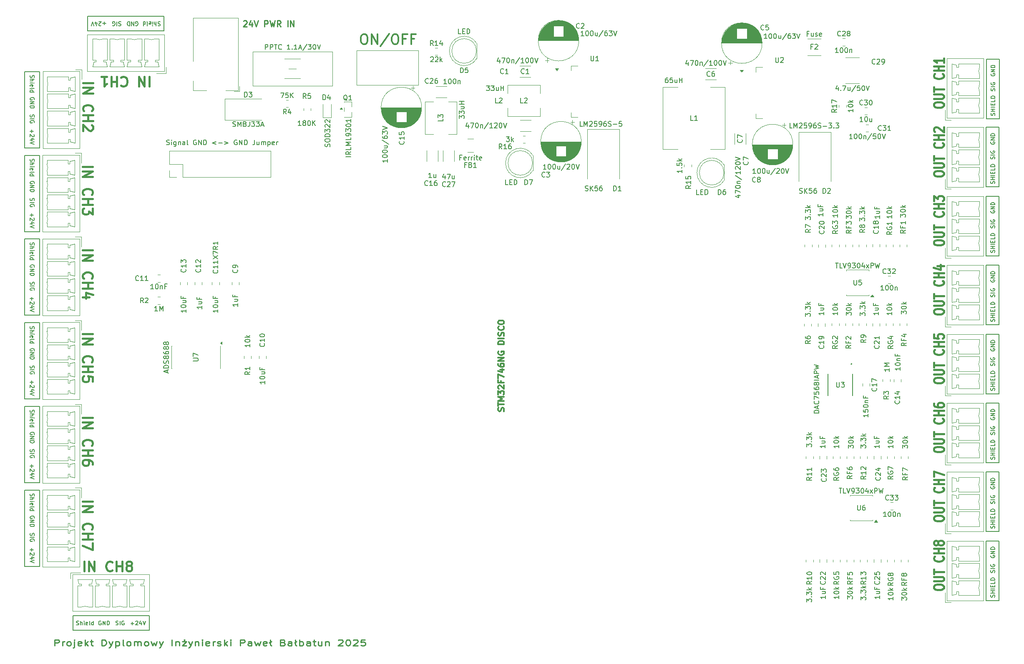
<source format=gbr>
%TF.GenerationSoftware,KiCad,Pcbnew,9.0.6-9.0.6~ubuntu24.04.1*%
%TF.CreationDate,2025-11-26T16:44:33+01:00*%
%TF.ProjectId,HVAC_STM32F7_PCB,48564143-5f53-4544-9d33-3246375f5043,rev?*%
%TF.SameCoordinates,Original*%
%TF.FileFunction,Legend,Top*%
%TF.FilePolarity,Positive*%
%FSLAX46Y46*%
G04 Gerber Fmt 4.6, Leading zero omitted, Abs format (unit mm)*
G04 Created by KiCad (PCBNEW 9.0.6-9.0.6~ubuntu24.04.1) date 2025-11-26 16:44:33*
%MOMM*%
%LPD*%
G01*
G04 APERTURE LIST*
%ADD10C,0.152400*%
%ADD11C,0.400000*%
%ADD12C,0.150000*%
%ADD13C,0.250000*%
%ADD14C,0.300000*%
%ADD15C,0.350000*%
%ADD16C,0.120000*%
%ADD17C,0.100000*%
%ADD18C,0.127000*%
%ADD19C,0.200000*%
G04 APERTURE END LIST*
D10*
X35750000Y-59500000D02*
X35750000Y-75000000D01*
X35750000Y-58000000D02*
X32750000Y-58000000D01*
X35750000Y-110500000D02*
X35750000Y-126000000D01*
X35750000Y-143000000D02*
X32750000Y-143000000D01*
X32750000Y-126000000D02*
X32750000Y-110500000D01*
X32750000Y-42500000D02*
X35750000Y-42500000D01*
X45500000Y-34250000D02*
X45500000Y-31250000D01*
X61000000Y-34250000D02*
X45500000Y-34250000D01*
X227910000Y-95815000D02*
X230500000Y-95815000D01*
X230500000Y-107925000D01*
X227910000Y-107925000D01*
X227910000Y-95815000D01*
X227910000Y-67815000D02*
X230500000Y-67815000D01*
X230500000Y-79925000D01*
X227910000Y-79925000D01*
X227910000Y-67815000D01*
X58000000Y-153000000D02*
X58000000Y-156000000D01*
X32750000Y-75000000D02*
X32750000Y-59500000D01*
X45500000Y-31250000D02*
X61000000Y-31250000D01*
X32750000Y-143000000D02*
X32750000Y-127500000D01*
X227910000Y-53815000D02*
X230500000Y-53815000D01*
X230500000Y-65925000D01*
X227910000Y-65925000D01*
X227910000Y-53815000D01*
X32750000Y-109000000D02*
X32750000Y-93500000D01*
X35750000Y-42500000D02*
X35750000Y-58000000D01*
X61000000Y-31250000D02*
X61000000Y-34250000D01*
X227910000Y-81815000D02*
X230500000Y-81815000D01*
X230500000Y-93925000D01*
X227910000Y-93925000D01*
X227910000Y-81815000D01*
X32750000Y-93500000D02*
X35750000Y-93500000D01*
X32750000Y-76500000D02*
X35750000Y-76500000D01*
X35750000Y-75000000D02*
X32750000Y-75000000D01*
X35750000Y-126000000D02*
X32750000Y-126000000D01*
X32750000Y-58000000D02*
X32750000Y-42500000D01*
X227955000Y-39945000D02*
X230545000Y-39945000D01*
X230545000Y-52055000D01*
X227955000Y-52055000D01*
X227955000Y-39945000D01*
X35750000Y-109000000D02*
X32750000Y-109000000D01*
X227910000Y-123815000D02*
X230500000Y-123815000D01*
X230500000Y-135925000D01*
X227910000Y-135925000D01*
X227910000Y-123815000D01*
X227910000Y-109815000D02*
X230500000Y-109815000D01*
X230500000Y-121925000D01*
X227910000Y-121925000D01*
X227910000Y-109815000D01*
X42500000Y-153000000D02*
X58000000Y-153000000D01*
X58000000Y-156000000D02*
X42500000Y-156000000D01*
X32750000Y-127500000D02*
X35750000Y-127500000D01*
X227910000Y-137815000D02*
X230500000Y-137815000D01*
X230500000Y-149925000D01*
X227910000Y-149925000D01*
X227910000Y-137815000D01*
X32750000Y-110500000D02*
X35750000Y-110500000D01*
X35750000Y-92000000D02*
X32750000Y-92000000D01*
X35750000Y-76500000D02*
X35750000Y-92000000D01*
X35750000Y-93500000D02*
X35750000Y-109000000D01*
X42500000Y-156000000D02*
X42500000Y-153000000D01*
X35750000Y-127500000D02*
X35750000Y-143000000D01*
X32750000Y-92000000D02*
X32750000Y-76500000D01*
X32750000Y-59500000D02*
X35750000Y-59500000D01*
X229648899Y-46374917D02*
X229687603Y-46258803D01*
X229687603Y-46258803D02*
X229687603Y-46065279D01*
X229687603Y-46065279D02*
X229648899Y-45987870D01*
X229648899Y-45987870D02*
X229610194Y-45949165D01*
X229610194Y-45949165D02*
X229532784Y-45910460D01*
X229532784Y-45910460D02*
X229455375Y-45910460D01*
X229455375Y-45910460D02*
X229377965Y-45949165D01*
X229377965Y-45949165D02*
X229339260Y-45987870D01*
X229339260Y-45987870D02*
X229300556Y-46065279D01*
X229300556Y-46065279D02*
X229261851Y-46220098D01*
X229261851Y-46220098D02*
X229223146Y-46297508D01*
X229223146Y-46297508D02*
X229184441Y-46336213D01*
X229184441Y-46336213D02*
X229107032Y-46374917D01*
X229107032Y-46374917D02*
X229029622Y-46374917D01*
X229029622Y-46374917D02*
X228952213Y-46336213D01*
X228952213Y-46336213D02*
X228913508Y-46297508D01*
X228913508Y-46297508D02*
X228874803Y-46220098D01*
X228874803Y-46220098D02*
X228874803Y-46026575D01*
X228874803Y-46026575D02*
X228913508Y-45910460D01*
X229687603Y-45562118D02*
X228874803Y-45562118D01*
X228913508Y-44749317D02*
X228874803Y-44826727D01*
X228874803Y-44826727D02*
X228874803Y-44942841D01*
X228874803Y-44942841D02*
X228913508Y-45058955D01*
X228913508Y-45058955D02*
X228990918Y-45136365D01*
X228990918Y-45136365D02*
X229068327Y-45175070D01*
X229068327Y-45175070D02*
X229223146Y-45213774D01*
X229223146Y-45213774D02*
X229339260Y-45213774D01*
X229339260Y-45213774D02*
X229494079Y-45175070D01*
X229494079Y-45175070D02*
X229571489Y-45136365D01*
X229571489Y-45136365D02*
X229648899Y-45058955D01*
X229648899Y-45058955D02*
X229687603Y-44942841D01*
X229687603Y-44942841D02*
X229687603Y-44865432D01*
X229687603Y-44865432D02*
X229648899Y-44749317D01*
X229648899Y-44749317D02*
X229610194Y-44710613D01*
X229610194Y-44710613D02*
X229339260Y-44710613D01*
X229339260Y-44710613D02*
X229339260Y-44865432D01*
D11*
X44515561Y-78789347D02*
X46515561Y-78789347D01*
X44515561Y-79741728D02*
X46515561Y-79741728D01*
X46515561Y-79741728D02*
X44515561Y-80884585D01*
X44515561Y-80884585D02*
X46515561Y-80884585D01*
X44706038Y-84503633D02*
X44610800Y-84408395D01*
X44610800Y-84408395D02*
X44515561Y-84122681D01*
X44515561Y-84122681D02*
X44515561Y-83932205D01*
X44515561Y-83932205D02*
X44610800Y-83646490D01*
X44610800Y-83646490D02*
X44801276Y-83456014D01*
X44801276Y-83456014D02*
X44991752Y-83360776D01*
X44991752Y-83360776D02*
X45372704Y-83265538D01*
X45372704Y-83265538D02*
X45658419Y-83265538D01*
X45658419Y-83265538D02*
X46039371Y-83360776D01*
X46039371Y-83360776D02*
X46229847Y-83456014D01*
X46229847Y-83456014D02*
X46420323Y-83646490D01*
X46420323Y-83646490D02*
X46515561Y-83932205D01*
X46515561Y-83932205D02*
X46515561Y-84122681D01*
X46515561Y-84122681D02*
X46420323Y-84408395D01*
X46420323Y-84408395D02*
X46325085Y-84503633D01*
X44515561Y-85360776D02*
X46515561Y-85360776D01*
X45563180Y-85360776D02*
X45563180Y-86503633D01*
X44515561Y-86503633D02*
X46515561Y-86503633D01*
X45848895Y-88313157D02*
X44515561Y-88313157D01*
X46610800Y-87836966D02*
X45182228Y-87360776D01*
X45182228Y-87360776D02*
X45182228Y-88598871D01*
D10*
X228868508Y-56780460D02*
X228829803Y-56857870D01*
X228829803Y-56857870D02*
X228829803Y-56973984D01*
X228829803Y-56973984D02*
X228868508Y-57090098D01*
X228868508Y-57090098D02*
X228945918Y-57167508D01*
X228945918Y-57167508D02*
X229023327Y-57206213D01*
X229023327Y-57206213D02*
X229178146Y-57244917D01*
X229178146Y-57244917D02*
X229294260Y-57244917D01*
X229294260Y-57244917D02*
X229449079Y-57206213D01*
X229449079Y-57206213D02*
X229526489Y-57167508D01*
X229526489Y-57167508D02*
X229603899Y-57090098D01*
X229603899Y-57090098D02*
X229642603Y-56973984D01*
X229642603Y-56973984D02*
X229642603Y-56896575D01*
X229642603Y-56896575D02*
X229603899Y-56780460D01*
X229603899Y-56780460D02*
X229565194Y-56741756D01*
X229565194Y-56741756D02*
X229294260Y-56741756D01*
X229294260Y-56741756D02*
X229294260Y-56896575D01*
X229642603Y-56393413D02*
X228829803Y-56393413D01*
X228829803Y-56393413D02*
X229642603Y-55928956D01*
X229642603Y-55928956D02*
X228829803Y-55928956D01*
X229642603Y-55541908D02*
X228829803Y-55541908D01*
X228829803Y-55541908D02*
X228829803Y-55348384D01*
X228829803Y-55348384D02*
X228868508Y-55232270D01*
X228868508Y-55232270D02*
X228945918Y-55154860D01*
X228945918Y-55154860D02*
X229023327Y-55116155D01*
X229023327Y-55116155D02*
X229178146Y-55077451D01*
X229178146Y-55077451D02*
X229294260Y-55077451D01*
X229294260Y-55077451D02*
X229449079Y-55116155D01*
X229449079Y-55116155D02*
X229526489Y-55154860D01*
X229526489Y-55154860D02*
X229603899Y-55232270D01*
X229603899Y-55232270D02*
X229642603Y-55348384D01*
X229642603Y-55348384D02*
X229642603Y-55541908D01*
X229603899Y-74244917D02*
X229642603Y-74128803D01*
X229642603Y-74128803D02*
X229642603Y-73935279D01*
X229642603Y-73935279D02*
X229603899Y-73857870D01*
X229603899Y-73857870D02*
X229565194Y-73819165D01*
X229565194Y-73819165D02*
X229487784Y-73780460D01*
X229487784Y-73780460D02*
X229410375Y-73780460D01*
X229410375Y-73780460D02*
X229332965Y-73819165D01*
X229332965Y-73819165D02*
X229294260Y-73857870D01*
X229294260Y-73857870D02*
X229255556Y-73935279D01*
X229255556Y-73935279D02*
X229216851Y-74090098D01*
X229216851Y-74090098D02*
X229178146Y-74167508D01*
X229178146Y-74167508D02*
X229139441Y-74206213D01*
X229139441Y-74206213D02*
X229062032Y-74244917D01*
X229062032Y-74244917D02*
X228984622Y-74244917D01*
X228984622Y-74244917D02*
X228907213Y-74206213D01*
X228907213Y-74206213D02*
X228868508Y-74167508D01*
X228868508Y-74167508D02*
X228829803Y-74090098D01*
X228829803Y-74090098D02*
X228829803Y-73896575D01*
X228829803Y-73896575D02*
X228868508Y-73780460D01*
X229642603Y-73432118D02*
X228829803Y-73432118D01*
X228868508Y-72619317D02*
X228829803Y-72696727D01*
X228829803Y-72696727D02*
X228829803Y-72812841D01*
X228829803Y-72812841D02*
X228868508Y-72928955D01*
X228868508Y-72928955D02*
X228945918Y-73006365D01*
X228945918Y-73006365D02*
X229023327Y-73045070D01*
X229023327Y-73045070D02*
X229178146Y-73083774D01*
X229178146Y-73083774D02*
X229294260Y-73083774D01*
X229294260Y-73083774D02*
X229449079Y-73045070D01*
X229449079Y-73045070D02*
X229526489Y-73006365D01*
X229526489Y-73006365D02*
X229603899Y-72928955D01*
X229603899Y-72928955D02*
X229642603Y-72812841D01*
X229642603Y-72812841D02*
X229642603Y-72735432D01*
X229642603Y-72735432D02*
X229603899Y-72619317D01*
X229603899Y-72619317D02*
X229565194Y-72580613D01*
X229565194Y-72580613D02*
X229294260Y-72580613D01*
X229294260Y-72580613D02*
X229294260Y-72735432D01*
X33896101Y-119255082D02*
X33857396Y-119371196D01*
X33857396Y-119371196D02*
X33857396Y-119564720D01*
X33857396Y-119564720D02*
X33896101Y-119642129D01*
X33896101Y-119642129D02*
X33934805Y-119680834D01*
X33934805Y-119680834D02*
X34012215Y-119719539D01*
X34012215Y-119719539D02*
X34089624Y-119719539D01*
X34089624Y-119719539D02*
X34167034Y-119680834D01*
X34167034Y-119680834D02*
X34205739Y-119642129D01*
X34205739Y-119642129D02*
X34244443Y-119564720D01*
X34244443Y-119564720D02*
X34283148Y-119409901D01*
X34283148Y-119409901D02*
X34321853Y-119332491D01*
X34321853Y-119332491D02*
X34360558Y-119293786D01*
X34360558Y-119293786D02*
X34437967Y-119255082D01*
X34437967Y-119255082D02*
X34515377Y-119255082D01*
X34515377Y-119255082D02*
X34592786Y-119293786D01*
X34592786Y-119293786D02*
X34631491Y-119332491D01*
X34631491Y-119332491D02*
X34670196Y-119409901D01*
X34670196Y-119409901D02*
X34670196Y-119603424D01*
X34670196Y-119603424D02*
X34631491Y-119719539D01*
X33857396Y-120067881D02*
X34670196Y-120067881D01*
X34631491Y-120880682D02*
X34670196Y-120803272D01*
X34670196Y-120803272D02*
X34670196Y-120687158D01*
X34670196Y-120687158D02*
X34631491Y-120571044D01*
X34631491Y-120571044D02*
X34554081Y-120493634D01*
X34554081Y-120493634D02*
X34476672Y-120454929D01*
X34476672Y-120454929D02*
X34321853Y-120416225D01*
X34321853Y-120416225D02*
X34205739Y-120416225D01*
X34205739Y-120416225D02*
X34050920Y-120454929D01*
X34050920Y-120454929D02*
X33973510Y-120493634D01*
X33973510Y-120493634D02*
X33896101Y-120571044D01*
X33896101Y-120571044D02*
X33857396Y-120687158D01*
X33857396Y-120687158D02*
X33857396Y-120764567D01*
X33857396Y-120764567D02*
X33896101Y-120880682D01*
X33896101Y-120880682D02*
X33934805Y-120919386D01*
X33934805Y-120919386D02*
X34205739Y-120919386D01*
X34205739Y-120919386D02*
X34205739Y-120764567D01*
X33896101Y-136255082D02*
X33857396Y-136371196D01*
X33857396Y-136371196D02*
X33857396Y-136564720D01*
X33857396Y-136564720D02*
X33896101Y-136642129D01*
X33896101Y-136642129D02*
X33934805Y-136680834D01*
X33934805Y-136680834D02*
X34012215Y-136719539D01*
X34012215Y-136719539D02*
X34089624Y-136719539D01*
X34089624Y-136719539D02*
X34167034Y-136680834D01*
X34167034Y-136680834D02*
X34205739Y-136642129D01*
X34205739Y-136642129D02*
X34244443Y-136564720D01*
X34244443Y-136564720D02*
X34283148Y-136409901D01*
X34283148Y-136409901D02*
X34321853Y-136332491D01*
X34321853Y-136332491D02*
X34360558Y-136293786D01*
X34360558Y-136293786D02*
X34437967Y-136255082D01*
X34437967Y-136255082D02*
X34515377Y-136255082D01*
X34515377Y-136255082D02*
X34592786Y-136293786D01*
X34592786Y-136293786D02*
X34631491Y-136332491D01*
X34631491Y-136332491D02*
X34670196Y-136409901D01*
X34670196Y-136409901D02*
X34670196Y-136603424D01*
X34670196Y-136603424D02*
X34631491Y-136719539D01*
X33857396Y-137067881D02*
X34670196Y-137067881D01*
X34631491Y-137880682D02*
X34670196Y-137803272D01*
X34670196Y-137803272D02*
X34670196Y-137687158D01*
X34670196Y-137687158D02*
X34631491Y-137571044D01*
X34631491Y-137571044D02*
X34554081Y-137493634D01*
X34554081Y-137493634D02*
X34476672Y-137454929D01*
X34476672Y-137454929D02*
X34321853Y-137416225D01*
X34321853Y-137416225D02*
X34205739Y-137416225D01*
X34205739Y-137416225D02*
X34050920Y-137454929D01*
X34050920Y-137454929D02*
X33973510Y-137493634D01*
X33973510Y-137493634D02*
X33896101Y-137571044D01*
X33896101Y-137571044D02*
X33857396Y-137687158D01*
X33857396Y-137687158D02*
X33857396Y-137764567D01*
X33857396Y-137764567D02*
X33896101Y-137880682D01*
X33896101Y-137880682D02*
X33934805Y-137919386D01*
X33934805Y-137919386D02*
X34205739Y-137919386D01*
X34205739Y-137919386D02*
X34205739Y-137764567D01*
X34167034Y-54293786D02*
X34167034Y-54913063D01*
X33857396Y-54603424D02*
X34476672Y-54603424D01*
X34592786Y-55261406D02*
X34631491Y-55300110D01*
X34631491Y-55300110D02*
X34670196Y-55377520D01*
X34670196Y-55377520D02*
X34670196Y-55571044D01*
X34670196Y-55571044D02*
X34631491Y-55648453D01*
X34631491Y-55648453D02*
X34592786Y-55687158D01*
X34592786Y-55687158D02*
X34515377Y-55725863D01*
X34515377Y-55725863D02*
X34437967Y-55725863D01*
X34437967Y-55725863D02*
X34321853Y-55687158D01*
X34321853Y-55687158D02*
X33857396Y-55222701D01*
X33857396Y-55222701D02*
X33857396Y-55725863D01*
X34399262Y-56422548D02*
X33857396Y-56422548D01*
X34708901Y-56229024D02*
X34128329Y-56035501D01*
X34128329Y-56035501D02*
X34128329Y-56538662D01*
X34670196Y-56732186D02*
X33857396Y-57003119D01*
X33857396Y-57003119D02*
X34670196Y-57274053D01*
D11*
X44515561Y-61789347D02*
X46515561Y-61789347D01*
X44515561Y-62741728D02*
X46515561Y-62741728D01*
X46515561Y-62741728D02*
X44515561Y-63884585D01*
X44515561Y-63884585D02*
X46515561Y-63884585D01*
X44706038Y-67503633D02*
X44610800Y-67408395D01*
X44610800Y-67408395D02*
X44515561Y-67122681D01*
X44515561Y-67122681D02*
X44515561Y-66932205D01*
X44515561Y-66932205D02*
X44610800Y-66646490D01*
X44610800Y-66646490D02*
X44801276Y-66456014D01*
X44801276Y-66456014D02*
X44991752Y-66360776D01*
X44991752Y-66360776D02*
X45372704Y-66265538D01*
X45372704Y-66265538D02*
X45658419Y-66265538D01*
X45658419Y-66265538D02*
X46039371Y-66360776D01*
X46039371Y-66360776D02*
X46229847Y-66456014D01*
X46229847Y-66456014D02*
X46420323Y-66646490D01*
X46420323Y-66646490D02*
X46515561Y-66932205D01*
X46515561Y-66932205D02*
X46515561Y-67122681D01*
X46515561Y-67122681D02*
X46420323Y-67408395D01*
X46420323Y-67408395D02*
X46325085Y-67503633D01*
X44515561Y-68360776D02*
X46515561Y-68360776D01*
X45563180Y-68360776D02*
X45563180Y-69503633D01*
X44515561Y-69503633D02*
X46515561Y-69503633D01*
X46515561Y-70265538D02*
X46515561Y-71503633D01*
X46515561Y-71503633D02*
X45753657Y-70836966D01*
X45753657Y-70836966D02*
X45753657Y-71122681D01*
X45753657Y-71122681D02*
X45658419Y-71313157D01*
X45658419Y-71313157D02*
X45563180Y-71408395D01*
X45563180Y-71408395D02*
X45372704Y-71503633D01*
X45372704Y-71503633D02*
X44896514Y-71503633D01*
X44896514Y-71503633D02*
X44706038Y-71408395D01*
X44706038Y-71408395D02*
X44610800Y-71313157D01*
X44610800Y-71313157D02*
X44515561Y-71122681D01*
X44515561Y-71122681D02*
X44515561Y-70551252D01*
X44515561Y-70551252D02*
X44610800Y-70360776D01*
X44610800Y-70360776D02*
X44706038Y-70265538D01*
D10*
X34167034Y-122293786D02*
X34167034Y-122913063D01*
X33857396Y-122603424D02*
X34476672Y-122603424D01*
X34592786Y-123261406D02*
X34631491Y-123300110D01*
X34631491Y-123300110D02*
X34670196Y-123377520D01*
X34670196Y-123377520D02*
X34670196Y-123571044D01*
X34670196Y-123571044D02*
X34631491Y-123648453D01*
X34631491Y-123648453D02*
X34592786Y-123687158D01*
X34592786Y-123687158D02*
X34515377Y-123725863D01*
X34515377Y-123725863D02*
X34437967Y-123725863D01*
X34437967Y-123725863D02*
X34321853Y-123687158D01*
X34321853Y-123687158D02*
X33857396Y-123222701D01*
X33857396Y-123222701D02*
X33857396Y-123725863D01*
X34399262Y-124422548D02*
X33857396Y-124422548D01*
X34708901Y-124229024D02*
X34128329Y-124035501D01*
X34128329Y-124035501D02*
X34128329Y-124538662D01*
X34670196Y-124732186D02*
X33857396Y-125003119D01*
X33857396Y-125003119D02*
X34670196Y-125274053D01*
X34167034Y-139293786D02*
X34167034Y-139913063D01*
X33857396Y-139603424D02*
X34476672Y-139603424D01*
X34592786Y-140261406D02*
X34631491Y-140300110D01*
X34631491Y-140300110D02*
X34670196Y-140377520D01*
X34670196Y-140377520D02*
X34670196Y-140571044D01*
X34670196Y-140571044D02*
X34631491Y-140648453D01*
X34631491Y-140648453D02*
X34592786Y-140687158D01*
X34592786Y-140687158D02*
X34515377Y-140725863D01*
X34515377Y-140725863D02*
X34437967Y-140725863D01*
X34437967Y-140725863D02*
X34321853Y-140687158D01*
X34321853Y-140687158D02*
X33857396Y-140222701D01*
X33857396Y-140222701D02*
X33857396Y-140725863D01*
X34399262Y-141422548D02*
X33857396Y-141422548D01*
X34708901Y-141229024D02*
X34128329Y-141035501D01*
X34128329Y-141035501D02*
X34128329Y-141538662D01*
X34670196Y-141732186D02*
X33857396Y-142003119D01*
X33857396Y-142003119D02*
X34670196Y-142274053D01*
X34631491Y-99219539D02*
X34670196Y-99142129D01*
X34670196Y-99142129D02*
X34670196Y-99026015D01*
X34670196Y-99026015D02*
X34631491Y-98909901D01*
X34631491Y-98909901D02*
X34554081Y-98832491D01*
X34554081Y-98832491D02*
X34476672Y-98793786D01*
X34476672Y-98793786D02*
X34321853Y-98755082D01*
X34321853Y-98755082D02*
X34205739Y-98755082D01*
X34205739Y-98755082D02*
X34050920Y-98793786D01*
X34050920Y-98793786D02*
X33973510Y-98832491D01*
X33973510Y-98832491D02*
X33896101Y-98909901D01*
X33896101Y-98909901D02*
X33857396Y-99026015D01*
X33857396Y-99026015D02*
X33857396Y-99103424D01*
X33857396Y-99103424D02*
X33896101Y-99219539D01*
X33896101Y-99219539D02*
X33934805Y-99258243D01*
X33934805Y-99258243D02*
X34205739Y-99258243D01*
X34205739Y-99258243D02*
X34205739Y-99103424D01*
X33857396Y-99606586D02*
X34670196Y-99606586D01*
X34670196Y-99606586D02*
X33857396Y-100071043D01*
X33857396Y-100071043D02*
X34670196Y-100071043D01*
X33857396Y-100458091D02*
X34670196Y-100458091D01*
X34670196Y-100458091D02*
X34670196Y-100651615D01*
X34670196Y-100651615D02*
X34631491Y-100767729D01*
X34631491Y-100767729D02*
X34554081Y-100845139D01*
X34554081Y-100845139D02*
X34476672Y-100883844D01*
X34476672Y-100883844D02*
X34321853Y-100922548D01*
X34321853Y-100922548D02*
X34205739Y-100922548D01*
X34205739Y-100922548D02*
X34050920Y-100883844D01*
X34050920Y-100883844D02*
X33973510Y-100845139D01*
X33973510Y-100845139D02*
X33896101Y-100767729D01*
X33896101Y-100767729D02*
X33857396Y-100651615D01*
X33857396Y-100651615D02*
X33857396Y-100458091D01*
X43255082Y-154853899D02*
X43371196Y-154892603D01*
X43371196Y-154892603D02*
X43564720Y-154892603D01*
X43564720Y-154892603D02*
X43642129Y-154853899D01*
X43642129Y-154853899D02*
X43680834Y-154815194D01*
X43680834Y-154815194D02*
X43719539Y-154737784D01*
X43719539Y-154737784D02*
X43719539Y-154660375D01*
X43719539Y-154660375D02*
X43680834Y-154582965D01*
X43680834Y-154582965D02*
X43642129Y-154544260D01*
X43642129Y-154544260D02*
X43564720Y-154505556D01*
X43564720Y-154505556D02*
X43409901Y-154466851D01*
X43409901Y-154466851D02*
X43332491Y-154428146D01*
X43332491Y-154428146D02*
X43293786Y-154389441D01*
X43293786Y-154389441D02*
X43255082Y-154312032D01*
X43255082Y-154312032D02*
X43255082Y-154234622D01*
X43255082Y-154234622D02*
X43293786Y-154157213D01*
X43293786Y-154157213D02*
X43332491Y-154118508D01*
X43332491Y-154118508D02*
X43409901Y-154079803D01*
X43409901Y-154079803D02*
X43603424Y-154079803D01*
X43603424Y-154079803D02*
X43719539Y-154118508D01*
X44067881Y-154892603D02*
X44067881Y-154079803D01*
X44416224Y-154892603D02*
X44416224Y-154466851D01*
X44416224Y-154466851D02*
X44377519Y-154389441D01*
X44377519Y-154389441D02*
X44300110Y-154350737D01*
X44300110Y-154350737D02*
X44183996Y-154350737D01*
X44183996Y-154350737D02*
X44106586Y-154389441D01*
X44106586Y-154389441D02*
X44067881Y-154428146D01*
X44803271Y-154892603D02*
X44803271Y-154350737D01*
X44803271Y-154079803D02*
X44764567Y-154118508D01*
X44764567Y-154118508D02*
X44803271Y-154157213D01*
X44803271Y-154157213D02*
X44841976Y-154118508D01*
X44841976Y-154118508D02*
X44803271Y-154079803D01*
X44803271Y-154079803D02*
X44803271Y-154157213D01*
X45499957Y-154853899D02*
X45422548Y-154892603D01*
X45422548Y-154892603D02*
X45267729Y-154892603D01*
X45267729Y-154892603D02*
X45190319Y-154853899D01*
X45190319Y-154853899D02*
X45151615Y-154776489D01*
X45151615Y-154776489D02*
X45151615Y-154466851D01*
X45151615Y-154466851D02*
X45190319Y-154389441D01*
X45190319Y-154389441D02*
X45267729Y-154350737D01*
X45267729Y-154350737D02*
X45422548Y-154350737D01*
X45422548Y-154350737D02*
X45499957Y-154389441D01*
X45499957Y-154389441D02*
X45538662Y-154466851D01*
X45538662Y-154466851D02*
X45538662Y-154544260D01*
X45538662Y-154544260D02*
X45151615Y-154621670D01*
X46003120Y-154892603D02*
X45925710Y-154853899D01*
X45925710Y-154853899D02*
X45887005Y-154776489D01*
X45887005Y-154776489D02*
X45887005Y-154079803D01*
X46661100Y-154892603D02*
X46661100Y-154079803D01*
X46661100Y-154853899D02*
X46583691Y-154892603D01*
X46583691Y-154892603D02*
X46428872Y-154892603D01*
X46428872Y-154892603D02*
X46351462Y-154853899D01*
X46351462Y-154853899D02*
X46312757Y-154815194D01*
X46312757Y-154815194D02*
X46274053Y-154737784D01*
X46274053Y-154737784D02*
X46274053Y-154505556D01*
X46274053Y-154505556D02*
X46312757Y-154428146D01*
X46312757Y-154428146D02*
X46351462Y-154389441D01*
X46351462Y-154389441D02*
X46428872Y-154350737D01*
X46428872Y-154350737D02*
X46583691Y-154350737D01*
X46583691Y-154350737D02*
X46661100Y-154389441D01*
D11*
X217284438Y-77376128D02*
X217284438Y-77071366D01*
X217284438Y-77071366D02*
X217379676Y-76918985D01*
X217379676Y-76918985D02*
X217570152Y-76766604D01*
X217570152Y-76766604D02*
X217951104Y-76690414D01*
X217951104Y-76690414D02*
X218617771Y-76690414D01*
X218617771Y-76690414D02*
X218998723Y-76766604D01*
X218998723Y-76766604D02*
X219189200Y-76918985D01*
X219189200Y-76918985D02*
X219284438Y-77071366D01*
X219284438Y-77071366D02*
X219284438Y-77376128D01*
X219284438Y-77376128D02*
X219189200Y-77528509D01*
X219189200Y-77528509D02*
X218998723Y-77680890D01*
X218998723Y-77680890D02*
X218617771Y-77757081D01*
X218617771Y-77757081D02*
X217951104Y-77757081D01*
X217951104Y-77757081D02*
X217570152Y-77680890D01*
X217570152Y-77680890D02*
X217379676Y-77528509D01*
X217379676Y-77528509D02*
X217284438Y-77376128D01*
X217284438Y-76004700D02*
X218903485Y-76004700D01*
X218903485Y-76004700D02*
X219093961Y-75928510D01*
X219093961Y-75928510D02*
X219189200Y-75852319D01*
X219189200Y-75852319D02*
X219284438Y-75699938D01*
X219284438Y-75699938D02*
X219284438Y-75395176D01*
X219284438Y-75395176D02*
X219189200Y-75242795D01*
X219189200Y-75242795D02*
X219093961Y-75166605D01*
X219093961Y-75166605D02*
X218903485Y-75090414D01*
X218903485Y-75090414D02*
X217284438Y-75090414D01*
X217284438Y-74557082D02*
X217284438Y-73642796D01*
X219284438Y-74099939D02*
X217284438Y-74099939D01*
X219093961Y-70976128D02*
X219189200Y-71052319D01*
X219189200Y-71052319D02*
X219284438Y-71280890D01*
X219284438Y-71280890D02*
X219284438Y-71433271D01*
X219284438Y-71433271D02*
X219189200Y-71661843D01*
X219189200Y-71661843D02*
X218998723Y-71814224D01*
X218998723Y-71814224D02*
X218808247Y-71890414D01*
X218808247Y-71890414D02*
X218427295Y-71966605D01*
X218427295Y-71966605D02*
X218141580Y-71966605D01*
X218141580Y-71966605D02*
X217760628Y-71890414D01*
X217760628Y-71890414D02*
X217570152Y-71814224D01*
X217570152Y-71814224D02*
X217379676Y-71661843D01*
X217379676Y-71661843D02*
X217284438Y-71433271D01*
X217284438Y-71433271D02*
X217284438Y-71280890D01*
X217284438Y-71280890D02*
X217379676Y-71052319D01*
X217379676Y-71052319D02*
X217474914Y-70976128D01*
X219284438Y-70290414D02*
X217284438Y-70290414D01*
X218236819Y-70290414D02*
X218236819Y-69376128D01*
X219284438Y-69376128D02*
X217284438Y-69376128D01*
X217284438Y-68766605D02*
X217284438Y-67776129D01*
X217284438Y-67776129D02*
X218046342Y-68309462D01*
X218046342Y-68309462D02*
X218046342Y-68080891D01*
X218046342Y-68080891D02*
X218141580Y-67928510D01*
X218141580Y-67928510D02*
X218236819Y-67852319D01*
X218236819Y-67852319D02*
X218427295Y-67776129D01*
X218427295Y-67776129D02*
X218903485Y-67776129D01*
X218903485Y-67776129D02*
X219093961Y-67852319D01*
X219093961Y-67852319D02*
X219189200Y-67928510D01*
X219189200Y-67928510D02*
X219284438Y-68080891D01*
X219284438Y-68080891D02*
X219284438Y-68538034D01*
X219284438Y-68538034D02*
X219189200Y-68690415D01*
X219189200Y-68690415D02*
X219093961Y-68766605D01*
D10*
X33896101Y-128255082D02*
X33857396Y-128371196D01*
X33857396Y-128371196D02*
X33857396Y-128564720D01*
X33857396Y-128564720D02*
X33896101Y-128642129D01*
X33896101Y-128642129D02*
X33934805Y-128680834D01*
X33934805Y-128680834D02*
X34012215Y-128719539D01*
X34012215Y-128719539D02*
X34089624Y-128719539D01*
X34089624Y-128719539D02*
X34167034Y-128680834D01*
X34167034Y-128680834D02*
X34205739Y-128642129D01*
X34205739Y-128642129D02*
X34244443Y-128564720D01*
X34244443Y-128564720D02*
X34283148Y-128409901D01*
X34283148Y-128409901D02*
X34321853Y-128332491D01*
X34321853Y-128332491D02*
X34360558Y-128293786D01*
X34360558Y-128293786D02*
X34437967Y-128255082D01*
X34437967Y-128255082D02*
X34515377Y-128255082D01*
X34515377Y-128255082D02*
X34592786Y-128293786D01*
X34592786Y-128293786D02*
X34631491Y-128332491D01*
X34631491Y-128332491D02*
X34670196Y-128409901D01*
X34670196Y-128409901D02*
X34670196Y-128603424D01*
X34670196Y-128603424D02*
X34631491Y-128719539D01*
X33857396Y-129067881D02*
X34670196Y-129067881D01*
X33857396Y-129416224D02*
X34283148Y-129416224D01*
X34283148Y-129416224D02*
X34360558Y-129377519D01*
X34360558Y-129377519D02*
X34399262Y-129300110D01*
X34399262Y-129300110D02*
X34399262Y-129183996D01*
X34399262Y-129183996D02*
X34360558Y-129106586D01*
X34360558Y-129106586D02*
X34321853Y-129067881D01*
X33857396Y-129803271D02*
X34399262Y-129803271D01*
X34670196Y-129803271D02*
X34631491Y-129764567D01*
X34631491Y-129764567D02*
X34592786Y-129803271D01*
X34592786Y-129803271D02*
X34631491Y-129841976D01*
X34631491Y-129841976D02*
X34670196Y-129803271D01*
X34670196Y-129803271D02*
X34592786Y-129803271D01*
X33896101Y-130499957D02*
X33857396Y-130422548D01*
X33857396Y-130422548D02*
X33857396Y-130267729D01*
X33857396Y-130267729D02*
X33896101Y-130190319D01*
X33896101Y-130190319D02*
X33973510Y-130151615D01*
X33973510Y-130151615D02*
X34283148Y-130151615D01*
X34283148Y-130151615D02*
X34360558Y-130190319D01*
X34360558Y-130190319D02*
X34399262Y-130267729D01*
X34399262Y-130267729D02*
X34399262Y-130422548D01*
X34399262Y-130422548D02*
X34360558Y-130499957D01*
X34360558Y-130499957D02*
X34283148Y-130538662D01*
X34283148Y-130538662D02*
X34205739Y-130538662D01*
X34205739Y-130538662D02*
X34128329Y-130151615D01*
X33857396Y-131003120D02*
X33896101Y-130925710D01*
X33896101Y-130925710D02*
X33973510Y-130887005D01*
X33973510Y-130887005D02*
X34670196Y-130887005D01*
X33857396Y-131661100D02*
X34670196Y-131661100D01*
X33896101Y-131661100D02*
X33857396Y-131583691D01*
X33857396Y-131583691D02*
X33857396Y-131428872D01*
X33857396Y-131428872D02*
X33896101Y-131351462D01*
X33896101Y-131351462D02*
X33934805Y-131312757D01*
X33934805Y-131312757D02*
X34012215Y-131274053D01*
X34012215Y-131274053D02*
X34244443Y-131274053D01*
X34244443Y-131274053D02*
X34321853Y-131312757D01*
X34321853Y-131312757D02*
X34360558Y-131351462D01*
X34360558Y-131351462D02*
X34399262Y-131428872D01*
X34399262Y-131428872D02*
X34399262Y-131583691D01*
X34399262Y-131583691D02*
X34360558Y-131661100D01*
X34167034Y-71293786D02*
X34167034Y-71913063D01*
X33857396Y-71603424D02*
X34476672Y-71603424D01*
X34592786Y-72261406D02*
X34631491Y-72300110D01*
X34631491Y-72300110D02*
X34670196Y-72377520D01*
X34670196Y-72377520D02*
X34670196Y-72571044D01*
X34670196Y-72571044D02*
X34631491Y-72648453D01*
X34631491Y-72648453D02*
X34592786Y-72687158D01*
X34592786Y-72687158D02*
X34515377Y-72725863D01*
X34515377Y-72725863D02*
X34437967Y-72725863D01*
X34437967Y-72725863D02*
X34321853Y-72687158D01*
X34321853Y-72687158D02*
X33857396Y-72222701D01*
X33857396Y-72222701D02*
X33857396Y-72725863D01*
X34399262Y-73422548D02*
X33857396Y-73422548D01*
X34708901Y-73229024D02*
X34128329Y-73035501D01*
X34128329Y-73035501D02*
X34128329Y-73538662D01*
X34670196Y-73732186D02*
X33857396Y-74003119D01*
X33857396Y-74003119D02*
X34670196Y-74274053D01*
D11*
X217284438Y-63376128D02*
X217284438Y-63071366D01*
X217284438Y-63071366D02*
X217379676Y-62918985D01*
X217379676Y-62918985D02*
X217570152Y-62766604D01*
X217570152Y-62766604D02*
X217951104Y-62690414D01*
X217951104Y-62690414D02*
X218617771Y-62690414D01*
X218617771Y-62690414D02*
X218998723Y-62766604D01*
X218998723Y-62766604D02*
X219189200Y-62918985D01*
X219189200Y-62918985D02*
X219284438Y-63071366D01*
X219284438Y-63071366D02*
X219284438Y-63376128D01*
X219284438Y-63376128D02*
X219189200Y-63528509D01*
X219189200Y-63528509D02*
X218998723Y-63680890D01*
X218998723Y-63680890D02*
X218617771Y-63757081D01*
X218617771Y-63757081D02*
X217951104Y-63757081D01*
X217951104Y-63757081D02*
X217570152Y-63680890D01*
X217570152Y-63680890D02*
X217379676Y-63528509D01*
X217379676Y-63528509D02*
X217284438Y-63376128D01*
X217284438Y-62004700D02*
X218903485Y-62004700D01*
X218903485Y-62004700D02*
X219093961Y-61928510D01*
X219093961Y-61928510D02*
X219189200Y-61852319D01*
X219189200Y-61852319D02*
X219284438Y-61699938D01*
X219284438Y-61699938D02*
X219284438Y-61395176D01*
X219284438Y-61395176D02*
X219189200Y-61242795D01*
X219189200Y-61242795D02*
X219093961Y-61166605D01*
X219093961Y-61166605D02*
X218903485Y-61090414D01*
X218903485Y-61090414D02*
X217284438Y-61090414D01*
X217284438Y-60557082D02*
X217284438Y-59642796D01*
X219284438Y-60099939D02*
X217284438Y-60099939D01*
X219093961Y-56976128D02*
X219189200Y-57052319D01*
X219189200Y-57052319D02*
X219284438Y-57280890D01*
X219284438Y-57280890D02*
X219284438Y-57433271D01*
X219284438Y-57433271D02*
X219189200Y-57661843D01*
X219189200Y-57661843D02*
X218998723Y-57814224D01*
X218998723Y-57814224D02*
X218808247Y-57890414D01*
X218808247Y-57890414D02*
X218427295Y-57966605D01*
X218427295Y-57966605D02*
X218141580Y-57966605D01*
X218141580Y-57966605D02*
X217760628Y-57890414D01*
X217760628Y-57890414D02*
X217570152Y-57814224D01*
X217570152Y-57814224D02*
X217379676Y-57661843D01*
X217379676Y-57661843D02*
X217284438Y-57433271D01*
X217284438Y-57433271D02*
X217284438Y-57280890D01*
X217284438Y-57280890D02*
X217379676Y-57052319D01*
X217379676Y-57052319D02*
X217474914Y-56976128D01*
X219284438Y-56290414D02*
X217284438Y-56290414D01*
X218236819Y-56290414D02*
X218236819Y-55376128D01*
X219284438Y-55376128D02*
X217284438Y-55376128D01*
X217474914Y-54690415D02*
X217379676Y-54614224D01*
X217379676Y-54614224D02*
X217284438Y-54461843D01*
X217284438Y-54461843D02*
X217284438Y-54080891D01*
X217284438Y-54080891D02*
X217379676Y-53928510D01*
X217379676Y-53928510D02*
X217474914Y-53852319D01*
X217474914Y-53852319D02*
X217665390Y-53776129D01*
X217665390Y-53776129D02*
X217855866Y-53776129D01*
X217855866Y-53776129D02*
X218141580Y-53852319D01*
X218141580Y-53852319D02*
X219284438Y-54766605D01*
X219284438Y-54766605D02*
X219284438Y-53776129D01*
D10*
X229603899Y-135244917D02*
X229642603Y-135128803D01*
X229642603Y-135128803D02*
X229642603Y-134935279D01*
X229642603Y-134935279D02*
X229603899Y-134857870D01*
X229603899Y-134857870D02*
X229565194Y-134819165D01*
X229565194Y-134819165D02*
X229487784Y-134780460D01*
X229487784Y-134780460D02*
X229410375Y-134780460D01*
X229410375Y-134780460D02*
X229332965Y-134819165D01*
X229332965Y-134819165D02*
X229294260Y-134857870D01*
X229294260Y-134857870D02*
X229255556Y-134935279D01*
X229255556Y-134935279D02*
X229216851Y-135090098D01*
X229216851Y-135090098D02*
X229178146Y-135167508D01*
X229178146Y-135167508D02*
X229139441Y-135206213D01*
X229139441Y-135206213D02*
X229062032Y-135244917D01*
X229062032Y-135244917D02*
X228984622Y-135244917D01*
X228984622Y-135244917D02*
X228907213Y-135206213D01*
X228907213Y-135206213D02*
X228868508Y-135167508D01*
X228868508Y-135167508D02*
X228829803Y-135090098D01*
X228829803Y-135090098D02*
X228829803Y-134896575D01*
X228829803Y-134896575D02*
X228868508Y-134780460D01*
X229642603Y-134432118D02*
X228829803Y-134432118D01*
X229216851Y-134432118D02*
X229216851Y-133967661D01*
X229642603Y-133967661D02*
X228829803Y-133967661D01*
X229642603Y-133580613D02*
X228829803Y-133580613D01*
X229216851Y-133193565D02*
X229216851Y-132922631D01*
X229642603Y-132806517D02*
X229642603Y-133193565D01*
X229642603Y-133193565D02*
X228829803Y-133193565D01*
X228829803Y-133193565D02*
X228829803Y-132806517D01*
X229642603Y-132071127D02*
X229642603Y-132458175D01*
X229642603Y-132458175D02*
X228829803Y-132458175D01*
X229642603Y-131800194D02*
X228829803Y-131800194D01*
X228829803Y-131800194D02*
X228829803Y-131606670D01*
X228829803Y-131606670D02*
X228868508Y-131490556D01*
X228868508Y-131490556D02*
X228945918Y-131413146D01*
X228945918Y-131413146D02*
X229023327Y-131374441D01*
X229023327Y-131374441D02*
X229178146Y-131335737D01*
X229178146Y-131335737D02*
X229294260Y-131335737D01*
X229294260Y-131335737D02*
X229449079Y-131374441D01*
X229449079Y-131374441D02*
X229526489Y-131413146D01*
X229526489Y-131413146D02*
X229603899Y-131490556D01*
X229603899Y-131490556D02*
X229642603Y-131606670D01*
X229642603Y-131606670D02*
X229642603Y-131800194D01*
X229603899Y-149244917D02*
X229642603Y-149128803D01*
X229642603Y-149128803D02*
X229642603Y-148935279D01*
X229642603Y-148935279D02*
X229603899Y-148857870D01*
X229603899Y-148857870D02*
X229565194Y-148819165D01*
X229565194Y-148819165D02*
X229487784Y-148780460D01*
X229487784Y-148780460D02*
X229410375Y-148780460D01*
X229410375Y-148780460D02*
X229332965Y-148819165D01*
X229332965Y-148819165D02*
X229294260Y-148857870D01*
X229294260Y-148857870D02*
X229255556Y-148935279D01*
X229255556Y-148935279D02*
X229216851Y-149090098D01*
X229216851Y-149090098D02*
X229178146Y-149167508D01*
X229178146Y-149167508D02*
X229139441Y-149206213D01*
X229139441Y-149206213D02*
X229062032Y-149244917D01*
X229062032Y-149244917D02*
X228984622Y-149244917D01*
X228984622Y-149244917D02*
X228907213Y-149206213D01*
X228907213Y-149206213D02*
X228868508Y-149167508D01*
X228868508Y-149167508D02*
X228829803Y-149090098D01*
X228829803Y-149090098D02*
X228829803Y-148896575D01*
X228829803Y-148896575D02*
X228868508Y-148780460D01*
X229642603Y-148432118D02*
X228829803Y-148432118D01*
X229216851Y-148432118D02*
X229216851Y-147967661D01*
X229642603Y-147967661D02*
X228829803Y-147967661D01*
X229642603Y-147580613D02*
X228829803Y-147580613D01*
X229216851Y-147193565D02*
X229216851Y-146922631D01*
X229642603Y-146806517D02*
X229642603Y-147193565D01*
X229642603Y-147193565D02*
X228829803Y-147193565D01*
X228829803Y-147193565D02*
X228829803Y-146806517D01*
X229642603Y-146071127D02*
X229642603Y-146458175D01*
X229642603Y-146458175D02*
X228829803Y-146458175D01*
X229642603Y-145800194D02*
X228829803Y-145800194D01*
X228829803Y-145800194D02*
X228829803Y-145606670D01*
X228829803Y-145606670D02*
X228868508Y-145490556D01*
X228868508Y-145490556D02*
X228945918Y-145413146D01*
X228945918Y-145413146D02*
X229023327Y-145374441D01*
X229023327Y-145374441D02*
X229178146Y-145335737D01*
X229178146Y-145335737D02*
X229294260Y-145335737D01*
X229294260Y-145335737D02*
X229449079Y-145374441D01*
X229449079Y-145374441D02*
X229526489Y-145413146D01*
X229526489Y-145413146D02*
X229603899Y-145490556D01*
X229603899Y-145490556D02*
X229642603Y-145606670D01*
X229642603Y-145606670D02*
X229642603Y-145800194D01*
D11*
X217284438Y-49376128D02*
X217284438Y-49071366D01*
X217284438Y-49071366D02*
X217379676Y-48918985D01*
X217379676Y-48918985D02*
X217570152Y-48766604D01*
X217570152Y-48766604D02*
X217951104Y-48690414D01*
X217951104Y-48690414D02*
X218617771Y-48690414D01*
X218617771Y-48690414D02*
X218998723Y-48766604D01*
X218998723Y-48766604D02*
X219189200Y-48918985D01*
X219189200Y-48918985D02*
X219284438Y-49071366D01*
X219284438Y-49071366D02*
X219284438Y-49376128D01*
X219284438Y-49376128D02*
X219189200Y-49528509D01*
X219189200Y-49528509D02*
X218998723Y-49680890D01*
X218998723Y-49680890D02*
X218617771Y-49757081D01*
X218617771Y-49757081D02*
X217951104Y-49757081D01*
X217951104Y-49757081D02*
X217570152Y-49680890D01*
X217570152Y-49680890D02*
X217379676Y-49528509D01*
X217379676Y-49528509D02*
X217284438Y-49376128D01*
X217284438Y-48004700D02*
X218903485Y-48004700D01*
X218903485Y-48004700D02*
X219093961Y-47928510D01*
X219093961Y-47928510D02*
X219189200Y-47852319D01*
X219189200Y-47852319D02*
X219284438Y-47699938D01*
X219284438Y-47699938D02*
X219284438Y-47395176D01*
X219284438Y-47395176D02*
X219189200Y-47242795D01*
X219189200Y-47242795D02*
X219093961Y-47166605D01*
X219093961Y-47166605D02*
X218903485Y-47090414D01*
X218903485Y-47090414D02*
X217284438Y-47090414D01*
X217284438Y-46557082D02*
X217284438Y-45642796D01*
X219284438Y-46099939D02*
X217284438Y-46099939D01*
X219093961Y-42976128D02*
X219189200Y-43052319D01*
X219189200Y-43052319D02*
X219284438Y-43280890D01*
X219284438Y-43280890D02*
X219284438Y-43433271D01*
X219284438Y-43433271D02*
X219189200Y-43661843D01*
X219189200Y-43661843D02*
X218998723Y-43814224D01*
X218998723Y-43814224D02*
X218808247Y-43890414D01*
X218808247Y-43890414D02*
X218427295Y-43966605D01*
X218427295Y-43966605D02*
X218141580Y-43966605D01*
X218141580Y-43966605D02*
X217760628Y-43890414D01*
X217760628Y-43890414D02*
X217570152Y-43814224D01*
X217570152Y-43814224D02*
X217379676Y-43661843D01*
X217379676Y-43661843D02*
X217284438Y-43433271D01*
X217284438Y-43433271D02*
X217284438Y-43280890D01*
X217284438Y-43280890D02*
X217379676Y-43052319D01*
X217379676Y-43052319D02*
X217474914Y-42976128D01*
X219284438Y-42290414D02*
X217284438Y-42290414D01*
X218236819Y-42290414D02*
X218236819Y-41376128D01*
X219284438Y-41376128D02*
X217284438Y-41376128D01*
X219284438Y-39776129D02*
X219284438Y-40690415D01*
X219284438Y-40233272D02*
X217284438Y-40233272D01*
X217284438Y-40233272D02*
X217570152Y-40385653D01*
X217570152Y-40385653D02*
X217760628Y-40538034D01*
X217760628Y-40538034D02*
X217855866Y-40690415D01*
D10*
X33896101Y-60255082D02*
X33857396Y-60371196D01*
X33857396Y-60371196D02*
X33857396Y-60564720D01*
X33857396Y-60564720D02*
X33896101Y-60642129D01*
X33896101Y-60642129D02*
X33934805Y-60680834D01*
X33934805Y-60680834D02*
X34012215Y-60719539D01*
X34012215Y-60719539D02*
X34089624Y-60719539D01*
X34089624Y-60719539D02*
X34167034Y-60680834D01*
X34167034Y-60680834D02*
X34205739Y-60642129D01*
X34205739Y-60642129D02*
X34244443Y-60564720D01*
X34244443Y-60564720D02*
X34283148Y-60409901D01*
X34283148Y-60409901D02*
X34321853Y-60332491D01*
X34321853Y-60332491D02*
X34360558Y-60293786D01*
X34360558Y-60293786D02*
X34437967Y-60255082D01*
X34437967Y-60255082D02*
X34515377Y-60255082D01*
X34515377Y-60255082D02*
X34592786Y-60293786D01*
X34592786Y-60293786D02*
X34631491Y-60332491D01*
X34631491Y-60332491D02*
X34670196Y-60409901D01*
X34670196Y-60409901D02*
X34670196Y-60603424D01*
X34670196Y-60603424D02*
X34631491Y-60719539D01*
X33857396Y-61067881D02*
X34670196Y-61067881D01*
X33857396Y-61416224D02*
X34283148Y-61416224D01*
X34283148Y-61416224D02*
X34360558Y-61377519D01*
X34360558Y-61377519D02*
X34399262Y-61300110D01*
X34399262Y-61300110D02*
X34399262Y-61183996D01*
X34399262Y-61183996D02*
X34360558Y-61106586D01*
X34360558Y-61106586D02*
X34321853Y-61067881D01*
X33857396Y-61803271D02*
X34399262Y-61803271D01*
X34670196Y-61803271D02*
X34631491Y-61764567D01*
X34631491Y-61764567D02*
X34592786Y-61803271D01*
X34592786Y-61803271D02*
X34631491Y-61841976D01*
X34631491Y-61841976D02*
X34670196Y-61803271D01*
X34670196Y-61803271D02*
X34592786Y-61803271D01*
X33896101Y-62499957D02*
X33857396Y-62422548D01*
X33857396Y-62422548D02*
X33857396Y-62267729D01*
X33857396Y-62267729D02*
X33896101Y-62190319D01*
X33896101Y-62190319D02*
X33973510Y-62151615D01*
X33973510Y-62151615D02*
X34283148Y-62151615D01*
X34283148Y-62151615D02*
X34360558Y-62190319D01*
X34360558Y-62190319D02*
X34399262Y-62267729D01*
X34399262Y-62267729D02*
X34399262Y-62422548D01*
X34399262Y-62422548D02*
X34360558Y-62499957D01*
X34360558Y-62499957D02*
X34283148Y-62538662D01*
X34283148Y-62538662D02*
X34205739Y-62538662D01*
X34205739Y-62538662D02*
X34128329Y-62151615D01*
X33857396Y-63003120D02*
X33896101Y-62925710D01*
X33896101Y-62925710D02*
X33973510Y-62887005D01*
X33973510Y-62887005D02*
X34670196Y-62887005D01*
X33857396Y-63661100D02*
X34670196Y-63661100D01*
X33896101Y-63661100D02*
X33857396Y-63583691D01*
X33857396Y-63583691D02*
X33857396Y-63428872D01*
X33857396Y-63428872D02*
X33896101Y-63351462D01*
X33896101Y-63351462D02*
X33934805Y-63312757D01*
X33934805Y-63312757D02*
X34012215Y-63274053D01*
X34012215Y-63274053D02*
X34244443Y-63274053D01*
X34244443Y-63274053D02*
X34321853Y-63312757D01*
X34321853Y-63312757D02*
X34360558Y-63351462D01*
X34360558Y-63351462D02*
X34399262Y-63428872D01*
X34399262Y-63428872D02*
X34399262Y-63583691D01*
X34399262Y-63583691D02*
X34360558Y-63661100D01*
X33896101Y-102255082D02*
X33857396Y-102371196D01*
X33857396Y-102371196D02*
X33857396Y-102564720D01*
X33857396Y-102564720D02*
X33896101Y-102642129D01*
X33896101Y-102642129D02*
X33934805Y-102680834D01*
X33934805Y-102680834D02*
X34012215Y-102719539D01*
X34012215Y-102719539D02*
X34089624Y-102719539D01*
X34089624Y-102719539D02*
X34167034Y-102680834D01*
X34167034Y-102680834D02*
X34205739Y-102642129D01*
X34205739Y-102642129D02*
X34244443Y-102564720D01*
X34244443Y-102564720D02*
X34283148Y-102409901D01*
X34283148Y-102409901D02*
X34321853Y-102332491D01*
X34321853Y-102332491D02*
X34360558Y-102293786D01*
X34360558Y-102293786D02*
X34437967Y-102255082D01*
X34437967Y-102255082D02*
X34515377Y-102255082D01*
X34515377Y-102255082D02*
X34592786Y-102293786D01*
X34592786Y-102293786D02*
X34631491Y-102332491D01*
X34631491Y-102332491D02*
X34670196Y-102409901D01*
X34670196Y-102409901D02*
X34670196Y-102603424D01*
X34670196Y-102603424D02*
X34631491Y-102719539D01*
X33857396Y-103067881D02*
X34670196Y-103067881D01*
X34631491Y-103880682D02*
X34670196Y-103803272D01*
X34670196Y-103803272D02*
X34670196Y-103687158D01*
X34670196Y-103687158D02*
X34631491Y-103571044D01*
X34631491Y-103571044D02*
X34554081Y-103493634D01*
X34554081Y-103493634D02*
X34476672Y-103454929D01*
X34476672Y-103454929D02*
X34321853Y-103416225D01*
X34321853Y-103416225D02*
X34205739Y-103416225D01*
X34205739Y-103416225D02*
X34050920Y-103454929D01*
X34050920Y-103454929D02*
X33973510Y-103493634D01*
X33973510Y-103493634D02*
X33896101Y-103571044D01*
X33896101Y-103571044D02*
X33857396Y-103687158D01*
X33857396Y-103687158D02*
X33857396Y-103764567D01*
X33857396Y-103764567D02*
X33896101Y-103880682D01*
X33896101Y-103880682D02*
X33934805Y-103919386D01*
X33934805Y-103919386D02*
X34205739Y-103919386D01*
X34205739Y-103919386D02*
X34205739Y-103764567D01*
D11*
X44515561Y-95789347D02*
X46515561Y-95789347D01*
X44515561Y-96741728D02*
X46515561Y-96741728D01*
X46515561Y-96741728D02*
X44515561Y-97884585D01*
X44515561Y-97884585D02*
X46515561Y-97884585D01*
X44706038Y-101503633D02*
X44610800Y-101408395D01*
X44610800Y-101408395D02*
X44515561Y-101122681D01*
X44515561Y-101122681D02*
X44515561Y-100932205D01*
X44515561Y-100932205D02*
X44610800Y-100646490D01*
X44610800Y-100646490D02*
X44801276Y-100456014D01*
X44801276Y-100456014D02*
X44991752Y-100360776D01*
X44991752Y-100360776D02*
X45372704Y-100265538D01*
X45372704Y-100265538D02*
X45658419Y-100265538D01*
X45658419Y-100265538D02*
X46039371Y-100360776D01*
X46039371Y-100360776D02*
X46229847Y-100456014D01*
X46229847Y-100456014D02*
X46420323Y-100646490D01*
X46420323Y-100646490D02*
X46515561Y-100932205D01*
X46515561Y-100932205D02*
X46515561Y-101122681D01*
X46515561Y-101122681D02*
X46420323Y-101408395D01*
X46420323Y-101408395D02*
X46325085Y-101503633D01*
X44515561Y-102360776D02*
X46515561Y-102360776D01*
X45563180Y-102360776D02*
X45563180Y-103503633D01*
X44515561Y-103503633D02*
X46515561Y-103503633D01*
X46515561Y-105408395D02*
X46515561Y-104456014D01*
X46515561Y-104456014D02*
X45563180Y-104360776D01*
X45563180Y-104360776D02*
X45658419Y-104456014D01*
X45658419Y-104456014D02*
X45753657Y-104646490D01*
X45753657Y-104646490D02*
X45753657Y-105122681D01*
X45753657Y-105122681D02*
X45658419Y-105313157D01*
X45658419Y-105313157D02*
X45563180Y-105408395D01*
X45563180Y-105408395D02*
X45372704Y-105503633D01*
X45372704Y-105503633D02*
X44896514Y-105503633D01*
X44896514Y-105503633D02*
X44706038Y-105408395D01*
X44706038Y-105408395D02*
X44610800Y-105313157D01*
X44610800Y-105313157D02*
X44515561Y-105122681D01*
X44515561Y-105122681D02*
X44515561Y-104646490D01*
X44515561Y-104646490D02*
X44610800Y-104456014D01*
X44610800Y-104456014D02*
X44706038Y-104360776D01*
X217284438Y-133376128D02*
X217284438Y-133071366D01*
X217284438Y-133071366D02*
X217379676Y-132918985D01*
X217379676Y-132918985D02*
X217570152Y-132766604D01*
X217570152Y-132766604D02*
X217951104Y-132690414D01*
X217951104Y-132690414D02*
X218617771Y-132690414D01*
X218617771Y-132690414D02*
X218998723Y-132766604D01*
X218998723Y-132766604D02*
X219189200Y-132918985D01*
X219189200Y-132918985D02*
X219284438Y-133071366D01*
X219284438Y-133071366D02*
X219284438Y-133376128D01*
X219284438Y-133376128D02*
X219189200Y-133528509D01*
X219189200Y-133528509D02*
X218998723Y-133680890D01*
X218998723Y-133680890D02*
X218617771Y-133757081D01*
X218617771Y-133757081D02*
X217951104Y-133757081D01*
X217951104Y-133757081D02*
X217570152Y-133680890D01*
X217570152Y-133680890D02*
X217379676Y-133528509D01*
X217379676Y-133528509D02*
X217284438Y-133376128D01*
X217284438Y-132004700D02*
X218903485Y-132004700D01*
X218903485Y-132004700D02*
X219093961Y-131928510D01*
X219093961Y-131928510D02*
X219189200Y-131852319D01*
X219189200Y-131852319D02*
X219284438Y-131699938D01*
X219284438Y-131699938D02*
X219284438Y-131395176D01*
X219284438Y-131395176D02*
X219189200Y-131242795D01*
X219189200Y-131242795D02*
X219093961Y-131166605D01*
X219093961Y-131166605D02*
X218903485Y-131090414D01*
X218903485Y-131090414D02*
X217284438Y-131090414D01*
X217284438Y-130557082D02*
X217284438Y-129642796D01*
X219284438Y-130099939D02*
X217284438Y-130099939D01*
X219093961Y-126976128D02*
X219189200Y-127052319D01*
X219189200Y-127052319D02*
X219284438Y-127280890D01*
X219284438Y-127280890D02*
X219284438Y-127433271D01*
X219284438Y-127433271D02*
X219189200Y-127661843D01*
X219189200Y-127661843D02*
X218998723Y-127814224D01*
X218998723Y-127814224D02*
X218808247Y-127890414D01*
X218808247Y-127890414D02*
X218427295Y-127966605D01*
X218427295Y-127966605D02*
X218141580Y-127966605D01*
X218141580Y-127966605D02*
X217760628Y-127890414D01*
X217760628Y-127890414D02*
X217570152Y-127814224D01*
X217570152Y-127814224D02*
X217379676Y-127661843D01*
X217379676Y-127661843D02*
X217284438Y-127433271D01*
X217284438Y-127433271D02*
X217284438Y-127280890D01*
X217284438Y-127280890D02*
X217379676Y-127052319D01*
X217379676Y-127052319D02*
X217474914Y-126976128D01*
X219284438Y-126290414D02*
X217284438Y-126290414D01*
X218236819Y-126290414D02*
X218236819Y-125376128D01*
X219284438Y-125376128D02*
X217284438Y-125376128D01*
X217284438Y-124766605D02*
X217284438Y-123699938D01*
X217284438Y-123699938D02*
X219284438Y-124385653D01*
D10*
X33896101Y-68255082D02*
X33857396Y-68371196D01*
X33857396Y-68371196D02*
X33857396Y-68564720D01*
X33857396Y-68564720D02*
X33896101Y-68642129D01*
X33896101Y-68642129D02*
X33934805Y-68680834D01*
X33934805Y-68680834D02*
X34012215Y-68719539D01*
X34012215Y-68719539D02*
X34089624Y-68719539D01*
X34089624Y-68719539D02*
X34167034Y-68680834D01*
X34167034Y-68680834D02*
X34205739Y-68642129D01*
X34205739Y-68642129D02*
X34244443Y-68564720D01*
X34244443Y-68564720D02*
X34283148Y-68409901D01*
X34283148Y-68409901D02*
X34321853Y-68332491D01*
X34321853Y-68332491D02*
X34360558Y-68293786D01*
X34360558Y-68293786D02*
X34437967Y-68255082D01*
X34437967Y-68255082D02*
X34515377Y-68255082D01*
X34515377Y-68255082D02*
X34592786Y-68293786D01*
X34592786Y-68293786D02*
X34631491Y-68332491D01*
X34631491Y-68332491D02*
X34670196Y-68409901D01*
X34670196Y-68409901D02*
X34670196Y-68603424D01*
X34670196Y-68603424D02*
X34631491Y-68719539D01*
X33857396Y-69067881D02*
X34670196Y-69067881D01*
X34631491Y-69880682D02*
X34670196Y-69803272D01*
X34670196Y-69803272D02*
X34670196Y-69687158D01*
X34670196Y-69687158D02*
X34631491Y-69571044D01*
X34631491Y-69571044D02*
X34554081Y-69493634D01*
X34554081Y-69493634D02*
X34476672Y-69454929D01*
X34476672Y-69454929D02*
X34321853Y-69416225D01*
X34321853Y-69416225D02*
X34205739Y-69416225D01*
X34205739Y-69416225D02*
X34050920Y-69454929D01*
X34050920Y-69454929D02*
X33973510Y-69493634D01*
X33973510Y-69493634D02*
X33896101Y-69571044D01*
X33896101Y-69571044D02*
X33857396Y-69687158D01*
X33857396Y-69687158D02*
X33857396Y-69764567D01*
X33857396Y-69764567D02*
X33896101Y-69880682D01*
X33896101Y-69880682D02*
X33934805Y-69919386D01*
X33934805Y-69919386D02*
X34205739Y-69919386D01*
X34205739Y-69919386D02*
X34205739Y-69764567D01*
X228868508Y-112780460D02*
X228829803Y-112857870D01*
X228829803Y-112857870D02*
X228829803Y-112973984D01*
X228829803Y-112973984D02*
X228868508Y-113090098D01*
X228868508Y-113090098D02*
X228945918Y-113167508D01*
X228945918Y-113167508D02*
X229023327Y-113206213D01*
X229023327Y-113206213D02*
X229178146Y-113244917D01*
X229178146Y-113244917D02*
X229294260Y-113244917D01*
X229294260Y-113244917D02*
X229449079Y-113206213D01*
X229449079Y-113206213D02*
X229526489Y-113167508D01*
X229526489Y-113167508D02*
X229603899Y-113090098D01*
X229603899Y-113090098D02*
X229642603Y-112973984D01*
X229642603Y-112973984D02*
X229642603Y-112896575D01*
X229642603Y-112896575D02*
X229603899Y-112780460D01*
X229603899Y-112780460D02*
X229565194Y-112741756D01*
X229565194Y-112741756D02*
X229294260Y-112741756D01*
X229294260Y-112741756D02*
X229294260Y-112896575D01*
X229642603Y-112393413D02*
X228829803Y-112393413D01*
X228829803Y-112393413D02*
X229642603Y-111928956D01*
X229642603Y-111928956D02*
X228829803Y-111928956D01*
X229642603Y-111541908D02*
X228829803Y-111541908D01*
X228829803Y-111541908D02*
X228829803Y-111348384D01*
X228829803Y-111348384D02*
X228868508Y-111232270D01*
X228868508Y-111232270D02*
X228945918Y-111154860D01*
X228945918Y-111154860D02*
X229023327Y-111116155D01*
X229023327Y-111116155D02*
X229178146Y-111077451D01*
X229178146Y-111077451D02*
X229294260Y-111077451D01*
X229294260Y-111077451D02*
X229449079Y-111116155D01*
X229449079Y-111116155D02*
X229526489Y-111154860D01*
X229526489Y-111154860D02*
X229603899Y-111232270D01*
X229603899Y-111232270D02*
X229642603Y-111348384D01*
X229642603Y-111348384D02*
X229642603Y-111541908D01*
D11*
X44515561Y-129789347D02*
X46515561Y-129789347D01*
X44515561Y-130741728D02*
X46515561Y-130741728D01*
X46515561Y-130741728D02*
X44515561Y-131884585D01*
X44515561Y-131884585D02*
X46515561Y-131884585D01*
X44706038Y-135503633D02*
X44610800Y-135408395D01*
X44610800Y-135408395D02*
X44515561Y-135122681D01*
X44515561Y-135122681D02*
X44515561Y-134932205D01*
X44515561Y-134932205D02*
X44610800Y-134646490D01*
X44610800Y-134646490D02*
X44801276Y-134456014D01*
X44801276Y-134456014D02*
X44991752Y-134360776D01*
X44991752Y-134360776D02*
X45372704Y-134265538D01*
X45372704Y-134265538D02*
X45658419Y-134265538D01*
X45658419Y-134265538D02*
X46039371Y-134360776D01*
X46039371Y-134360776D02*
X46229847Y-134456014D01*
X46229847Y-134456014D02*
X46420323Y-134646490D01*
X46420323Y-134646490D02*
X46515561Y-134932205D01*
X46515561Y-134932205D02*
X46515561Y-135122681D01*
X46515561Y-135122681D02*
X46420323Y-135408395D01*
X46420323Y-135408395D02*
X46325085Y-135503633D01*
X44515561Y-136360776D02*
X46515561Y-136360776D01*
X45563180Y-136360776D02*
X45563180Y-137503633D01*
X44515561Y-137503633D02*
X46515561Y-137503633D01*
X46515561Y-138265538D02*
X46515561Y-139598871D01*
X46515561Y-139598871D02*
X44515561Y-138741728D01*
D10*
X229603899Y-107244917D02*
X229642603Y-107128803D01*
X229642603Y-107128803D02*
X229642603Y-106935279D01*
X229642603Y-106935279D02*
X229603899Y-106857870D01*
X229603899Y-106857870D02*
X229565194Y-106819165D01*
X229565194Y-106819165D02*
X229487784Y-106780460D01*
X229487784Y-106780460D02*
X229410375Y-106780460D01*
X229410375Y-106780460D02*
X229332965Y-106819165D01*
X229332965Y-106819165D02*
X229294260Y-106857870D01*
X229294260Y-106857870D02*
X229255556Y-106935279D01*
X229255556Y-106935279D02*
X229216851Y-107090098D01*
X229216851Y-107090098D02*
X229178146Y-107167508D01*
X229178146Y-107167508D02*
X229139441Y-107206213D01*
X229139441Y-107206213D02*
X229062032Y-107244917D01*
X229062032Y-107244917D02*
X228984622Y-107244917D01*
X228984622Y-107244917D02*
X228907213Y-107206213D01*
X228907213Y-107206213D02*
X228868508Y-107167508D01*
X228868508Y-107167508D02*
X228829803Y-107090098D01*
X228829803Y-107090098D02*
X228829803Y-106896575D01*
X228829803Y-106896575D02*
X228868508Y-106780460D01*
X229642603Y-106432118D02*
X228829803Y-106432118D01*
X229216851Y-106432118D02*
X229216851Y-105967661D01*
X229642603Y-105967661D02*
X228829803Y-105967661D01*
X229642603Y-105580613D02*
X228829803Y-105580613D01*
X229216851Y-105193565D02*
X229216851Y-104922631D01*
X229642603Y-104806517D02*
X229642603Y-105193565D01*
X229642603Y-105193565D02*
X228829803Y-105193565D01*
X228829803Y-105193565D02*
X228829803Y-104806517D01*
X229642603Y-104071127D02*
X229642603Y-104458175D01*
X229642603Y-104458175D02*
X228829803Y-104458175D01*
X229642603Y-103800194D02*
X228829803Y-103800194D01*
X228829803Y-103800194D02*
X228829803Y-103606670D01*
X228829803Y-103606670D02*
X228868508Y-103490556D01*
X228868508Y-103490556D02*
X228945918Y-103413146D01*
X228945918Y-103413146D02*
X229023327Y-103374441D01*
X229023327Y-103374441D02*
X229178146Y-103335737D01*
X229178146Y-103335737D02*
X229294260Y-103335737D01*
X229294260Y-103335737D02*
X229449079Y-103374441D01*
X229449079Y-103374441D02*
X229526489Y-103413146D01*
X229526489Y-103413146D02*
X229603899Y-103490556D01*
X229603899Y-103490556D02*
X229642603Y-103606670D01*
X229642603Y-103606670D02*
X229642603Y-103800194D01*
X34631491Y-82219539D02*
X34670196Y-82142129D01*
X34670196Y-82142129D02*
X34670196Y-82026015D01*
X34670196Y-82026015D02*
X34631491Y-81909901D01*
X34631491Y-81909901D02*
X34554081Y-81832491D01*
X34554081Y-81832491D02*
X34476672Y-81793786D01*
X34476672Y-81793786D02*
X34321853Y-81755082D01*
X34321853Y-81755082D02*
X34205739Y-81755082D01*
X34205739Y-81755082D02*
X34050920Y-81793786D01*
X34050920Y-81793786D02*
X33973510Y-81832491D01*
X33973510Y-81832491D02*
X33896101Y-81909901D01*
X33896101Y-81909901D02*
X33857396Y-82026015D01*
X33857396Y-82026015D02*
X33857396Y-82103424D01*
X33857396Y-82103424D02*
X33896101Y-82219539D01*
X33896101Y-82219539D02*
X33934805Y-82258243D01*
X33934805Y-82258243D02*
X34205739Y-82258243D01*
X34205739Y-82258243D02*
X34205739Y-82103424D01*
X33857396Y-82606586D02*
X34670196Y-82606586D01*
X34670196Y-82606586D02*
X33857396Y-83071043D01*
X33857396Y-83071043D02*
X34670196Y-83071043D01*
X33857396Y-83458091D02*
X34670196Y-83458091D01*
X34670196Y-83458091D02*
X34670196Y-83651615D01*
X34670196Y-83651615D02*
X34631491Y-83767729D01*
X34631491Y-83767729D02*
X34554081Y-83845139D01*
X34554081Y-83845139D02*
X34476672Y-83883844D01*
X34476672Y-83883844D02*
X34321853Y-83922548D01*
X34321853Y-83922548D02*
X34205739Y-83922548D01*
X34205739Y-83922548D02*
X34050920Y-83883844D01*
X34050920Y-83883844D02*
X33973510Y-83845139D01*
X33973510Y-83845139D02*
X33896101Y-83767729D01*
X33896101Y-83767729D02*
X33857396Y-83651615D01*
X33857396Y-83651615D02*
X33857396Y-83458091D01*
X34167034Y-105293786D02*
X34167034Y-105913063D01*
X33857396Y-105603424D02*
X34476672Y-105603424D01*
X34592786Y-106261406D02*
X34631491Y-106300110D01*
X34631491Y-106300110D02*
X34670196Y-106377520D01*
X34670196Y-106377520D02*
X34670196Y-106571044D01*
X34670196Y-106571044D02*
X34631491Y-106648453D01*
X34631491Y-106648453D02*
X34592786Y-106687158D01*
X34592786Y-106687158D02*
X34515377Y-106725863D01*
X34515377Y-106725863D02*
X34437967Y-106725863D01*
X34437967Y-106725863D02*
X34321853Y-106687158D01*
X34321853Y-106687158D02*
X33857396Y-106222701D01*
X33857396Y-106222701D02*
X33857396Y-106725863D01*
X34399262Y-107422548D02*
X33857396Y-107422548D01*
X34708901Y-107229024D02*
X34128329Y-107035501D01*
X34128329Y-107035501D02*
X34128329Y-107538662D01*
X34670196Y-107732186D02*
X33857396Y-108003119D01*
X33857396Y-108003119D02*
X34670196Y-108274053D01*
X34631491Y-65219539D02*
X34670196Y-65142129D01*
X34670196Y-65142129D02*
X34670196Y-65026015D01*
X34670196Y-65026015D02*
X34631491Y-64909901D01*
X34631491Y-64909901D02*
X34554081Y-64832491D01*
X34554081Y-64832491D02*
X34476672Y-64793786D01*
X34476672Y-64793786D02*
X34321853Y-64755082D01*
X34321853Y-64755082D02*
X34205739Y-64755082D01*
X34205739Y-64755082D02*
X34050920Y-64793786D01*
X34050920Y-64793786D02*
X33973510Y-64832491D01*
X33973510Y-64832491D02*
X33896101Y-64909901D01*
X33896101Y-64909901D02*
X33857396Y-65026015D01*
X33857396Y-65026015D02*
X33857396Y-65103424D01*
X33857396Y-65103424D02*
X33896101Y-65219539D01*
X33896101Y-65219539D02*
X33934805Y-65258243D01*
X33934805Y-65258243D02*
X34205739Y-65258243D01*
X34205739Y-65258243D02*
X34205739Y-65103424D01*
X33857396Y-65606586D02*
X34670196Y-65606586D01*
X34670196Y-65606586D02*
X33857396Y-66071043D01*
X33857396Y-66071043D02*
X34670196Y-66071043D01*
X33857396Y-66458091D02*
X34670196Y-66458091D01*
X34670196Y-66458091D02*
X34670196Y-66651615D01*
X34670196Y-66651615D02*
X34631491Y-66767729D01*
X34631491Y-66767729D02*
X34554081Y-66845139D01*
X34554081Y-66845139D02*
X34476672Y-66883844D01*
X34476672Y-66883844D02*
X34321853Y-66922548D01*
X34321853Y-66922548D02*
X34205739Y-66922548D01*
X34205739Y-66922548D02*
X34050920Y-66883844D01*
X34050920Y-66883844D02*
X33973510Y-66845139D01*
X33973510Y-66845139D02*
X33896101Y-66767729D01*
X33896101Y-66767729D02*
X33857396Y-66651615D01*
X33857396Y-66651615D02*
X33857396Y-66458091D01*
X228868508Y-98780460D02*
X228829803Y-98857870D01*
X228829803Y-98857870D02*
X228829803Y-98973984D01*
X228829803Y-98973984D02*
X228868508Y-99090098D01*
X228868508Y-99090098D02*
X228945918Y-99167508D01*
X228945918Y-99167508D02*
X229023327Y-99206213D01*
X229023327Y-99206213D02*
X229178146Y-99244917D01*
X229178146Y-99244917D02*
X229294260Y-99244917D01*
X229294260Y-99244917D02*
X229449079Y-99206213D01*
X229449079Y-99206213D02*
X229526489Y-99167508D01*
X229526489Y-99167508D02*
X229603899Y-99090098D01*
X229603899Y-99090098D02*
X229642603Y-98973984D01*
X229642603Y-98973984D02*
X229642603Y-98896575D01*
X229642603Y-98896575D02*
X229603899Y-98780460D01*
X229603899Y-98780460D02*
X229565194Y-98741756D01*
X229565194Y-98741756D02*
X229294260Y-98741756D01*
X229294260Y-98741756D02*
X229294260Y-98896575D01*
X229642603Y-98393413D02*
X228829803Y-98393413D01*
X228829803Y-98393413D02*
X229642603Y-97928956D01*
X229642603Y-97928956D02*
X228829803Y-97928956D01*
X229642603Y-97541908D02*
X228829803Y-97541908D01*
X228829803Y-97541908D02*
X228829803Y-97348384D01*
X228829803Y-97348384D02*
X228868508Y-97232270D01*
X228868508Y-97232270D02*
X228945918Y-97154860D01*
X228945918Y-97154860D02*
X229023327Y-97116155D01*
X229023327Y-97116155D02*
X229178146Y-97077451D01*
X229178146Y-97077451D02*
X229294260Y-97077451D01*
X229294260Y-97077451D02*
X229449079Y-97116155D01*
X229449079Y-97116155D02*
X229526489Y-97154860D01*
X229526489Y-97154860D02*
X229603899Y-97232270D01*
X229603899Y-97232270D02*
X229642603Y-97348384D01*
X229642603Y-97348384D02*
X229642603Y-97541908D01*
X229603899Y-65244917D02*
X229642603Y-65128803D01*
X229642603Y-65128803D02*
X229642603Y-64935279D01*
X229642603Y-64935279D02*
X229603899Y-64857870D01*
X229603899Y-64857870D02*
X229565194Y-64819165D01*
X229565194Y-64819165D02*
X229487784Y-64780460D01*
X229487784Y-64780460D02*
X229410375Y-64780460D01*
X229410375Y-64780460D02*
X229332965Y-64819165D01*
X229332965Y-64819165D02*
X229294260Y-64857870D01*
X229294260Y-64857870D02*
X229255556Y-64935279D01*
X229255556Y-64935279D02*
X229216851Y-65090098D01*
X229216851Y-65090098D02*
X229178146Y-65167508D01*
X229178146Y-65167508D02*
X229139441Y-65206213D01*
X229139441Y-65206213D02*
X229062032Y-65244917D01*
X229062032Y-65244917D02*
X228984622Y-65244917D01*
X228984622Y-65244917D02*
X228907213Y-65206213D01*
X228907213Y-65206213D02*
X228868508Y-65167508D01*
X228868508Y-65167508D02*
X228829803Y-65090098D01*
X228829803Y-65090098D02*
X228829803Y-64896575D01*
X228829803Y-64896575D02*
X228868508Y-64780460D01*
X229642603Y-64432118D02*
X228829803Y-64432118D01*
X229216851Y-64432118D02*
X229216851Y-63967661D01*
X229642603Y-63967661D02*
X228829803Y-63967661D01*
X229642603Y-63580613D02*
X228829803Y-63580613D01*
X229216851Y-63193565D02*
X229216851Y-62922631D01*
X229642603Y-62806517D02*
X229642603Y-63193565D01*
X229642603Y-63193565D02*
X228829803Y-63193565D01*
X228829803Y-63193565D02*
X228829803Y-62806517D01*
X229642603Y-62071127D02*
X229642603Y-62458175D01*
X229642603Y-62458175D02*
X228829803Y-62458175D01*
X229642603Y-61800194D02*
X228829803Y-61800194D01*
X228829803Y-61800194D02*
X228829803Y-61606670D01*
X228829803Y-61606670D02*
X228868508Y-61490556D01*
X228868508Y-61490556D02*
X228945918Y-61413146D01*
X228945918Y-61413146D02*
X229023327Y-61374441D01*
X229023327Y-61374441D02*
X229178146Y-61335737D01*
X229178146Y-61335737D02*
X229294260Y-61335737D01*
X229294260Y-61335737D02*
X229449079Y-61374441D01*
X229449079Y-61374441D02*
X229526489Y-61413146D01*
X229526489Y-61413146D02*
X229603899Y-61490556D01*
X229603899Y-61490556D02*
X229642603Y-61606670D01*
X229642603Y-61606670D02*
X229642603Y-61800194D01*
X33896101Y-85255082D02*
X33857396Y-85371196D01*
X33857396Y-85371196D02*
X33857396Y-85564720D01*
X33857396Y-85564720D02*
X33896101Y-85642129D01*
X33896101Y-85642129D02*
X33934805Y-85680834D01*
X33934805Y-85680834D02*
X34012215Y-85719539D01*
X34012215Y-85719539D02*
X34089624Y-85719539D01*
X34089624Y-85719539D02*
X34167034Y-85680834D01*
X34167034Y-85680834D02*
X34205739Y-85642129D01*
X34205739Y-85642129D02*
X34244443Y-85564720D01*
X34244443Y-85564720D02*
X34283148Y-85409901D01*
X34283148Y-85409901D02*
X34321853Y-85332491D01*
X34321853Y-85332491D02*
X34360558Y-85293786D01*
X34360558Y-85293786D02*
X34437967Y-85255082D01*
X34437967Y-85255082D02*
X34515377Y-85255082D01*
X34515377Y-85255082D02*
X34592786Y-85293786D01*
X34592786Y-85293786D02*
X34631491Y-85332491D01*
X34631491Y-85332491D02*
X34670196Y-85409901D01*
X34670196Y-85409901D02*
X34670196Y-85603424D01*
X34670196Y-85603424D02*
X34631491Y-85719539D01*
X33857396Y-86067881D02*
X34670196Y-86067881D01*
X34631491Y-86880682D02*
X34670196Y-86803272D01*
X34670196Y-86803272D02*
X34670196Y-86687158D01*
X34670196Y-86687158D02*
X34631491Y-86571044D01*
X34631491Y-86571044D02*
X34554081Y-86493634D01*
X34554081Y-86493634D02*
X34476672Y-86454929D01*
X34476672Y-86454929D02*
X34321853Y-86416225D01*
X34321853Y-86416225D02*
X34205739Y-86416225D01*
X34205739Y-86416225D02*
X34050920Y-86454929D01*
X34050920Y-86454929D02*
X33973510Y-86493634D01*
X33973510Y-86493634D02*
X33896101Y-86571044D01*
X33896101Y-86571044D02*
X33857396Y-86687158D01*
X33857396Y-86687158D02*
X33857396Y-86764567D01*
X33857396Y-86764567D02*
X33896101Y-86880682D01*
X33896101Y-86880682D02*
X33934805Y-86919386D01*
X33934805Y-86919386D02*
X34205739Y-86919386D01*
X34205739Y-86919386D02*
X34205739Y-86764567D01*
D11*
X58010652Y-43515561D02*
X58010652Y-45515561D01*
X57058271Y-43515561D02*
X57058271Y-45515561D01*
X57058271Y-45515561D02*
X55915414Y-43515561D01*
X55915414Y-43515561D02*
X55915414Y-45515561D01*
X52296366Y-43706038D02*
X52391604Y-43610800D01*
X52391604Y-43610800D02*
X52677318Y-43515561D01*
X52677318Y-43515561D02*
X52867794Y-43515561D01*
X52867794Y-43515561D02*
X53153509Y-43610800D01*
X53153509Y-43610800D02*
X53343985Y-43801276D01*
X53343985Y-43801276D02*
X53439223Y-43991752D01*
X53439223Y-43991752D02*
X53534461Y-44372704D01*
X53534461Y-44372704D02*
X53534461Y-44658419D01*
X53534461Y-44658419D02*
X53439223Y-45039371D01*
X53439223Y-45039371D02*
X53343985Y-45229847D01*
X53343985Y-45229847D02*
X53153509Y-45420323D01*
X53153509Y-45420323D02*
X52867794Y-45515561D01*
X52867794Y-45515561D02*
X52677318Y-45515561D01*
X52677318Y-45515561D02*
X52391604Y-45420323D01*
X52391604Y-45420323D02*
X52296366Y-45325085D01*
X51439223Y-43515561D02*
X51439223Y-45515561D01*
X51439223Y-44563180D02*
X50296366Y-44563180D01*
X50296366Y-43515561D02*
X50296366Y-45515561D01*
X48296366Y-43515561D02*
X49439223Y-43515561D01*
X48867795Y-43515561D02*
X48867795Y-45515561D01*
X48867795Y-45515561D02*
X49058271Y-45229847D01*
X49058271Y-45229847D02*
X49248747Y-45039371D01*
X49248747Y-45039371D02*
X49439223Y-44944133D01*
D10*
X229603899Y-60244917D02*
X229642603Y-60128803D01*
X229642603Y-60128803D02*
X229642603Y-59935279D01*
X229642603Y-59935279D02*
X229603899Y-59857870D01*
X229603899Y-59857870D02*
X229565194Y-59819165D01*
X229565194Y-59819165D02*
X229487784Y-59780460D01*
X229487784Y-59780460D02*
X229410375Y-59780460D01*
X229410375Y-59780460D02*
X229332965Y-59819165D01*
X229332965Y-59819165D02*
X229294260Y-59857870D01*
X229294260Y-59857870D02*
X229255556Y-59935279D01*
X229255556Y-59935279D02*
X229216851Y-60090098D01*
X229216851Y-60090098D02*
X229178146Y-60167508D01*
X229178146Y-60167508D02*
X229139441Y-60206213D01*
X229139441Y-60206213D02*
X229062032Y-60244917D01*
X229062032Y-60244917D02*
X228984622Y-60244917D01*
X228984622Y-60244917D02*
X228907213Y-60206213D01*
X228907213Y-60206213D02*
X228868508Y-60167508D01*
X228868508Y-60167508D02*
X228829803Y-60090098D01*
X228829803Y-60090098D02*
X228829803Y-59896575D01*
X228829803Y-59896575D02*
X228868508Y-59780460D01*
X229642603Y-59432118D02*
X228829803Y-59432118D01*
X228868508Y-58619317D02*
X228829803Y-58696727D01*
X228829803Y-58696727D02*
X228829803Y-58812841D01*
X228829803Y-58812841D02*
X228868508Y-58928955D01*
X228868508Y-58928955D02*
X228945918Y-59006365D01*
X228945918Y-59006365D02*
X229023327Y-59045070D01*
X229023327Y-59045070D02*
X229178146Y-59083774D01*
X229178146Y-59083774D02*
X229294260Y-59083774D01*
X229294260Y-59083774D02*
X229449079Y-59045070D01*
X229449079Y-59045070D02*
X229526489Y-59006365D01*
X229526489Y-59006365D02*
X229603899Y-58928955D01*
X229603899Y-58928955D02*
X229642603Y-58812841D01*
X229642603Y-58812841D02*
X229642603Y-58735432D01*
X229642603Y-58735432D02*
X229603899Y-58619317D01*
X229603899Y-58619317D02*
X229565194Y-58580613D01*
X229565194Y-58580613D02*
X229294260Y-58580613D01*
X229294260Y-58580613D02*
X229294260Y-58735432D01*
X33896101Y-51255082D02*
X33857396Y-51371196D01*
X33857396Y-51371196D02*
X33857396Y-51564720D01*
X33857396Y-51564720D02*
X33896101Y-51642129D01*
X33896101Y-51642129D02*
X33934805Y-51680834D01*
X33934805Y-51680834D02*
X34012215Y-51719539D01*
X34012215Y-51719539D02*
X34089624Y-51719539D01*
X34089624Y-51719539D02*
X34167034Y-51680834D01*
X34167034Y-51680834D02*
X34205739Y-51642129D01*
X34205739Y-51642129D02*
X34244443Y-51564720D01*
X34244443Y-51564720D02*
X34283148Y-51409901D01*
X34283148Y-51409901D02*
X34321853Y-51332491D01*
X34321853Y-51332491D02*
X34360558Y-51293786D01*
X34360558Y-51293786D02*
X34437967Y-51255082D01*
X34437967Y-51255082D02*
X34515377Y-51255082D01*
X34515377Y-51255082D02*
X34592786Y-51293786D01*
X34592786Y-51293786D02*
X34631491Y-51332491D01*
X34631491Y-51332491D02*
X34670196Y-51409901D01*
X34670196Y-51409901D02*
X34670196Y-51603424D01*
X34670196Y-51603424D02*
X34631491Y-51719539D01*
X33857396Y-52067881D02*
X34670196Y-52067881D01*
X34631491Y-52880682D02*
X34670196Y-52803272D01*
X34670196Y-52803272D02*
X34670196Y-52687158D01*
X34670196Y-52687158D02*
X34631491Y-52571044D01*
X34631491Y-52571044D02*
X34554081Y-52493634D01*
X34554081Y-52493634D02*
X34476672Y-52454929D01*
X34476672Y-52454929D02*
X34321853Y-52416225D01*
X34321853Y-52416225D02*
X34205739Y-52416225D01*
X34205739Y-52416225D02*
X34050920Y-52454929D01*
X34050920Y-52454929D02*
X33973510Y-52493634D01*
X33973510Y-52493634D02*
X33896101Y-52571044D01*
X33896101Y-52571044D02*
X33857396Y-52687158D01*
X33857396Y-52687158D02*
X33857396Y-52764567D01*
X33857396Y-52764567D02*
X33896101Y-52880682D01*
X33896101Y-52880682D02*
X33934805Y-52919386D01*
X33934805Y-52919386D02*
X34205739Y-52919386D01*
X34205739Y-52919386D02*
X34205739Y-52764567D01*
D12*
X61539160Y-57322200D02*
X61682017Y-57369819D01*
X61682017Y-57369819D02*
X61920112Y-57369819D01*
X61920112Y-57369819D02*
X62015350Y-57322200D01*
X62015350Y-57322200D02*
X62062969Y-57274580D01*
X62062969Y-57274580D02*
X62110588Y-57179342D01*
X62110588Y-57179342D02*
X62110588Y-57084104D01*
X62110588Y-57084104D02*
X62062969Y-56988866D01*
X62062969Y-56988866D02*
X62015350Y-56941247D01*
X62015350Y-56941247D02*
X61920112Y-56893628D01*
X61920112Y-56893628D02*
X61729636Y-56846009D01*
X61729636Y-56846009D02*
X61634398Y-56798390D01*
X61634398Y-56798390D02*
X61586779Y-56750771D01*
X61586779Y-56750771D02*
X61539160Y-56655533D01*
X61539160Y-56655533D02*
X61539160Y-56560295D01*
X61539160Y-56560295D02*
X61586779Y-56465057D01*
X61586779Y-56465057D02*
X61634398Y-56417438D01*
X61634398Y-56417438D02*
X61729636Y-56369819D01*
X61729636Y-56369819D02*
X61967731Y-56369819D01*
X61967731Y-56369819D02*
X62110588Y-56417438D01*
X62539160Y-57369819D02*
X62539160Y-56703152D01*
X62539160Y-56369819D02*
X62491541Y-56417438D01*
X62491541Y-56417438D02*
X62539160Y-56465057D01*
X62539160Y-56465057D02*
X62586779Y-56417438D01*
X62586779Y-56417438D02*
X62539160Y-56369819D01*
X62539160Y-56369819D02*
X62539160Y-56465057D01*
X63443921Y-56703152D02*
X63443921Y-57512676D01*
X63443921Y-57512676D02*
X63396302Y-57607914D01*
X63396302Y-57607914D02*
X63348683Y-57655533D01*
X63348683Y-57655533D02*
X63253445Y-57703152D01*
X63253445Y-57703152D02*
X63110588Y-57703152D01*
X63110588Y-57703152D02*
X63015350Y-57655533D01*
X63443921Y-57322200D02*
X63348683Y-57369819D01*
X63348683Y-57369819D02*
X63158207Y-57369819D01*
X63158207Y-57369819D02*
X63062969Y-57322200D01*
X63062969Y-57322200D02*
X63015350Y-57274580D01*
X63015350Y-57274580D02*
X62967731Y-57179342D01*
X62967731Y-57179342D02*
X62967731Y-56893628D01*
X62967731Y-56893628D02*
X63015350Y-56798390D01*
X63015350Y-56798390D02*
X63062969Y-56750771D01*
X63062969Y-56750771D02*
X63158207Y-56703152D01*
X63158207Y-56703152D02*
X63348683Y-56703152D01*
X63348683Y-56703152D02*
X63443921Y-56750771D01*
X63920112Y-56703152D02*
X63920112Y-57369819D01*
X63920112Y-56798390D02*
X63967731Y-56750771D01*
X63967731Y-56750771D02*
X64062969Y-56703152D01*
X64062969Y-56703152D02*
X64205826Y-56703152D01*
X64205826Y-56703152D02*
X64301064Y-56750771D01*
X64301064Y-56750771D02*
X64348683Y-56846009D01*
X64348683Y-56846009D02*
X64348683Y-57369819D01*
X65253445Y-57369819D02*
X65253445Y-56846009D01*
X65253445Y-56846009D02*
X65205826Y-56750771D01*
X65205826Y-56750771D02*
X65110588Y-56703152D01*
X65110588Y-56703152D02*
X64920112Y-56703152D01*
X64920112Y-56703152D02*
X64824874Y-56750771D01*
X65253445Y-57322200D02*
X65158207Y-57369819D01*
X65158207Y-57369819D02*
X64920112Y-57369819D01*
X64920112Y-57369819D02*
X64824874Y-57322200D01*
X64824874Y-57322200D02*
X64777255Y-57226961D01*
X64777255Y-57226961D02*
X64777255Y-57131723D01*
X64777255Y-57131723D02*
X64824874Y-57036485D01*
X64824874Y-57036485D02*
X64920112Y-56988866D01*
X64920112Y-56988866D02*
X65158207Y-56988866D01*
X65158207Y-56988866D02*
X65253445Y-56941247D01*
X65872493Y-57369819D02*
X65777255Y-57322200D01*
X65777255Y-57322200D02*
X65729636Y-57226961D01*
X65729636Y-57226961D02*
X65729636Y-56369819D01*
X67539160Y-56417438D02*
X67443922Y-56369819D01*
X67443922Y-56369819D02*
X67301065Y-56369819D01*
X67301065Y-56369819D02*
X67158208Y-56417438D01*
X67158208Y-56417438D02*
X67062970Y-56512676D01*
X67062970Y-56512676D02*
X67015351Y-56607914D01*
X67015351Y-56607914D02*
X66967732Y-56798390D01*
X66967732Y-56798390D02*
X66967732Y-56941247D01*
X66967732Y-56941247D02*
X67015351Y-57131723D01*
X67015351Y-57131723D02*
X67062970Y-57226961D01*
X67062970Y-57226961D02*
X67158208Y-57322200D01*
X67158208Y-57322200D02*
X67301065Y-57369819D01*
X67301065Y-57369819D02*
X67396303Y-57369819D01*
X67396303Y-57369819D02*
X67539160Y-57322200D01*
X67539160Y-57322200D02*
X67586779Y-57274580D01*
X67586779Y-57274580D02*
X67586779Y-56941247D01*
X67586779Y-56941247D02*
X67396303Y-56941247D01*
X68015351Y-57369819D02*
X68015351Y-56369819D01*
X68015351Y-56369819D02*
X68586779Y-57369819D01*
X68586779Y-57369819D02*
X68586779Y-56369819D01*
X69062970Y-57369819D02*
X69062970Y-56369819D01*
X69062970Y-56369819D02*
X69301065Y-56369819D01*
X69301065Y-56369819D02*
X69443922Y-56417438D01*
X69443922Y-56417438D02*
X69539160Y-56512676D01*
X69539160Y-56512676D02*
X69586779Y-56607914D01*
X69586779Y-56607914D02*
X69634398Y-56798390D01*
X69634398Y-56798390D02*
X69634398Y-56941247D01*
X69634398Y-56941247D02*
X69586779Y-57131723D01*
X69586779Y-57131723D02*
X69539160Y-57226961D01*
X69539160Y-57226961D02*
X69443922Y-57322200D01*
X69443922Y-57322200D02*
X69301065Y-57369819D01*
X69301065Y-57369819D02*
X69062970Y-57369819D01*
X71586780Y-56703152D02*
X70824875Y-56988866D01*
X70824875Y-56988866D02*
X71586780Y-57274580D01*
X72062970Y-56988866D02*
X72824875Y-56988866D01*
X73301065Y-56703152D02*
X74062970Y-56988866D01*
X74062970Y-56988866D02*
X73301065Y-57274580D01*
X75824874Y-56417438D02*
X75729636Y-56369819D01*
X75729636Y-56369819D02*
X75586779Y-56369819D01*
X75586779Y-56369819D02*
X75443922Y-56417438D01*
X75443922Y-56417438D02*
X75348684Y-56512676D01*
X75348684Y-56512676D02*
X75301065Y-56607914D01*
X75301065Y-56607914D02*
X75253446Y-56798390D01*
X75253446Y-56798390D02*
X75253446Y-56941247D01*
X75253446Y-56941247D02*
X75301065Y-57131723D01*
X75301065Y-57131723D02*
X75348684Y-57226961D01*
X75348684Y-57226961D02*
X75443922Y-57322200D01*
X75443922Y-57322200D02*
X75586779Y-57369819D01*
X75586779Y-57369819D02*
X75682017Y-57369819D01*
X75682017Y-57369819D02*
X75824874Y-57322200D01*
X75824874Y-57322200D02*
X75872493Y-57274580D01*
X75872493Y-57274580D02*
X75872493Y-56941247D01*
X75872493Y-56941247D02*
X75682017Y-56941247D01*
X76301065Y-57369819D02*
X76301065Y-56369819D01*
X76301065Y-56369819D02*
X76872493Y-57369819D01*
X76872493Y-57369819D02*
X76872493Y-56369819D01*
X77348684Y-57369819D02*
X77348684Y-56369819D01*
X77348684Y-56369819D02*
X77586779Y-56369819D01*
X77586779Y-56369819D02*
X77729636Y-56417438D01*
X77729636Y-56417438D02*
X77824874Y-56512676D01*
X77824874Y-56512676D02*
X77872493Y-56607914D01*
X77872493Y-56607914D02*
X77920112Y-56798390D01*
X77920112Y-56798390D02*
X77920112Y-56941247D01*
X77920112Y-56941247D02*
X77872493Y-57131723D01*
X77872493Y-57131723D02*
X77824874Y-57226961D01*
X77824874Y-57226961D02*
X77729636Y-57322200D01*
X77729636Y-57322200D02*
X77586779Y-57369819D01*
X77586779Y-57369819D02*
X77348684Y-57369819D01*
X79396303Y-56369819D02*
X79396303Y-57084104D01*
X79396303Y-57084104D02*
X79348684Y-57226961D01*
X79348684Y-57226961D02*
X79253446Y-57322200D01*
X79253446Y-57322200D02*
X79110589Y-57369819D01*
X79110589Y-57369819D02*
X79015351Y-57369819D01*
X80301065Y-56703152D02*
X80301065Y-57369819D01*
X79872494Y-56703152D02*
X79872494Y-57226961D01*
X79872494Y-57226961D02*
X79920113Y-57322200D01*
X79920113Y-57322200D02*
X80015351Y-57369819D01*
X80015351Y-57369819D02*
X80158208Y-57369819D01*
X80158208Y-57369819D02*
X80253446Y-57322200D01*
X80253446Y-57322200D02*
X80301065Y-57274580D01*
X80777256Y-57369819D02*
X80777256Y-56703152D01*
X80777256Y-56798390D02*
X80824875Y-56750771D01*
X80824875Y-56750771D02*
X80920113Y-56703152D01*
X80920113Y-56703152D02*
X81062970Y-56703152D01*
X81062970Y-56703152D02*
X81158208Y-56750771D01*
X81158208Y-56750771D02*
X81205827Y-56846009D01*
X81205827Y-56846009D02*
X81205827Y-57369819D01*
X81205827Y-56846009D02*
X81253446Y-56750771D01*
X81253446Y-56750771D02*
X81348684Y-56703152D01*
X81348684Y-56703152D02*
X81491541Y-56703152D01*
X81491541Y-56703152D02*
X81586780Y-56750771D01*
X81586780Y-56750771D02*
X81634399Y-56846009D01*
X81634399Y-56846009D02*
X81634399Y-57369819D01*
X82110589Y-56703152D02*
X82110589Y-57703152D01*
X82110589Y-56750771D02*
X82205827Y-56703152D01*
X82205827Y-56703152D02*
X82396303Y-56703152D01*
X82396303Y-56703152D02*
X82491541Y-56750771D01*
X82491541Y-56750771D02*
X82539160Y-56798390D01*
X82539160Y-56798390D02*
X82586779Y-56893628D01*
X82586779Y-56893628D02*
X82586779Y-57179342D01*
X82586779Y-57179342D02*
X82539160Y-57274580D01*
X82539160Y-57274580D02*
X82491541Y-57322200D01*
X82491541Y-57322200D02*
X82396303Y-57369819D01*
X82396303Y-57369819D02*
X82205827Y-57369819D01*
X82205827Y-57369819D02*
X82110589Y-57322200D01*
X83396303Y-57322200D02*
X83301065Y-57369819D01*
X83301065Y-57369819D02*
X83110589Y-57369819D01*
X83110589Y-57369819D02*
X83015351Y-57322200D01*
X83015351Y-57322200D02*
X82967732Y-57226961D01*
X82967732Y-57226961D02*
X82967732Y-56846009D01*
X82967732Y-56846009D02*
X83015351Y-56750771D01*
X83015351Y-56750771D02*
X83110589Y-56703152D01*
X83110589Y-56703152D02*
X83301065Y-56703152D01*
X83301065Y-56703152D02*
X83396303Y-56750771D01*
X83396303Y-56750771D02*
X83443922Y-56846009D01*
X83443922Y-56846009D02*
X83443922Y-56941247D01*
X83443922Y-56941247D02*
X82967732Y-57036485D01*
X83872494Y-57369819D02*
X83872494Y-56703152D01*
X83872494Y-56893628D02*
X83920113Y-56798390D01*
X83920113Y-56798390D02*
X83967732Y-56750771D01*
X83967732Y-56750771D02*
X84062970Y-56703152D01*
X84062970Y-56703152D02*
X84158208Y-56703152D01*
D10*
X229603899Y-102244917D02*
X229642603Y-102128803D01*
X229642603Y-102128803D02*
X229642603Y-101935279D01*
X229642603Y-101935279D02*
X229603899Y-101857870D01*
X229603899Y-101857870D02*
X229565194Y-101819165D01*
X229565194Y-101819165D02*
X229487784Y-101780460D01*
X229487784Y-101780460D02*
X229410375Y-101780460D01*
X229410375Y-101780460D02*
X229332965Y-101819165D01*
X229332965Y-101819165D02*
X229294260Y-101857870D01*
X229294260Y-101857870D02*
X229255556Y-101935279D01*
X229255556Y-101935279D02*
X229216851Y-102090098D01*
X229216851Y-102090098D02*
X229178146Y-102167508D01*
X229178146Y-102167508D02*
X229139441Y-102206213D01*
X229139441Y-102206213D02*
X229062032Y-102244917D01*
X229062032Y-102244917D02*
X228984622Y-102244917D01*
X228984622Y-102244917D02*
X228907213Y-102206213D01*
X228907213Y-102206213D02*
X228868508Y-102167508D01*
X228868508Y-102167508D02*
X228829803Y-102090098D01*
X228829803Y-102090098D02*
X228829803Y-101896575D01*
X228829803Y-101896575D02*
X228868508Y-101780460D01*
X229642603Y-101432118D02*
X228829803Y-101432118D01*
X228868508Y-100619317D02*
X228829803Y-100696727D01*
X228829803Y-100696727D02*
X228829803Y-100812841D01*
X228829803Y-100812841D02*
X228868508Y-100928955D01*
X228868508Y-100928955D02*
X228945918Y-101006365D01*
X228945918Y-101006365D02*
X229023327Y-101045070D01*
X229023327Y-101045070D02*
X229178146Y-101083774D01*
X229178146Y-101083774D02*
X229294260Y-101083774D01*
X229294260Y-101083774D02*
X229449079Y-101045070D01*
X229449079Y-101045070D02*
X229526489Y-101006365D01*
X229526489Y-101006365D02*
X229603899Y-100928955D01*
X229603899Y-100928955D02*
X229642603Y-100812841D01*
X229642603Y-100812841D02*
X229642603Y-100735432D01*
X229642603Y-100735432D02*
X229603899Y-100619317D01*
X229603899Y-100619317D02*
X229565194Y-100580613D01*
X229565194Y-100580613D02*
X229294260Y-100580613D01*
X229294260Y-100580613D02*
X229294260Y-100735432D01*
X54293786Y-154582965D02*
X54913063Y-154582965D01*
X54603424Y-154892603D02*
X54603424Y-154273327D01*
X55261406Y-154157213D02*
X55300110Y-154118508D01*
X55300110Y-154118508D02*
X55377520Y-154079803D01*
X55377520Y-154079803D02*
X55571044Y-154079803D01*
X55571044Y-154079803D02*
X55648453Y-154118508D01*
X55648453Y-154118508D02*
X55687158Y-154157213D01*
X55687158Y-154157213D02*
X55725863Y-154234622D01*
X55725863Y-154234622D02*
X55725863Y-154312032D01*
X55725863Y-154312032D02*
X55687158Y-154428146D01*
X55687158Y-154428146D02*
X55222701Y-154892603D01*
X55222701Y-154892603D02*
X55725863Y-154892603D01*
X56422548Y-154350737D02*
X56422548Y-154892603D01*
X56229024Y-154041099D02*
X56035501Y-154621670D01*
X56035501Y-154621670D02*
X56538662Y-154621670D01*
X56732186Y-154079803D02*
X57003119Y-154892603D01*
X57003119Y-154892603D02*
X57274053Y-154079803D01*
D11*
X217284438Y-119376128D02*
X217284438Y-119071366D01*
X217284438Y-119071366D02*
X217379676Y-118918985D01*
X217379676Y-118918985D02*
X217570152Y-118766604D01*
X217570152Y-118766604D02*
X217951104Y-118690414D01*
X217951104Y-118690414D02*
X218617771Y-118690414D01*
X218617771Y-118690414D02*
X218998723Y-118766604D01*
X218998723Y-118766604D02*
X219189200Y-118918985D01*
X219189200Y-118918985D02*
X219284438Y-119071366D01*
X219284438Y-119071366D02*
X219284438Y-119376128D01*
X219284438Y-119376128D02*
X219189200Y-119528509D01*
X219189200Y-119528509D02*
X218998723Y-119680890D01*
X218998723Y-119680890D02*
X218617771Y-119757081D01*
X218617771Y-119757081D02*
X217951104Y-119757081D01*
X217951104Y-119757081D02*
X217570152Y-119680890D01*
X217570152Y-119680890D02*
X217379676Y-119528509D01*
X217379676Y-119528509D02*
X217284438Y-119376128D01*
X217284438Y-118004700D02*
X218903485Y-118004700D01*
X218903485Y-118004700D02*
X219093961Y-117928510D01*
X219093961Y-117928510D02*
X219189200Y-117852319D01*
X219189200Y-117852319D02*
X219284438Y-117699938D01*
X219284438Y-117699938D02*
X219284438Y-117395176D01*
X219284438Y-117395176D02*
X219189200Y-117242795D01*
X219189200Y-117242795D02*
X219093961Y-117166605D01*
X219093961Y-117166605D02*
X218903485Y-117090414D01*
X218903485Y-117090414D02*
X217284438Y-117090414D01*
X217284438Y-116557082D02*
X217284438Y-115642796D01*
X219284438Y-116099939D02*
X217284438Y-116099939D01*
X219093961Y-112976128D02*
X219189200Y-113052319D01*
X219189200Y-113052319D02*
X219284438Y-113280890D01*
X219284438Y-113280890D02*
X219284438Y-113433271D01*
X219284438Y-113433271D02*
X219189200Y-113661843D01*
X219189200Y-113661843D02*
X218998723Y-113814224D01*
X218998723Y-113814224D02*
X218808247Y-113890414D01*
X218808247Y-113890414D02*
X218427295Y-113966605D01*
X218427295Y-113966605D02*
X218141580Y-113966605D01*
X218141580Y-113966605D02*
X217760628Y-113890414D01*
X217760628Y-113890414D02*
X217570152Y-113814224D01*
X217570152Y-113814224D02*
X217379676Y-113661843D01*
X217379676Y-113661843D02*
X217284438Y-113433271D01*
X217284438Y-113433271D02*
X217284438Y-113280890D01*
X217284438Y-113280890D02*
X217379676Y-113052319D01*
X217379676Y-113052319D02*
X217474914Y-112976128D01*
X219284438Y-112290414D02*
X217284438Y-112290414D01*
X218236819Y-112290414D02*
X218236819Y-111376128D01*
X219284438Y-111376128D02*
X217284438Y-111376128D01*
X217284438Y-109928510D02*
X217284438Y-110233272D01*
X217284438Y-110233272D02*
X217379676Y-110385653D01*
X217379676Y-110385653D02*
X217474914Y-110461843D01*
X217474914Y-110461843D02*
X217760628Y-110614224D01*
X217760628Y-110614224D02*
X218141580Y-110690415D01*
X218141580Y-110690415D02*
X218903485Y-110690415D01*
X218903485Y-110690415D02*
X219093961Y-110614224D01*
X219093961Y-110614224D02*
X219189200Y-110538034D01*
X219189200Y-110538034D02*
X219284438Y-110385653D01*
X219284438Y-110385653D02*
X219284438Y-110080891D01*
X219284438Y-110080891D02*
X219189200Y-109928510D01*
X219189200Y-109928510D02*
X219093961Y-109852319D01*
X219093961Y-109852319D02*
X218903485Y-109776129D01*
X218903485Y-109776129D02*
X218427295Y-109776129D01*
X218427295Y-109776129D02*
X218236819Y-109852319D01*
X218236819Y-109852319D02*
X218141580Y-109928510D01*
X218141580Y-109928510D02*
X218046342Y-110080891D01*
X218046342Y-110080891D02*
X218046342Y-110385653D01*
X218046342Y-110385653D02*
X218141580Y-110538034D01*
X218141580Y-110538034D02*
X218236819Y-110614224D01*
X218236819Y-110614224D02*
X218427295Y-110690415D01*
D10*
X55280460Y-33131491D02*
X55357870Y-33170196D01*
X55357870Y-33170196D02*
X55473984Y-33170196D01*
X55473984Y-33170196D02*
X55590098Y-33131491D01*
X55590098Y-33131491D02*
X55667508Y-33054081D01*
X55667508Y-33054081D02*
X55706213Y-32976672D01*
X55706213Y-32976672D02*
X55744917Y-32821853D01*
X55744917Y-32821853D02*
X55744917Y-32705739D01*
X55744917Y-32705739D02*
X55706213Y-32550920D01*
X55706213Y-32550920D02*
X55667508Y-32473510D01*
X55667508Y-32473510D02*
X55590098Y-32396101D01*
X55590098Y-32396101D02*
X55473984Y-32357396D01*
X55473984Y-32357396D02*
X55396575Y-32357396D01*
X55396575Y-32357396D02*
X55280460Y-32396101D01*
X55280460Y-32396101D02*
X55241756Y-32434805D01*
X55241756Y-32434805D02*
X55241756Y-32705739D01*
X55241756Y-32705739D02*
X55396575Y-32705739D01*
X54893413Y-32357396D02*
X54893413Y-33170196D01*
X54893413Y-33170196D02*
X54428956Y-32357396D01*
X54428956Y-32357396D02*
X54428956Y-33170196D01*
X54041908Y-32357396D02*
X54041908Y-33170196D01*
X54041908Y-33170196D02*
X53848384Y-33170196D01*
X53848384Y-33170196D02*
X53732270Y-33131491D01*
X53732270Y-33131491D02*
X53654860Y-33054081D01*
X53654860Y-33054081D02*
X53616155Y-32976672D01*
X53616155Y-32976672D02*
X53577451Y-32821853D01*
X53577451Y-32821853D02*
X53577451Y-32705739D01*
X53577451Y-32705739D02*
X53616155Y-32550920D01*
X53616155Y-32550920D02*
X53654860Y-32473510D01*
X53654860Y-32473510D02*
X53732270Y-32396101D01*
X53732270Y-32396101D02*
X53848384Y-32357396D01*
X53848384Y-32357396D02*
X54041908Y-32357396D01*
X228868508Y-126780460D02*
X228829803Y-126857870D01*
X228829803Y-126857870D02*
X228829803Y-126973984D01*
X228829803Y-126973984D02*
X228868508Y-127090098D01*
X228868508Y-127090098D02*
X228945918Y-127167508D01*
X228945918Y-127167508D02*
X229023327Y-127206213D01*
X229023327Y-127206213D02*
X229178146Y-127244917D01*
X229178146Y-127244917D02*
X229294260Y-127244917D01*
X229294260Y-127244917D02*
X229449079Y-127206213D01*
X229449079Y-127206213D02*
X229526489Y-127167508D01*
X229526489Y-127167508D02*
X229603899Y-127090098D01*
X229603899Y-127090098D02*
X229642603Y-126973984D01*
X229642603Y-126973984D02*
X229642603Y-126896575D01*
X229642603Y-126896575D02*
X229603899Y-126780460D01*
X229603899Y-126780460D02*
X229565194Y-126741756D01*
X229565194Y-126741756D02*
X229294260Y-126741756D01*
X229294260Y-126741756D02*
X229294260Y-126896575D01*
X229642603Y-126393413D02*
X228829803Y-126393413D01*
X228829803Y-126393413D02*
X229642603Y-125928956D01*
X229642603Y-125928956D02*
X228829803Y-125928956D01*
X229642603Y-125541908D02*
X228829803Y-125541908D01*
X228829803Y-125541908D02*
X228829803Y-125348384D01*
X228829803Y-125348384D02*
X228868508Y-125232270D01*
X228868508Y-125232270D02*
X228945918Y-125154860D01*
X228945918Y-125154860D02*
X229023327Y-125116155D01*
X229023327Y-125116155D02*
X229178146Y-125077451D01*
X229178146Y-125077451D02*
X229294260Y-125077451D01*
X229294260Y-125077451D02*
X229449079Y-125116155D01*
X229449079Y-125116155D02*
X229526489Y-125154860D01*
X229526489Y-125154860D02*
X229603899Y-125232270D01*
X229603899Y-125232270D02*
X229642603Y-125348384D01*
X229642603Y-125348384D02*
X229642603Y-125541908D01*
X33896101Y-77255082D02*
X33857396Y-77371196D01*
X33857396Y-77371196D02*
X33857396Y-77564720D01*
X33857396Y-77564720D02*
X33896101Y-77642129D01*
X33896101Y-77642129D02*
X33934805Y-77680834D01*
X33934805Y-77680834D02*
X34012215Y-77719539D01*
X34012215Y-77719539D02*
X34089624Y-77719539D01*
X34089624Y-77719539D02*
X34167034Y-77680834D01*
X34167034Y-77680834D02*
X34205739Y-77642129D01*
X34205739Y-77642129D02*
X34244443Y-77564720D01*
X34244443Y-77564720D02*
X34283148Y-77409901D01*
X34283148Y-77409901D02*
X34321853Y-77332491D01*
X34321853Y-77332491D02*
X34360558Y-77293786D01*
X34360558Y-77293786D02*
X34437967Y-77255082D01*
X34437967Y-77255082D02*
X34515377Y-77255082D01*
X34515377Y-77255082D02*
X34592786Y-77293786D01*
X34592786Y-77293786D02*
X34631491Y-77332491D01*
X34631491Y-77332491D02*
X34670196Y-77409901D01*
X34670196Y-77409901D02*
X34670196Y-77603424D01*
X34670196Y-77603424D02*
X34631491Y-77719539D01*
X33857396Y-78067881D02*
X34670196Y-78067881D01*
X33857396Y-78416224D02*
X34283148Y-78416224D01*
X34283148Y-78416224D02*
X34360558Y-78377519D01*
X34360558Y-78377519D02*
X34399262Y-78300110D01*
X34399262Y-78300110D02*
X34399262Y-78183996D01*
X34399262Y-78183996D02*
X34360558Y-78106586D01*
X34360558Y-78106586D02*
X34321853Y-78067881D01*
X33857396Y-78803271D02*
X34399262Y-78803271D01*
X34670196Y-78803271D02*
X34631491Y-78764567D01*
X34631491Y-78764567D02*
X34592786Y-78803271D01*
X34592786Y-78803271D02*
X34631491Y-78841976D01*
X34631491Y-78841976D02*
X34670196Y-78803271D01*
X34670196Y-78803271D02*
X34592786Y-78803271D01*
X33896101Y-79499957D02*
X33857396Y-79422548D01*
X33857396Y-79422548D02*
X33857396Y-79267729D01*
X33857396Y-79267729D02*
X33896101Y-79190319D01*
X33896101Y-79190319D02*
X33973510Y-79151615D01*
X33973510Y-79151615D02*
X34283148Y-79151615D01*
X34283148Y-79151615D02*
X34360558Y-79190319D01*
X34360558Y-79190319D02*
X34399262Y-79267729D01*
X34399262Y-79267729D02*
X34399262Y-79422548D01*
X34399262Y-79422548D02*
X34360558Y-79499957D01*
X34360558Y-79499957D02*
X34283148Y-79538662D01*
X34283148Y-79538662D02*
X34205739Y-79538662D01*
X34205739Y-79538662D02*
X34128329Y-79151615D01*
X33857396Y-80003120D02*
X33896101Y-79925710D01*
X33896101Y-79925710D02*
X33973510Y-79887005D01*
X33973510Y-79887005D02*
X34670196Y-79887005D01*
X33857396Y-80661100D02*
X34670196Y-80661100D01*
X33896101Y-80661100D02*
X33857396Y-80583691D01*
X33857396Y-80583691D02*
X33857396Y-80428872D01*
X33857396Y-80428872D02*
X33896101Y-80351462D01*
X33896101Y-80351462D02*
X33934805Y-80312757D01*
X33934805Y-80312757D02*
X34012215Y-80274053D01*
X34012215Y-80274053D02*
X34244443Y-80274053D01*
X34244443Y-80274053D02*
X34321853Y-80312757D01*
X34321853Y-80312757D02*
X34360558Y-80351462D01*
X34360558Y-80351462D02*
X34399262Y-80428872D01*
X34399262Y-80428872D02*
X34399262Y-80583691D01*
X34399262Y-80583691D02*
X34360558Y-80661100D01*
X229603899Y-121244917D02*
X229642603Y-121128803D01*
X229642603Y-121128803D02*
X229642603Y-120935279D01*
X229642603Y-120935279D02*
X229603899Y-120857870D01*
X229603899Y-120857870D02*
X229565194Y-120819165D01*
X229565194Y-120819165D02*
X229487784Y-120780460D01*
X229487784Y-120780460D02*
X229410375Y-120780460D01*
X229410375Y-120780460D02*
X229332965Y-120819165D01*
X229332965Y-120819165D02*
X229294260Y-120857870D01*
X229294260Y-120857870D02*
X229255556Y-120935279D01*
X229255556Y-120935279D02*
X229216851Y-121090098D01*
X229216851Y-121090098D02*
X229178146Y-121167508D01*
X229178146Y-121167508D02*
X229139441Y-121206213D01*
X229139441Y-121206213D02*
X229062032Y-121244917D01*
X229062032Y-121244917D02*
X228984622Y-121244917D01*
X228984622Y-121244917D02*
X228907213Y-121206213D01*
X228907213Y-121206213D02*
X228868508Y-121167508D01*
X228868508Y-121167508D02*
X228829803Y-121090098D01*
X228829803Y-121090098D02*
X228829803Y-120896575D01*
X228829803Y-120896575D02*
X228868508Y-120780460D01*
X229642603Y-120432118D02*
X228829803Y-120432118D01*
X229216851Y-120432118D02*
X229216851Y-119967661D01*
X229642603Y-119967661D02*
X228829803Y-119967661D01*
X229642603Y-119580613D02*
X228829803Y-119580613D01*
X229216851Y-119193565D02*
X229216851Y-118922631D01*
X229642603Y-118806517D02*
X229642603Y-119193565D01*
X229642603Y-119193565D02*
X228829803Y-119193565D01*
X228829803Y-119193565D02*
X228829803Y-118806517D01*
X229642603Y-118071127D02*
X229642603Y-118458175D01*
X229642603Y-118458175D02*
X228829803Y-118458175D01*
X229642603Y-117800194D02*
X228829803Y-117800194D01*
X228829803Y-117800194D02*
X228829803Y-117606670D01*
X228829803Y-117606670D02*
X228868508Y-117490556D01*
X228868508Y-117490556D02*
X228945918Y-117413146D01*
X228945918Y-117413146D02*
X229023327Y-117374441D01*
X229023327Y-117374441D02*
X229178146Y-117335737D01*
X229178146Y-117335737D02*
X229294260Y-117335737D01*
X229294260Y-117335737D02*
X229449079Y-117374441D01*
X229449079Y-117374441D02*
X229526489Y-117413146D01*
X229526489Y-117413146D02*
X229603899Y-117490556D01*
X229603899Y-117490556D02*
X229642603Y-117606670D01*
X229642603Y-117606670D02*
X229642603Y-117800194D01*
X229603899Y-79244917D02*
X229642603Y-79128803D01*
X229642603Y-79128803D02*
X229642603Y-78935279D01*
X229642603Y-78935279D02*
X229603899Y-78857870D01*
X229603899Y-78857870D02*
X229565194Y-78819165D01*
X229565194Y-78819165D02*
X229487784Y-78780460D01*
X229487784Y-78780460D02*
X229410375Y-78780460D01*
X229410375Y-78780460D02*
X229332965Y-78819165D01*
X229332965Y-78819165D02*
X229294260Y-78857870D01*
X229294260Y-78857870D02*
X229255556Y-78935279D01*
X229255556Y-78935279D02*
X229216851Y-79090098D01*
X229216851Y-79090098D02*
X229178146Y-79167508D01*
X229178146Y-79167508D02*
X229139441Y-79206213D01*
X229139441Y-79206213D02*
X229062032Y-79244917D01*
X229062032Y-79244917D02*
X228984622Y-79244917D01*
X228984622Y-79244917D02*
X228907213Y-79206213D01*
X228907213Y-79206213D02*
X228868508Y-79167508D01*
X228868508Y-79167508D02*
X228829803Y-79090098D01*
X228829803Y-79090098D02*
X228829803Y-78896575D01*
X228829803Y-78896575D02*
X228868508Y-78780460D01*
X229642603Y-78432118D02*
X228829803Y-78432118D01*
X229216851Y-78432118D02*
X229216851Y-77967661D01*
X229642603Y-77967661D02*
X228829803Y-77967661D01*
X229642603Y-77580613D02*
X228829803Y-77580613D01*
X229216851Y-77193565D02*
X229216851Y-76922631D01*
X229642603Y-76806517D02*
X229642603Y-77193565D01*
X229642603Y-77193565D02*
X228829803Y-77193565D01*
X228829803Y-77193565D02*
X228829803Y-76806517D01*
X229642603Y-76071127D02*
X229642603Y-76458175D01*
X229642603Y-76458175D02*
X228829803Y-76458175D01*
X229642603Y-75800194D02*
X228829803Y-75800194D01*
X228829803Y-75800194D02*
X228829803Y-75606670D01*
X228829803Y-75606670D02*
X228868508Y-75490556D01*
X228868508Y-75490556D02*
X228945918Y-75413146D01*
X228945918Y-75413146D02*
X229023327Y-75374441D01*
X229023327Y-75374441D02*
X229178146Y-75335737D01*
X229178146Y-75335737D02*
X229294260Y-75335737D01*
X229294260Y-75335737D02*
X229449079Y-75374441D01*
X229449079Y-75374441D02*
X229526489Y-75413146D01*
X229526489Y-75413146D02*
X229603899Y-75490556D01*
X229603899Y-75490556D02*
X229642603Y-75606670D01*
X229642603Y-75606670D02*
X229642603Y-75800194D01*
X34167034Y-88293786D02*
X34167034Y-88913063D01*
X33857396Y-88603424D02*
X34476672Y-88603424D01*
X34592786Y-89261406D02*
X34631491Y-89300110D01*
X34631491Y-89300110D02*
X34670196Y-89377520D01*
X34670196Y-89377520D02*
X34670196Y-89571044D01*
X34670196Y-89571044D02*
X34631491Y-89648453D01*
X34631491Y-89648453D02*
X34592786Y-89687158D01*
X34592786Y-89687158D02*
X34515377Y-89725863D01*
X34515377Y-89725863D02*
X34437967Y-89725863D01*
X34437967Y-89725863D02*
X34321853Y-89687158D01*
X34321853Y-89687158D02*
X33857396Y-89222701D01*
X33857396Y-89222701D02*
X33857396Y-89725863D01*
X34399262Y-90422548D02*
X33857396Y-90422548D01*
X34708901Y-90229024D02*
X34128329Y-90035501D01*
X34128329Y-90035501D02*
X34128329Y-90538662D01*
X34670196Y-90732186D02*
X33857396Y-91003119D01*
X33857396Y-91003119D02*
X34670196Y-91274053D01*
X48219539Y-154118508D02*
X48142129Y-154079803D01*
X48142129Y-154079803D02*
X48026015Y-154079803D01*
X48026015Y-154079803D02*
X47909901Y-154118508D01*
X47909901Y-154118508D02*
X47832491Y-154195918D01*
X47832491Y-154195918D02*
X47793786Y-154273327D01*
X47793786Y-154273327D02*
X47755082Y-154428146D01*
X47755082Y-154428146D02*
X47755082Y-154544260D01*
X47755082Y-154544260D02*
X47793786Y-154699079D01*
X47793786Y-154699079D02*
X47832491Y-154776489D01*
X47832491Y-154776489D02*
X47909901Y-154853899D01*
X47909901Y-154853899D02*
X48026015Y-154892603D01*
X48026015Y-154892603D02*
X48103424Y-154892603D01*
X48103424Y-154892603D02*
X48219539Y-154853899D01*
X48219539Y-154853899D02*
X48258243Y-154815194D01*
X48258243Y-154815194D02*
X48258243Y-154544260D01*
X48258243Y-154544260D02*
X48103424Y-154544260D01*
X48606586Y-154892603D02*
X48606586Y-154079803D01*
X48606586Y-154079803D02*
X49071043Y-154892603D01*
X49071043Y-154892603D02*
X49071043Y-154079803D01*
X49458091Y-154892603D02*
X49458091Y-154079803D01*
X49458091Y-154079803D02*
X49651615Y-154079803D01*
X49651615Y-154079803D02*
X49767729Y-154118508D01*
X49767729Y-154118508D02*
X49845139Y-154195918D01*
X49845139Y-154195918D02*
X49883844Y-154273327D01*
X49883844Y-154273327D02*
X49922548Y-154428146D01*
X49922548Y-154428146D02*
X49922548Y-154544260D01*
X49922548Y-154544260D02*
X49883844Y-154699079D01*
X49883844Y-154699079D02*
X49845139Y-154776489D01*
X49845139Y-154776489D02*
X49767729Y-154853899D01*
X49767729Y-154853899D02*
X49651615Y-154892603D01*
X49651615Y-154892603D02*
X49458091Y-154892603D01*
X228868508Y-70780460D02*
X228829803Y-70857870D01*
X228829803Y-70857870D02*
X228829803Y-70973984D01*
X228829803Y-70973984D02*
X228868508Y-71090098D01*
X228868508Y-71090098D02*
X228945918Y-71167508D01*
X228945918Y-71167508D02*
X229023327Y-71206213D01*
X229023327Y-71206213D02*
X229178146Y-71244917D01*
X229178146Y-71244917D02*
X229294260Y-71244917D01*
X229294260Y-71244917D02*
X229449079Y-71206213D01*
X229449079Y-71206213D02*
X229526489Y-71167508D01*
X229526489Y-71167508D02*
X229603899Y-71090098D01*
X229603899Y-71090098D02*
X229642603Y-70973984D01*
X229642603Y-70973984D02*
X229642603Y-70896575D01*
X229642603Y-70896575D02*
X229603899Y-70780460D01*
X229603899Y-70780460D02*
X229565194Y-70741756D01*
X229565194Y-70741756D02*
X229294260Y-70741756D01*
X229294260Y-70741756D02*
X229294260Y-70896575D01*
X229642603Y-70393413D02*
X228829803Y-70393413D01*
X228829803Y-70393413D02*
X229642603Y-69928956D01*
X229642603Y-69928956D02*
X228829803Y-69928956D01*
X229642603Y-69541908D02*
X228829803Y-69541908D01*
X228829803Y-69541908D02*
X228829803Y-69348384D01*
X228829803Y-69348384D02*
X228868508Y-69232270D01*
X228868508Y-69232270D02*
X228945918Y-69154860D01*
X228945918Y-69154860D02*
X229023327Y-69116155D01*
X229023327Y-69116155D02*
X229178146Y-69077451D01*
X229178146Y-69077451D02*
X229294260Y-69077451D01*
X229294260Y-69077451D02*
X229449079Y-69116155D01*
X229449079Y-69116155D02*
X229526489Y-69154860D01*
X229526489Y-69154860D02*
X229603899Y-69232270D01*
X229603899Y-69232270D02*
X229642603Y-69348384D01*
X229642603Y-69348384D02*
X229642603Y-69541908D01*
D11*
X217284438Y-147376128D02*
X217284438Y-147071366D01*
X217284438Y-147071366D02*
X217379676Y-146918985D01*
X217379676Y-146918985D02*
X217570152Y-146766604D01*
X217570152Y-146766604D02*
X217951104Y-146690414D01*
X217951104Y-146690414D02*
X218617771Y-146690414D01*
X218617771Y-146690414D02*
X218998723Y-146766604D01*
X218998723Y-146766604D02*
X219189200Y-146918985D01*
X219189200Y-146918985D02*
X219284438Y-147071366D01*
X219284438Y-147071366D02*
X219284438Y-147376128D01*
X219284438Y-147376128D02*
X219189200Y-147528509D01*
X219189200Y-147528509D02*
X218998723Y-147680890D01*
X218998723Y-147680890D02*
X218617771Y-147757081D01*
X218617771Y-147757081D02*
X217951104Y-147757081D01*
X217951104Y-147757081D02*
X217570152Y-147680890D01*
X217570152Y-147680890D02*
X217379676Y-147528509D01*
X217379676Y-147528509D02*
X217284438Y-147376128D01*
X217284438Y-146004700D02*
X218903485Y-146004700D01*
X218903485Y-146004700D02*
X219093961Y-145928510D01*
X219093961Y-145928510D02*
X219189200Y-145852319D01*
X219189200Y-145852319D02*
X219284438Y-145699938D01*
X219284438Y-145699938D02*
X219284438Y-145395176D01*
X219284438Y-145395176D02*
X219189200Y-145242795D01*
X219189200Y-145242795D02*
X219093961Y-145166605D01*
X219093961Y-145166605D02*
X218903485Y-145090414D01*
X218903485Y-145090414D02*
X217284438Y-145090414D01*
X217284438Y-144557082D02*
X217284438Y-143642796D01*
X219284438Y-144099939D02*
X217284438Y-144099939D01*
X219093961Y-140976128D02*
X219189200Y-141052319D01*
X219189200Y-141052319D02*
X219284438Y-141280890D01*
X219284438Y-141280890D02*
X219284438Y-141433271D01*
X219284438Y-141433271D02*
X219189200Y-141661843D01*
X219189200Y-141661843D02*
X218998723Y-141814224D01*
X218998723Y-141814224D02*
X218808247Y-141890414D01*
X218808247Y-141890414D02*
X218427295Y-141966605D01*
X218427295Y-141966605D02*
X218141580Y-141966605D01*
X218141580Y-141966605D02*
X217760628Y-141890414D01*
X217760628Y-141890414D02*
X217570152Y-141814224D01*
X217570152Y-141814224D02*
X217379676Y-141661843D01*
X217379676Y-141661843D02*
X217284438Y-141433271D01*
X217284438Y-141433271D02*
X217284438Y-141280890D01*
X217284438Y-141280890D02*
X217379676Y-141052319D01*
X217379676Y-141052319D02*
X217474914Y-140976128D01*
X219284438Y-140290414D02*
X217284438Y-140290414D01*
X218236819Y-140290414D02*
X218236819Y-139376128D01*
X219284438Y-139376128D02*
X217284438Y-139376128D01*
X218141580Y-138385653D02*
X218046342Y-138538034D01*
X218046342Y-138538034D02*
X217951104Y-138614224D01*
X217951104Y-138614224D02*
X217760628Y-138690415D01*
X217760628Y-138690415D02*
X217665390Y-138690415D01*
X217665390Y-138690415D02*
X217474914Y-138614224D01*
X217474914Y-138614224D02*
X217379676Y-138538034D01*
X217379676Y-138538034D02*
X217284438Y-138385653D01*
X217284438Y-138385653D02*
X217284438Y-138080891D01*
X217284438Y-138080891D02*
X217379676Y-137928510D01*
X217379676Y-137928510D02*
X217474914Y-137852319D01*
X217474914Y-137852319D02*
X217665390Y-137776129D01*
X217665390Y-137776129D02*
X217760628Y-137776129D01*
X217760628Y-137776129D02*
X217951104Y-137852319D01*
X217951104Y-137852319D02*
X218046342Y-137928510D01*
X218046342Y-137928510D02*
X218141580Y-138080891D01*
X218141580Y-138080891D02*
X218141580Y-138385653D01*
X218141580Y-138385653D02*
X218236819Y-138538034D01*
X218236819Y-138538034D02*
X218332057Y-138614224D01*
X218332057Y-138614224D02*
X218522533Y-138690415D01*
X218522533Y-138690415D02*
X218903485Y-138690415D01*
X218903485Y-138690415D02*
X219093961Y-138614224D01*
X219093961Y-138614224D02*
X219189200Y-138538034D01*
X219189200Y-138538034D02*
X219284438Y-138385653D01*
X219284438Y-138385653D02*
X219284438Y-138080891D01*
X219284438Y-138080891D02*
X219189200Y-137928510D01*
X219189200Y-137928510D02*
X219093961Y-137852319D01*
X219093961Y-137852319D02*
X218903485Y-137776129D01*
X218903485Y-137776129D02*
X218522533Y-137776129D01*
X218522533Y-137776129D02*
X218332057Y-137852319D01*
X218332057Y-137852319D02*
X218236819Y-137928510D01*
X218236819Y-137928510D02*
X218141580Y-138080891D01*
D10*
X229648899Y-51374917D02*
X229687603Y-51258803D01*
X229687603Y-51258803D02*
X229687603Y-51065279D01*
X229687603Y-51065279D02*
X229648899Y-50987870D01*
X229648899Y-50987870D02*
X229610194Y-50949165D01*
X229610194Y-50949165D02*
X229532784Y-50910460D01*
X229532784Y-50910460D02*
X229455375Y-50910460D01*
X229455375Y-50910460D02*
X229377965Y-50949165D01*
X229377965Y-50949165D02*
X229339260Y-50987870D01*
X229339260Y-50987870D02*
X229300556Y-51065279D01*
X229300556Y-51065279D02*
X229261851Y-51220098D01*
X229261851Y-51220098D02*
X229223146Y-51297508D01*
X229223146Y-51297508D02*
X229184441Y-51336213D01*
X229184441Y-51336213D02*
X229107032Y-51374917D01*
X229107032Y-51374917D02*
X229029622Y-51374917D01*
X229029622Y-51374917D02*
X228952213Y-51336213D01*
X228952213Y-51336213D02*
X228913508Y-51297508D01*
X228913508Y-51297508D02*
X228874803Y-51220098D01*
X228874803Y-51220098D02*
X228874803Y-51026575D01*
X228874803Y-51026575D02*
X228913508Y-50910460D01*
X229687603Y-50562118D02*
X228874803Y-50562118D01*
X229261851Y-50562118D02*
X229261851Y-50097661D01*
X229687603Y-50097661D02*
X228874803Y-50097661D01*
X229687603Y-49710613D02*
X228874803Y-49710613D01*
X229261851Y-49323565D02*
X229261851Y-49052631D01*
X229687603Y-48936517D02*
X229687603Y-49323565D01*
X229687603Y-49323565D02*
X228874803Y-49323565D01*
X228874803Y-49323565D02*
X228874803Y-48936517D01*
X229687603Y-48201127D02*
X229687603Y-48588175D01*
X229687603Y-48588175D02*
X228874803Y-48588175D01*
X229687603Y-47930194D02*
X228874803Y-47930194D01*
X228874803Y-47930194D02*
X228874803Y-47736670D01*
X228874803Y-47736670D02*
X228913508Y-47620556D01*
X228913508Y-47620556D02*
X228990918Y-47543146D01*
X228990918Y-47543146D02*
X229068327Y-47504441D01*
X229068327Y-47504441D02*
X229223146Y-47465737D01*
X229223146Y-47465737D02*
X229339260Y-47465737D01*
X229339260Y-47465737D02*
X229494079Y-47504441D01*
X229494079Y-47504441D02*
X229571489Y-47543146D01*
X229571489Y-47543146D02*
X229648899Y-47620556D01*
X229648899Y-47620556D02*
X229687603Y-47736670D01*
X229687603Y-47736670D02*
X229687603Y-47930194D01*
D13*
X38795425Y-159090142D02*
X38795425Y-157890142D01*
X38795425Y-157890142D02*
X39404949Y-157890142D01*
X39404949Y-157890142D02*
X39557330Y-157947285D01*
X39557330Y-157947285D02*
X39633520Y-158004428D01*
X39633520Y-158004428D02*
X39709711Y-158118714D01*
X39709711Y-158118714D02*
X39709711Y-158290142D01*
X39709711Y-158290142D02*
X39633520Y-158404428D01*
X39633520Y-158404428D02*
X39557330Y-158461571D01*
X39557330Y-158461571D02*
X39404949Y-158518714D01*
X39404949Y-158518714D02*
X38795425Y-158518714D01*
X40395425Y-159090142D02*
X40395425Y-158290142D01*
X40395425Y-158518714D02*
X40471615Y-158404428D01*
X40471615Y-158404428D02*
X40547806Y-158347285D01*
X40547806Y-158347285D02*
X40700187Y-158290142D01*
X40700187Y-158290142D02*
X40852568Y-158290142D01*
X41614472Y-159090142D02*
X41462091Y-159033000D01*
X41462091Y-159033000D02*
X41385901Y-158975857D01*
X41385901Y-158975857D02*
X41309710Y-158861571D01*
X41309710Y-158861571D02*
X41309710Y-158518714D01*
X41309710Y-158518714D02*
X41385901Y-158404428D01*
X41385901Y-158404428D02*
X41462091Y-158347285D01*
X41462091Y-158347285D02*
X41614472Y-158290142D01*
X41614472Y-158290142D02*
X41843044Y-158290142D01*
X41843044Y-158290142D02*
X41995425Y-158347285D01*
X41995425Y-158347285D02*
X42071615Y-158404428D01*
X42071615Y-158404428D02*
X42147806Y-158518714D01*
X42147806Y-158518714D02*
X42147806Y-158861571D01*
X42147806Y-158861571D02*
X42071615Y-158975857D01*
X42071615Y-158975857D02*
X41995425Y-159033000D01*
X41995425Y-159033000D02*
X41843044Y-159090142D01*
X41843044Y-159090142D02*
X41614472Y-159090142D01*
X42833520Y-158290142D02*
X42833520Y-159318714D01*
X42833520Y-159318714D02*
X42757329Y-159433000D01*
X42757329Y-159433000D02*
X42604948Y-159490142D01*
X42604948Y-159490142D02*
X42528758Y-159490142D01*
X42833520Y-157890142D02*
X42757329Y-157947285D01*
X42757329Y-157947285D02*
X42833520Y-158004428D01*
X42833520Y-158004428D02*
X42909710Y-157947285D01*
X42909710Y-157947285D02*
X42833520Y-157890142D01*
X42833520Y-157890142D02*
X42833520Y-158004428D01*
X44204949Y-159033000D02*
X44052568Y-159090142D01*
X44052568Y-159090142D02*
X43747806Y-159090142D01*
X43747806Y-159090142D02*
X43595425Y-159033000D01*
X43595425Y-159033000D02*
X43519234Y-158918714D01*
X43519234Y-158918714D02*
X43519234Y-158461571D01*
X43519234Y-158461571D02*
X43595425Y-158347285D01*
X43595425Y-158347285D02*
X43747806Y-158290142D01*
X43747806Y-158290142D02*
X44052568Y-158290142D01*
X44052568Y-158290142D02*
X44204949Y-158347285D01*
X44204949Y-158347285D02*
X44281139Y-158461571D01*
X44281139Y-158461571D02*
X44281139Y-158575857D01*
X44281139Y-158575857D02*
X43519234Y-158690142D01*
X44966854Y-159090142D02*
X44966854Y-157890142D01*
X45119235Y-158633000D02*
X45576378Y-159090142D01*
X45576378Y-158290142D02*
X44966854Y-158747285D01*
X46033520Y-158290142D02*
X46643044Y-158290142D01*
X46262092Y-157890142D02*
X46262092Y-158918714D01*
X46262092Y-158918714D02*
X46338282Y-159033000D01*
X46338282Y-159033000D02*
X46490663Y-159090142D01*
X46490663Y-159090142D02*
X46643044Y-159090142D01*
X48395426Y-159090142D02*
X48395426Y-157890142D01*
X48395426Y-157890142D02*
X48776378Y-157890142D01*
X48776378Y-157890142D02*
X49004950Y-157947285D01*
X49004950Y-157947285D02*
X49157331Y-158061571D01*
X49157331Y-158061571D02*
X49233521Y-158175857D01*
X49233521Y-158175857D02*
X49309712Y-158404428D01*
X49309712Y-158404428D02*
X49309712Y-158575857D01*
X49309712Y-158575857D02*
X49233521Y-158804428D01*
X49233521Y-158804428D02*
X49157331Y-158918714D01*
X49157331Y-158918714D02*
X49004950Y-159033000D01*
X49004950Y-159033000D02*
X48776378Y-159090142D01*
X48776378Y-159090142D02*
X48395426Y-159090142D01*
X49843045Y-158290142D02*
X50223997Y-159090142D01*
X50604950Y-158290142D02*
X50223997Y-159090142D01*
X50223997Y-159090142D02*
X50071616Y-159375857D01*
X50071616Y-159375857D02*
X49995426Y-159433000D01*
X49995426Y-159433000D02*
X49843045Y-159490142D01*
X51214474Y-158290142D02*
X51214474Y-159490142D01*
X51214474Y-158347285D02*
X51366855Y-158290142D01*
X51366855Y-158290142D02*
X51671617Y-158290142D01*
X51671617Y-158290142D02*
X51823998Y-158347285D01*
X51823998Y-158347285D02*
X51900188Y-158404428D01*
X51900188Y-158404428D02*
X51976379Y-158518714D01*
X51976379Y-158518714D02*
X51976379Y-158861571D01*
X51976379Y-158861571D02*
X51900188Y-158975857D01*
X51900188Y-158975857D02*
X51823998Y-159033000D01*
X51823998Y-159033000D02*
X51671617Y-159090142D01*
X51671617Y-159090142D02*
X51366855Y-159090142D01*
X51366855Y-159090142D02*
X51214474Y-159033000D01*
X52890664Y-159090142D02*
X52738283Y-159033000D01*
X52738283Y-159033000D02*
X52662093Y-158918714D01*
X52662093Y-158918714D02*
X52662093Y-157890142D01*
X53728759Y-159090142D02*
X53576378Y-159033000D01*
X53576378Y-159033000D02*
X53500188Y-158975857D01*
X53500188Y-158975857D02*
X53423997Y-158861571D01*
X53423997Y-158861571D02*
X53423997Y-158518714D01*
X53423997Y-158518714D02*
X53500188Y-158404428D01*
X53500188Y-158404428D02*
X53576378Y-158347285D01*
X53576378Y-158347285D02*
X53728759Y-158290142D01*
X53728759Y-158290142D02*
X53957331Y-158290142D01*
X53957331Y-158290142D02*
X54109712Y-158347285D01*
X54109712Y-158347285D02*
X54185902Y-158404428D01*
X54185902Y-158404428D02*
X54262093Y-158518714D01*
X54262093Y-158518714D02*
X54262093Y-158861571D01*
X54262093Y-158861571D02*
X54185902Y-158975857D01*
X54185902Y-158975857D02*
X54109712Y-159033000D01*
X54109712Y-159033000D02*
X53957331Y-159090142D01*
X53957331Y-159090142D02*
X53728759Y-159090142D01*
X54947807Y-159090142D02*
X54947807Y-158290142D01*
X54947807Y-158404428D02*
X55023997Y-158347285D01*
X55023997Y-158347285D02*
X55176378Y-158290142D01*
X55176378Y-158290142D02*
X55404950Y-158290142D01*
X55404950Y-158290142D02*
X55557331Y-158347285D01*
X55557331Y-158347285D02*
X55633521Y-158461571D01*
X55633521Y-158461571D02*
X55633521Y-159090142D01*
X55633521Y-158461571D02*
X55709712Y-158347285D01*
X55709712Y-158347285D02*
X55862093Y-158290142D01*
X55862093Y-158290142D02*
X56090664Y-158290142D01*
X56090664Y-158290142D02*
X56243045Y-158347285D01*
X56243045Y-158347285D02*
X56319235Y-158461571D01*
X56319235Y-158461571D02*
X56319235Y-159090142D01*
X57309711Y-159090142D02*
X57157330Y-159033000D01*
X57157330Y-159033000D02*
X57081140Y-158975857D01*
X57081140Y-158975857D02*
X57004949Y-158861571D01*
X57004949Y-158861571D02*
X57004949Y-158518714D01*
X57004949Y-158518714D02*
X57081140Y-158404428D01*
X57081140Y-158404428D02*
X57157330Y-158347285D01*
X57157330Y-158347285D02*
X57309711Y-158290142D01*
X57309711Y-158290142D02*
X57538283Y-158290142D01*
X57538283Y-158290142D02*
X57690664Y-158347285D01*
X57690664Y-158347285D02*
X57766854Y-158404428D01*
X57766854Y-158404428D02*
X57843045Y-158518714D01*
X57843045Y-158518714D02*
X57843045Y-158861571D01*
X57843045Y-158861571D02*
X57766854Y-158975857D01*
X57766854Y-158975857D02*
X57690664Y-159033000D01*
X57690664Y-159033000D02*
X57538283Y-159090142D01*
X57538283Y-159090142D02*
X57309711Y-159090142D01*
X58376378Y-158290142D02*
X58681140Y-159090142D01*
X58681140Y-159090142D02*
X58985902Y-158518714D01*
X58985902Y-158518714D02*
X59290664Y-159090142D01*
X59290664Y-159090142D02*
X59595426Y-158290142D01*
X60052568Y-158290142D02*
X60433520Y-159090142D01*
X60814473Y-158290142D02*
X60433520Y-159090142D01*
X60433520Y-159090142D02*
X60281139Y-159375857D01*
X60281139Y-159375857D02*
X60204949Y-159433000D01*
X60204949Y-159433000D02*
X60052568Y-159490142D01*
X62643045Y-159090142D02*
X62643045Y-157890142D01*
X63404950Y-158290142D02*
X63404950Y-159090142D01*
X63404950Y-158404428D02*
X63481140Y-158347285D01*
X63481140Y-158347285D02*
X63633521Y-158290142D01*
X63633521Y-158290142D02*
X63862093Y-158290142D01*
X63862093Y-158290142D02*
X64014474Y-158347285D01*
X64014474Y-158347285D02*
X64090664Y-158461571D01*
X64090664Y-158461571D02*
X64090664Y-159090142D01*
X64700188Y-158290142D02*
X65538283Y-158290142D01*
X65538283Y-158290142D02*
X64700188Y-159090142D01*
X64700188Y-159090142D02*
X65538283Y-159090142D01*
X65157331Y-157890142D02*
X65081140Y-157947285D01*
X65081140Y-157947285D02*
X65157331Y-158004428D01*
X65157331Y-158004428D02*
X65233521Y-157947285D01*
X65233521Y-157947285D02*
X65157331Y-157890142D01*
X65157331Y-157890142D02*
X65157331Y-158004428D01*
X65995426Y-158290142D02*
X66376378Y-159090142D01*
X66757331Y-158290142D02*
X66376378Y-159090142D01*
X66376378Y-159090142D02*
X66223997Y-159375857D01*
X66223997Y-159375857D02*
X66147807Y-159433000D01*
X66147807Y-159433000D02*
X65995426Y-159490142D01*
X67366855Y-158290142D02*
X67366855Y-159090142D01*
X67366855Y-158404428D02*
X67443045Y-158347285D01*
X67443045Y-158347285D02*
X67595426Y-158290142D01*
X67595426Y-158290142D02*
X67823998Y-158290142D01*
X67823998Y-158290142D02*
X67976379Y-158347285D01*
X67976379Y-158347285D02*
X68052569Y-158461571D01*
X68052569Y-158461571D02*
X68052569Y-159090142D01*
X68814474Y-159090142D02*
X68814474Y-158290142D01*
X68814474Y-157890142D02*
X68738283Y-157947285D01*
X68738283Y-157947285D02*
X68814474Y-158004428D01*
X68814474Y-158004428D02*
X68890664Y-157947285D01*
X68890664Y-157947285D02*
X68814474Y-157890142D01*
X68814474Y-157890142D02*
X68814474Y-158004428D01*
X70185903Y-159033000D02*
X70033522Y-159090142D01*
X70033522Y-159090142D02*
X69728760Y-159090142D01*
X69728760Y-159090142D02*
X69576379Y-159033000D01*
X69576379Y-159033000D02*
X69500188Y-158918714D01*
X69500188Y-158918714D02*
X69500188Y-158461571D01*
X69500188Y-158461571D02*
X69576379Y-158347285D01*
X69576379Y-158347285D02*
X69728760Y-158290142D01*
X69728760Y-158290142D02*
X70033522Y-158290142D01*
X70033522Y-158290142D02*
X70185903Y-158347285D01*
X70185903Y-158347285D02*
X70262093Y-158461571D01*
X70262093Y-158461571D02*
X70262093Y-158575857D01*
X70262093Y-158575857D02*
X69500188Y-158690142D01*
X70947808Y-159090142D02*
X70947808Y-158290142D01*
X70947808Y-158518714D02*
X71023998Y-158404428D01*
X71023998Y-158404428D02*
X71100189Y-158347285D01*
X71100189Y-158347285D02*
X71252570Y-158290142D01*
X71252570Y-158290142D02*
X71404951Y-158290142D01*
X71862093Y-159033000D02*
X72014474Y-159090142D01*
X72014474Y-159090142D02*
X72319236Y-159090142D01*
X72319236Y-159090142D02*
X72471617Y-159033000D01*
X72471617Y-159033000D02*
X72547808Y-158918714D01*
X72547808Y-158918714D02*
X72547808Y-158861571D01*
X72547808Y-158861571D02*
X72471617Y-158747285D01*
X72471617Y-158747285D02*
X72319236Y-158690142D01*
X72319236Y-158690142D02*
X72090665Y-158690142D01*
X72090665Y-158690142D02*
X71938284Y-158633000D01*
X71938284Y-158633000D02*
X71862093Y-158518714D01*
X71862093Y-158518714D02*
X71862093Y-158461571D01*
X71862093Y-158461571D02*
X71938284Y-158347285D01*
X71938284Y-158347285D02*
X72090665Y-158290142D01*
X72090665Y-158290142D02*
X72319236Y-158290142D01*
X72319236Y-158290142D02*
X72471617Y-158347285D01*
X73233522Y-159090142D02*
X73233522Y-157890142D01*
X73385903Y-158633000D02*
X73843046Y-159090142D01*
X73843046Y-158290142D02*
X73233522Y-158747285D01*
X74528760Y-159090142D02*
X74528760Y-158290142D01*
X74528760Y-157890142D02*
X74452569Y-157947285D01*
X74452569Y-157947285D02*
X74528760Y-158004428D01*
X74528760Y-158004428D02*
X74604950Y-157947285D01*
X74604950Y-157947285D02*
X74528760Y-157890142D01*
X74528760Y-157890142D02*
X74528760Y-158004428D01*
X76509713Y-159090142D02*
X76509713Y-157890142D01*
X76509713Y-157890142D02*
X77119237Y-157890142D01*
X77119237Y-157890142D02*
X77271618Y-157947285D01*
X77271618Y-157947285D02*
X77347808Y-158004428D01*
X77347808Y-158004428D02*
X77423999Y-158118714D01*
X77423999Y-158118714D02*
X77423999Y-158290142D01*
X77423999Y-158290142D02*
X77347808Y-158404428D01*
X77347808Y-158404428D02*
X77271618Y-158461571D01*
X77271618Y-158461571D02*
X77119237Y-158518714D01*
X77119237Y-158518714D02*
X76509713Y-158518714D01*
X78795427Y-159090142D02*
X78795427Y-158461571D01*
X78795427Y-158461571D02*
X78719237Y-158347285D01*
X78719237Y-158347285D02*
X78566856Y-158290142D01*
X78566856Y-158290142D02*
X78262094Y-158290142D01*
X78262094Y-158290142D02*
X78109713Y-158347285D01*
X78795427Y-159033000D02*
X78643046Y-159090142D01*
X78643046Y-159090142D02*
X78262094Y-159090142D01*
X78262094Y-159090142D02*
X78109713Y-159033000D01*
X78109713Y-159033000D02*
X78033522Y-158918714D01*
X78033522Y-158918714D02*
X78033522Y-158804428D01*
X78033522Y-158804428D02*
X78109713Y-158690142D01*
X78109713Y-158690142D02*
X78262094Y-158633000D01*
X78262094Y-158633000D02*
X78643046Y-158633000D01*
X78643046Y-158633000D02*
X78795427Y-158575857D01*
X79404951Y-158290142D02*
X79709713Y-159090142D01*
X79709713Y-159090142D02*
X80014475Y-158518714D01*
X80014475Y-158518714D02*
X80319237Y-159090142D01*
X80319237Y-159090142D02*
X80623999Y-158290142D01*
X81843046Y-159033000D02*
X81690665Y-159090142D01*
X81690665Y-159090142D02*
X81385903Y-159090142D01*
X81385903Y-159090142D02*
X81233522Y-159033000D01*
X81233522Y-159033000D02*
X81157331Y-158918714D01*
X81157331Y-158918714D02*
X81157331Y-158461571D01*
X81157331Y-158461571D02*
X81233522Y-158347285D01*
X81233522Y-158347285D02*
X81385903Y-158290142D01*
X81385903Y-158290142D02*
X81690665Y-158290142D01*
X81690665Y-158290142D02*
X81843046Y-158347285D01*
X81843046Y-158347285D02*
X81919236Y-158461571D01*
X81919236Y-158461571D02*
X81919236Y-158575857D01*
X81919236Y-158575857D02*
X81157331Y-158690142D01*
X82833522Y-159090142D02*
X82681141Y-159033000D01*
X82681141Y-159033000D02*
X82604951Y-158918714D01*
X82604951Y-158918714D02*
X82604951Y-157890142D01*
X82376379Y-158518714D02*
X82833522Y-158290142D01*
X85195427Y-158461571D02*
X85423999Y-158518714D01*
X85423999Y-158518714D02*
X85500189Y-158575857D01*
X85500189Y-158575857D02*
X85576380Y-158690142D01*
X85576380Y-158690142D02*
X85576380Y-158861571D01*
X85576380Y-158861571D02*
X85500189Y-158975857D01*
X85500189Y-158975857D02*
X85423999Y-159033000D01*
X85423999Y-159033000D02*
X85271618Y-159090142D01*
X85271618Y-159090142D02*
X84662094Y-159090142D01*
X84662094Y-159090142D02*
X84662094Y-157890142D01*
X84662094Y-157890142D02*
X85195427Y-157890142D01*
X85195427Y-157890142D02*
X85347808Y-157947285D01*
X85347808Y-157947285D02*
X85423999Y-158004428D01*
X85423999Y-158004428D02*
X85500189Y-158118714D01*
X85500189Y-158118714D02*
X85500189Y-158233000D01*
X85500189Y-158233000D02*
X85423999Y-158347285D01*
X85423999Y-158347285D02*
X85347808Y-158404428D01*
X85347808Y-158404428D02*
X85195427Y-158461571D01*
X85195427Y-158461571D02*
X84662094Y-158461571D01*
X86947808Y-159090142D02*
X86947808Y-158461571D01*
X86947808Y-158461571D02*
X86871618Y-158347285D01*
X86871618Y-158347285D02*
X86719237Y-158290142D01*
X86719237Y-158290142D02*
X86414475Y-158290142D01*
X86414475Y-158290142D02*
X86262094Y-158347285D01*
X86947808Y-159033000D02*
X86795427Y-159090142D01*
X86795427Y-159090142D02*
X86414475Y-159090142D01*
X86414475Y-159090142D02*
X86262094Y-159033000D01*
X86262094Y-159033000D02*
X86185903Y-158918714D01*
X86185903Y-158918714D02*
X86185903Y-158804428D01*
X86185903Y-158804428D02*
X86262094Y-158690142D01*
X86262094Y-158690142D02*
X86414475Y-158633000D01*
X86414475Y-158633000D02*
X86795427Y-158633000D01*
X86795427Y-158633000D02*
X86947808Y-158575857D01*
X87938284Y-159090142D02*
X87785903Y-159033000D01*
X87785903Y-159033000D02*
X87709713Y-158918714D01*
X87709713Y-158918714D02*
X87709713Y-157890142D01*
X87481141Y-158518714D02*
X87938284Y-158290142D01*
X88547808Y-159090142D02*
X88547808Y-157890142D01*
X88547808Y-158347285D02*
X88700189Y-158290142D01*
X88700189Y-158290142D02*
X89004951Y-158290142D01*
X89004951Y-158290142D02*
X89157332Y-158347285D01*
X89157332Y-158347285D02*
X89233522Y-158404428D01*
X89233522Y-158404428D02*
X89309713Y-158518714D01*
X89309713Y-158518714D02*
X89309713Y-158861571D01*
X89309713Y-158861571D02*
X89233522Y-158975857D01*
X89233522Y-158975857D02*
X89157332Y-159033000D01*
X89157332Y-159033000D02*
X89004951Y-159090142D01*
X89004951Y-159090142D02*
X88700189Y-159090142D01*
X88700189Y-159090142D02*
X88547808Y-159033000D01*
X90681141Y-159090142D02*
X90681141Y-158461571D01*
X90681141Y-158461571D02*
X90604951Y-158347285D01*
X90604951Y-158347285D02*
X90452570Y-158290142D01*
X90452570Y-158290142D02*
X90147808Y-158290142D01*
X90147808Y-158290142D02*
X89995427Y-158347285D01*
X90681141Y-159033000D02*
X90528760Y-159090142D01*
X90528760Y-159090142D02*
X90147808Y-159090142D01*
X90147808Y-159090142D02*
X89995427Y-159033000D01*
X89995427Y-159033000D02*
X89919236Y-158918714D01*
X89919236Y-158918714D02*
X89919236Y-158804428D01*
X89919236Y-158804428D02*
X89995427Y-158690142D01*
X89995427Y-158690142D02*
X90147808Y-158633000D01*
X90147808Y-158633000D02*
X90528760Y-158633000D01*
X90528760Y-158633000D02*
X90681141Y-158575857D01*
X91214474Y-158290142D02*
X91823998Y-158290142D01*
X91443046Y-157890142D02*
X91443046Y-158918714D01*
X91443046Y-158918714D02*
X91519236Y-159033000D01*
X91519236Y-159033000D02*
X91671617Y-159090142D01*
X91671617Y-159090142D02*
X91823998Y-159090142D01*
X93043046Y-158290142D02*
X93043046Y-159090142D01*
X92357332Y-158290142D02*
X92357332Y-158918714D01*
X92357332Y-158918714D02*
X92433522Y-159033000D01*
X92433522Y-159033000D02*
X92585903Y-159090142D01*
X92585903Y-159090142D02*
X92814475Y-159090142D01*
X92814475Y-159090142D02*
X92966856Y-159033000D01*
X92966856Y-159033000D02*
X93043046Y-158975857D01*
X93804951Y-158290142D02*
X93804951Y-159090142D01*
X93804951Y-158404428D02*
X93881141Y-158347285D01*
X93881141Y-158347285D02*
X94033522Y-158290142D01*
X94033522Y-158290142D02*
X94262094Y-158290142D01*
X94262094Y-158290142D02*
X94414475Y-158347285D01*
X94414475Y-158347285D02*
X94490665Y-158461571D01*
X94490665Y-158461571D02*
X94490665Y-159090142D01*
X96395427Y-158004428D02*
X96471618Y-157947285D01*
X96471618Y-157947285D02*
X96623999Y-157890142D01*
X96623999Y-157890142D02*
X97004951Y-157890142D01*
X97004951Y-157890142D02*
X97157332Y-157947285D01*
X97157332Y-157947285D02*
X97233523Y-158004428D01*
X97233523Y-158004428D02*
X97309713Y-158118714D01*
X97309713Y-158118714D02*
X97309713Y-158233000D01*
X97309713Y-158233000D02*
X97233523Y-158404428D01*
X97233523Y-158404428D02*
X96319237Y-159090142D01*
X96319237Y-159090142D02*
X97309713Y-159090142D01*
X98300190Y-157890142D02*
X98452571Y-157890142D01*
X98452571Y-157890142D02*
X98604952Y-157947285D01*
X98604952Y-157947285D02*
X98681142Y-158004428D01*
X98681142Y-158004428D02*
X98757333Y-158118714D01*
X98757333Y-158118714D02*
X98833523Y-158347285D01*
X98833523Y-158347285D02*
X98833523Y-158633000D01*
X98833523Y-158633000D02*
X98757333Y-158861571D01*
X98757333Y-158861571D02*
X98681142Y-158975857D01*
X98681142Y-158975857D02*
X98604952Y-159033000D01*
X98604952Y-159033000D02*
X98452571Y-159090142D01*
X98452571Y-159090142D02*
X98300190Y-159090142D01*
X98300190Y-159090142D02*
X98147809Y-159033000D01*
X98147809Y-159033000D02*
X98071618Y-158975857D01*
X98071618Y-158975857D02*
X97995428Y-158861571D01*
X97995428Y-158861571D02*
X97919237Y-158633000D01*
X97919237Y-158633000D02*
X97919237Y-158347285D01*
X97919237Y-158347285D02*
X97995428Y-158118714D01*
X97995428Y-158118714D02*
X98071618Y-158004428D01*
X98071618Y-158004428D02*
X98147809Y-157947285D01*
X98147809Y-157947285D02*
X98300190Y-157890142D01*
X99443047Y-158004428D02*
X99519238Y-157947285D01*
X99519238Y-157947285D02*
X99671619Y-157890142D01*
X99671619Y-157890142D02*
X100052571Y-157890142D01*
X100052571Y-157890142D02*
X100204952Y-157947285D01*
X100204952Y-157947285D02*
X100281143Y-158004428D01*
X100281143Y-158004428D02*
X100357333Y-158118714D01*
X100357333Y-158118714D02*
X100357333Y-158233000D01*
X100357333Y-158233000D02*
X100281143Y-158404428D01*
X100281143Y-158404428D02*
X99366857Y-159090142D01*
X99366857Y-159090142D02*
X100357333Y-159090142D01*
X101804953Y-157890142D02*
X101043048Y-157890142D01*
X101043048Y-157890142D02*
X100966857Y-158461571D01*
X100966857Y-158461571D02*
X101043048Y-158404428D01*
X101043048Y-158404428D02*
X101195429Y-158347285D01*
X101195429Y-158347285D02*
X101576381Y-158347285D01*
X101576381Y-158347285D02*
X101728762Y-158404428D01*
X101728762Y-158404428D02*
X101804953Y-158461571D01*
X101804953Y-158461571D02*
X101881143Y-158575857D01*
X101881143Y-158575857D02*
X101881143Y-158861571D01*
X101881143Y-158861571D02*
X101804953Y-158975857D01*
X101804953Y-158975857D02*
X101728762Y-159033000D01*
X101728762Y-159033000D02*
X101576381Y-159090142D01*
X101576381Y-159090142D02*
X101195429Y-159090142D01*
X101195429Y-159090142D02*
X101043048Y-159033000D01*
X101043048Y-159033000D02*
X100966857Y-158975857D01*
D10*
X228868508Y-140780460D02*
X228829803Y-140857870D01*
X228829803Y-140857870D02*
X228829803Y-140973984D01*
X228829803Y-140973984D02*
X228868508Y-141090098D01*
X228868508Y-141090098D02*
X228945918Y-141167508D01*
X228945918Y-141167508D02*
X229023327Y-141206213D01*
X229023327Y-141206213D02*
X229178146Y-141244917D01*
X229178146Y-141244917D02*
X229294260Y-141244917D01*
X229294260Y-141244917D02*
X229449079Y-141206213D01*
X229449079Y-141206213D02*
X229526489Y-141167508D01*
X229526489Y-141167508D02*
X229603899Y-141090098D01*
X229603899Y-141090098D02*
X229642603Y-140973984D01*
X229642603Y-140973984D02*
X229642603Y-140896575D01*
X229642603Y-140896575D02*
X229603899Y-140780460D01*
X229603899Y-140780460D02*
X229565194Y-140741756D01*
X229565194Y-140741756D02*
X229294260Y-140741756D01*
X229294260Y-140741756D02*
X229294260Y-140896575D01*
X229642603Y-140393413D02*
X228829803Y-140393413D01*
X228829803Y-140393413D02*
X229642603Y-139928956D01*
X229642603Y-139928956D02*
X228829803Y-139928956D01*
X229642603Y-139541908D02*
X228829803Y-139541908D01*
X228829803Y-139541908D02*
X228829803Y-139348384D01*
X228829803Y-139348384D02*
X228868508Y-139232270D01*
X228868508Y-139232270D02*
X228945918Y-139154860D01*
X228945918Y-139154860D02*
X229023327Y-139116155D01*
X229023327Y-139116155D02*
X229178146Y-139077451D01*
X229178146Y-139077451D02*
X229294260Y-139077451D01*
X229294260Y-139077451D02*
X229449079Y-139116155D01*
X229449079Y-139116155D02*
X229526489Y-139154860D01*
X229526489Y-139154860D02*
X229603899Y-139232270D01*
X229603899Y-139232270D02*
X229642603Y-139348384D01*
X229642603Y-139348384D02*
X229642603Y-139541908D01*
X229603899Y-144244917D02*
X229642603Y-144128803D01*
X229642603Y-144128803D02*
X229642603Y-143935279D01*
X229642603Y-143935279D02*
X229603899Y-143857870D01*
X229603899Y-143857870D02*
X229565194Y-143819165D01*
X229565194Y-143819165D02*
X229487784Y-143780460D01*
X229487784Y-143780460D02*
X229410375Y-143780460D01*
X229410375Y-143780460D02*
X229332965Y-143819165D01*
X229332965Y-143819165D02*
X229294260Y-143857870D01*
X229294260Y-143857870D02*
X229255556Y-143935279D01*
X229255556Y-143935279D02*
X229216851Y-144090098D01*
X229216851Y-144090098D02*
X229178146Y-144167508D01*
X229178146Y-144167508D02*
X229139441Y-144206213D01*
X229139441Y-144206213D02*
X229062032Y-144244917D01*
X229062032Y-144244917D02*
X228984622Y-144244917D01*
X228984622Y-144244917D02*
X228907213Y-144206213D01*
X228907213Y-144206213D02*
X228868508Y-144167508D01*
X228868508Y-144167508D02*
X228829803Y-144090098D01*
X228829803Y-144090098D02*
X228829803Y-143896575D01*
X228829803Y-143896575D02*
X228868508Y-143780460D01*
X229642603Y-143432118D02*
X228829803Y-143432118D01*
X228868508Y-142619317D02*
X228829803Y-142696727D01*
X228829803Y-142696727D02*
X228829803Y-142812841D01*
X228829803Y-142812841D02*
X228868508Y-142928955D01*
X228868508Y-142928955D02*
X228945918Y-143006365D01*
X228945918Y-143006365D02*
X229023327Y-143045070D01*
X229023327Y-143045070D02*
X229178146Y-143083774D01*
X229178146Y-143083774D02*
X229294260Y-143083774D01*
X229294260Y-143083774D02*
X229449079Y-143045070D01*
X229449079Y-143045070D02*
X229526489Y-143006365D01*
X229526489Y-143006365D02*
X229603899Y-142928955D01*
X229603899Y-142928955D02*
X229642603Y-142812841D01*
X229642603Y-142812841D02*
X229642603Y-142735432D01*
X229642603Y-142735432D02*
X229603899Y-142619317D01*
X229603899Y-142619317D02*
X229565194Y-142580613D01*
X229565194Y-142580613D02*
X229294260Y-142580613D01*
X229294260Y-142580613D02*
X229294260Y-142735432D01*
X33896101Y-43255082D02*
X33857396Y-43371196D01*
X33857396Y-43371196D02*
X33857396Y-43564720D01*
X33857396Y-43564720D02*
X33896101Y-43642129D01*
X33896101Y-43642129D02*
X33934805Y-43680834D01*
X33934805Y-43680834D02*
X34012215Y-43719539D01*
X34012215Y-43719539D02*
X34089624Y-43719539D01*
X34089624Y-43719539D02*
X34167034Y-43680834D01*
X34167034Y-43680834D02*
X34205739Y-43642129D01*
X34205739Y-43642129D02*
X34244443Y-43564720D01*
X34244443Y-43564720D02*
X34283148Y-43409901D01*
X34283148Y-43409901D02*
X34321853Y-43332491D01*
X34321853Y-43332491D02*
X34360558Y-43293786D01*
X34360558Y-43293786D02*
X34437967Y-43255082D01*
X34437967Y-43255082D02*
X34515377Y-43255082D01*
X34515377Y-43255082D02*
X34592786Y-43293786D01*
X34592786Y-43293786D02*
X34631491Y-43332491D01*
X34631491Y-43332491D02*
X34670196Y-43409901D01*
X34670196Y-43409901D02*
X34670196Y-43603424D01*
X34670196Y-43603424D02*
X34631491Y-43719539D01*
X33857396Y-44067881D02*
X34670196Y-44067881D01*
X33857396Y-44416224D02*
X34283148Y-44416224D01*
X34283148Y-44416224D02*
X34360558Y-44377519D01*
X34360558Y-44377519D02*
X34399262Y-44300110D01*
X34399262Y-44300110D02*
X34399262Y-44183996D01*
X34399262Y-44183996D02*
X34360558Y-44106586D01*
X34360558Y-44106586D02*
X34321853Y-44067881D01*
X33857396Y-44803271D02*
X34399262Y-44803271D01*
X34670196Y-44803271D02*
X34631491Y-44764567D01*
X34631491Y-44764567D02*
X34592786Y-44803271D01*
X34592786Y-44803271D02*
X34631491Y-44841976D01*
X34631491Y-44841976D02*
X34670196Y-44803271D01*
X34670196Y-44803271D02*
X34592786Y-44803271D01*
X33896101Y-45499957D02*
X33857396Y-45422548D01*
X33857396Y-45422548D02*
X33857396Y-45267729D01*
X33857396Y-45267729D02*
X33896101Y-45190319D01*
X33896101Y-45190319D02*
X33973510Y-45151615D01*
X33973510Y-45151615D02*
X34283148Y-45151615D01*
X34283148Y-45151615D02*
X34360558Y-45190319D01*
X34360558Y-45190319D02*
X34399262Y-45267729D01*
X34399262Y-45267729D02*
X34399262Y-45422548D01*
X34399262Y-45422548D02*
X34360558Y-45499957D01*
X34360558Y-45499957D02*
X34283148Y-45538662D01*
X34283148Y-45538662D02*
X34205739Y-45538662D01*
X34205739Y-45538662D02*
X34128329Y-45151615D01*
X33857396Y-46003120D02*
X33896101Y-45925710D01*
X33896101Y-45925710D02*
X33973510Y-45887005D01*
X33973510Y-45887005D02*
X34670196Y-45887005D01*
X33857396Y-46661100D02*
X34670196Y-46661100D01*
X33896101Y-46661100D02*
X33857396Y-46583691D01*
X33857396Y-46583691D02*
X33857396Y-46428872D01*
X33857396Y-46428872D02*
X33896101Y-46351462D01*
X33896101Y-46351462D02*
X33934805Y-46312757D01*
X33934805Y-46312757D02*
X34012215Y-46274053D01*
X34012215Y-46274053D02*
X34244443Y-46274053D01*
X34244443Y-46274053D02*
X34321853Y-46312757D01*
X34321853Y-46312757D02*
X34360558Y-46351462D01*
X34360558Y-46351462D02*
X34399262Y-46428872D01*
X34399262Y-46428872D02*
X34399262Y-46583691D01*
X34399262Y-46583691D02*
X34360558Y-46661100D01*
X34631491Y-133219539D02*
X34670196Y-133142129D01*
X34670196Y-133142129D02*
X34670196Y-133026015D01*
X34670196Y-133026015D02*
X34631491Y-132909901D01*
X34631491Y-132909901D02*
X34554081Y-132832491D01*
X34554081Y-132832491D02*
X34476672Y-132793786D01*
X34476672Y-132793786D02*
X34321853Y-132755082D01*
X34321853Y-132755082D02*
X34205739Y-132755082D01*
X34205739Y-132755082D02*
X34050920Y-132793786D01*
X34050920Y-132793786D02*
X33973510Y-132832491D01*
X33973510Y-132832491D02*
X33896101Y-132909901D01*
X33896101Y-132909901D02*
X33857396Y-133026015D01*
X33857396Y-133026015D02*
X33857396Y-133103424D01*
X33857396Y-133103424D02*
X33896101Y-133219539D01*
X33896101Y-133219539D02*
X33934805Y-133258243D01*
X33934805Y-133258243D02*
X34205739Y-133258243D01*
X34205739Y-133258243D02*
X34205739Y-133103424D01*
X33857396Y-133606586D02*
X34670196Y-133606586D01*
X34670196Y-133606586D02*
X33857396Y-134071043D01*
X33857396Y-134071043D02*
X34670196Y-134071043D01*
X33857396Y-134458091D02*
X34670196Y-134458091D01*
X34670196Y-134458091D02*
X34670196Y-134651615D01*
X34670196Y-134651615D02*
X34631491Y-134767729D01*
X34631491Y-134767729D02*
X34554081Y-134845139D01*
X34554081Y-134845139D02*
X34476672Y-134883844D01*
X34476672Y-134883844D02*
X34321853Y-134922548D01*
X34321853Y-134922548D02*
X34205739Y-134922548D01*
X34205739Y-134922548D02*
X34050920Y-134883844D01*
X34050920Y-134883844D02*
X33973510Y-134845139D01*
X33973510Y-134845139D02*
X33896101Y-134767729D01*
X33896101Y-134767729D02*
X33857396Y-134651615D01*
X33857396Y-134651615D02*
X33857396Y-134458091D01*
X33896101Y-94255082D02*
X33857396Y-94371196D01*
X33857396Y-94371196D02*
X33857396Y-94564720D01*
X33857396Y-94564720D02*
X33896101Y-94642129D01*
X33896101Y-94642129D02*
X33934805Y-94680834D01*
X33934805Y-94680834D02*
X34012215Y-94719539D01*
X34012215Y-94719539D02*
X34089624Y-94719539D01*
X34089624Y-94719539D02*
X34167034Y-94680834D01*
X34167034Y-94680834D02*
X34205739Y-94642129D01*
X34205739Y-94642129D02*
X34244443Y-94564720D01*
X34244443Y-94564720D02*
X34283148Y-94409901D01*
X34283148Y-94409901D02*
X34321853Y-94332491D01*
X34321853Y-94332491D02*
X34360558Y-94293786D01*
X34360558Y-94293786D02*
X34437967Y-94255082D01*
X34437967Y-94255082D02*
X34515377Y-94255082D01*
X34515377Y-94255082D02*
X34592786Y-94293786D01*
X34592786Y-94293786D02*
X34631491Y-94332491D01*
X34631491Y-94332491D02*
X34670196Y-94409901D01*
X34670196Y-94409901D02*
X34670196Y-94603424D01*
X34670196Y-94603424D02*
X34631491Y-94719539D01*
X33857396Y-95067881D02*
X34670196Y-95067881D01*
X33857396Y-95416224D02*
X34283148Y-95416224D01*
X34283148Y-95416224D02*
X34360558Y-95377519D01*
X34360558Y-95377519D02*
X34399262Y-95300110D01*
X34399262Y-95300110D02*
X34399262Y-95183996D01*
X34399262Y-95183996D02*
X34360558Y-95106586D01*
X34360558Y-95106586D02*
X34321853Y-95067881D01*
X33857396Y-95803271D02*
X34399262Y-95803271D01*
X34670196Y-95803271D02*
X34631491Y-95764567D01*
X34631491Y-95764567D02*
X34592786Y-95803271D01*
X34592786Y-95803271D02*
X34631491Y-95841976D01*
X34631491Y-95841976D02*
X34670196Y-95803271D01*
X34670196Y-95803271D02*
X34592786Y-95803271D01*
X33896101Y-96499957D02*
X33857396Y-96422548D01*
X33857396Y-96422548D02*
X33857396Y-96267729D01*
X33857396Y-96267729D02*
X33896101Y-96190319D01*
X33896101Y-96190319D02*
X33973510Y-96151615D01*
X33973510Y-96151615D02*
X34283148Y-96151615D01*
X34283148Y-96151615D02*
X34360558Y-96190319D01*
X34360558Y-96190319D02*
X34399262Y-96267729D01*
X34399262Y-96267729D02*
X34399262Y-96422548D01*
X34399262Y-96422548D02*
X34360558Y-96499957D01*
X34360558Y-96499957D02*
X34283148Y-96538662D01*
X34283148Y-96538662D02*
X34205739Y-96538662D01*
X34205739Y-96538662D02*
X34128329Y-96151615D01*
X33857396Y-97003120D02*
X33896101Y-96925710D01*
X33896101Y-96925710D02*
X33973510Y-96887005D01*
X33973510Y-96887005D02*
X34670196Y-96887005D01*
X33857396Y-97661100D02*
X34670196Y-97661100D01*
X33896101Y-97661100D02*
X33857396Y-97583691D01*
X33857396Y-97583691D02*
X33857396Y-97428872D01*
X33857396Y-97428872D02*
X33896101Y-97351462D01*
X33896101Y-97351462D02*
X33934805Y-97312757D01*
X33934805Y-97312757D02*
X34012215Y-97274053D01*
X34012215Y-97274053D02*
X34244443Y-97274053D01*
X34244443Y-97274053D02*
X34321853Y-97312757D01*
X34321853Y-97312757D02*
X34360558Y-97351462D01*
X34360558Y-97351462D02*
X34399262Y-97428872D01*
X34399262Y-97428872D02*
X34399262Y-97583691D01*
X34399262Y-97583691D02*
X34360558Y-97661100D01*
X34631491Y-116219539D02*
X34670196Y-116142129D01*
X34670196Y-116142129D02*
X34670196Y-116026015D01*
X34670196Y-116026015D02*
X34631491Y-115909901D01*
X34631491Y-115909901D02*
X34554081Y-115832491D01*
X34554081Y-115832491D02*
X34476672Y-115793786D01*
X34476672Y-115793786D02*
X34321853Y-115755082D01*
X34321853Y-115755082D02*
X34205739Y-115755082D01*
X34205739Y-115755082D02*
X34050920Y-115793786D01*
X34050920Y-115793786D02*
X33973510Y-115832491D01*
X33973510Y-115832491D02*
X33896101Y-115909901D01*
X33896101Y-115909901D02*
X33857396Y-116026015D01*
X33857396Y-116026015D02*
X33857396Y-116103424D01*
X33857396Y-116103424D02*
X33896101Y-116219539D01*
X33896101Y-116219539D02*
X33934805Y-116258243D01*
X33934805Y-116258243D02*
X34205739Y-116258243D01*
X34205739Y-116258243D02*
X34205739Y-116103424D01*
X33857396Y-116606586D02*
X34670196Y-116606586D01*
X34670196Y-116606586D02*
X33857396Y-117071043D01*
X33857396Y-117071043D02*
X34670196Y-117071043D01*
X33857396Y-117458091D02*
X34670196Y-117458091D01*
X34670196Y-117458091D02*
X34670196Y-117651615D01*
X34670196Y-117651615D02*
X34631491Y-117767729D01*
X34631491Y-117767729D02*
X34554081Y-117845139D01*
X34554081Y-117845139D02*
X34476672Y-117883844D01*
X34476672Y-117883844D02*
X34321853Y-117922548D01*
X34321853Y-117922548D02*
X34205739Y-117922548D01*
X34205739Y-117922548D02*
X34050920Y-117883844D01*
X34050920Y-117883844D02*
X33973510Y-117845139D01*
X33973510Y-117845139D02*
X33896101Y-117767729D01*
X33896101Y-117767729D02*
X33857396Y-117651615D01*
X33857396Y-117651615D02*
X33857396Y-117458091D01*
X228913508Y-42910460D02*
X228874803Y-42987870D01*
X228874803Y-42987870D02*
X228874803Y-43103984D01*
X228874803Y-43103984D02*
X228913508Y-43220098D01*
X228913508Y-43220098D02*
X228990918Y-43297508D01*
X228990918Y-43297508D02*
X229068327Y-43336213D01*
X229068327Y-43336213D02*
X229223146Y-43374917D01*
X229223146Y-43374917D02*
X229339260Y-43374917D01*
X229339260Y-43374917D02*
X229494079Y-43336213D01*
X229494079Y-43336213D02*
X229571489Y-43297508D01*
X229571489Y-43297508D02*
X229648899Y-43220098D01*
X229648899Y-43220098D02*
X229687603Y-43103984D01*
X229687603Y-43103984D02*
X229687603Y-43026575D01*
X229687603Y-43026575D02*
X229648899Y-42910460D01*
X229648899Y-42910460D02*
X229610194Y-42871756D01*
X229610194Y-42871756D02*
X229339260Y-42871756D01*
X229339260Y-42871756D02*
X229339260Y-43026575D01*
X229687603Y-42523413D02*
X228874803Y-42523413D01*
X228874803Y-42523413D02*
X229687603Y-42058956D01*
X229687603Y-42058956D02*
X228874803Y-42058956D01*
X229687603Y-41671908D02*
X228874803Y-41671908D01*
X228874803Y-41671908D02*
X228874803Y-41478384D01*
X228874803Y-41478384D02*
X228913508Y-41362270D01*
X228913508Y-41362270D02*
X228990918Y-41284860D01*
X228990918Y-41284860D02*
X229068327Y-41246155D01*
X229068327Y-41246155D02*
X229223146Y-41207451D01*
X229223146Y-41207451D02*
X229339260Y-41207451D01*
X229339260Y-41207451D02*
X229494079Y-41246155D01*
X229494079Y-41246155D02*
X229571489Y-41284860D01*
X229571489Y-41284860D02*
X229648899Y-41362270D01*
X229648899Y-41362270D02*
X229687603Y-41478384D01*
X229687603Y-41478384D02*
X229687603Y-41671908D01*
X60244917Y-32396101D02*
X60128803Y-32357396D01*
X60128803Y-32357396D02*
X59935279Y-32357396D01*
X59935279Y-32357396D02*
X59857870Y-32396101D01*
X59857870Y-32396101D02*
X59819165Y-32434805D01*
X59819165Y-32434805D02*
X59780460Y-32512215D01*
X59780460Y-32512215D02*
X59780460Y-32589624D01*
X59780460Y-32589624D02*
X59819165Y-32667034D01*
X59819165Y-32667034D02*
X59857870Y-32705739D01*
X59857870Y-32705739D02*
X59935279Y-32744443D01*
X59935279Y-32744443D02*
X60090098Y-32783148D01*
X60090098Y-32783148D02*
X60167508Y-32821853D01*
X60167508Y-32821853D02*
X60206213Y-32860558D01*
X60206213Y-32860558D02*
X60244917Y-32937967D01*
X60244917Y-32937967D02*
X60244917Y-33015377D01*
X60244917Y-33015377D02*
X60206213Y-33092786D01*
X60206213Y-33092786D02*
X60167508Y-33131491D01*
X60167508Y-33131491D02*
X60090098Y-33170196D01*
X60090098Y-33170196D02*
X59896575Y-33170196D01*
X59896575Y-33170196D02*
X59780460Y-33131491D01*
X59432118Y-32357396D02*
X59432118Y-33170196D01*
X59083775Y-32357396D02*
X59083775Y-32783148D01*
X59083775Y-32783148D02*
X59122480Y-32860558D01*
X59122480Y-32860558D02*
X59199889Y-32899262D01*
X59199889Y-32899262D02*
X59316003Y-32899262D01*
X59316003Y-32899262D02*
X59393413Y-32860558D01*
X59393413Y-32860558D02*
X59432118Y-32821853D01*
X58696728Y-32357396D02*
X58696728Y-32899262D01*
X58696728Y-33170196D02*
X58735432Y-33131491D01*
X58735432Y-33131491D02*
X58696728Y-33092786D01*
X58696728Y-33092786D02*
X58658023Y-33131491D01*
X58658023Y-33131491D02*
X58696728Y-33170196D01*
X58696728Y-33170196D02*
X58696728Y-33092786D01*
X58000042Y-32396101D02*
X58077451Y-32357396D01*
X58077451Y-32357396D02*
X58232270Y-32357396D01*
X58232270Y-32357396D02*
X58309680Y-32396101D01*
X58309680Y-32396101D02*
X58348384Y-32473510D01*
X58348384Y-32473510D02*
X58348384Y-32783148D01*
X58348384Y-32783148D02*
X58309680Y-32860558D01*
X58309680Y-32860558D02*
X58232270Y-32899262D01*
X58232270Y-32899262D02*
X58077451Y-32899262D01*
X58077451Y-32899262D02*
X58000042Y-32860558D01*
X58000042Y-32860558D02*
X57961337Y-32783148D01*
X57961337Y-32783148D02*
X57961337Y-32705739D01*
X57961337Y-32705739D02*
X58348384Y-32628329D01*
X57496879Y-32357396D02*
X57574289Y-32396101D01*
X57574289Y-32396101D02*
X57612994Y-32473510D01*
X57612994Y-32473510D02*
X57612994Y-33170196D01*
X56838899Y-32357396D02*
X56838899Y-33170196D01*
X56838899Y-32396101D02*
X56916308Y-32357396D01*
X56916308Y-32357396D02*
X57071127Y-32357396D01*
X57071127Y-32357396D02*
X57148537Y-32396101D01*
X57148537Y-32396101D02*
X57187242Y-32434805D01*
X57187242Y-32434805D02*
X57225946Y-32512215D01*
X57225946Y-32512215D02*
X57225946Y-32744443D01*
X57225946Y-32744443D02*
X57187242Y-32821853D01*
X57187242Y-32821853D02*
X57148537Y-32860558D01*
X57148537Y-32860558D02*
X57071127Y-32899262D01*
X57071127Y-32899262D02*
X56916308Y-32899262D01*
X56916308Y-32899262D02*
X56838899Y-32860558D01*
X33896101Y-111255082D02*
X33857396Y-111371196D01*
X33857396Y-111371196D02*
X33857396Y-111564720D01*
X33857396Y-111564720D02*
X33896101Y-111642129D01*
X33896101Y-111642129D02*
X33934805Y-111680834D01*
X33934805Y-111680834D02*
X34012215Y-111719539D01*
X34012215Y-111719539D02*
X34089624Y-111719539D01*
X34089624Y-111719539D02*
X34167034Y-111680834D01*
X34167034Y-111680834D02*
X34205739Y-111642129D01*
X34205739Y-111642129D02*
X34244443Y-111564720D01*
X34244443Y-111564720D02*
X34283148Y-111409901D01*
X34283148Y-111409901D02*
X34321853Y-111332491D01*
X34321853Y-111332491D02*
X34360558Y-111293786D01*
X34360558Y-111293786D02*
X34437967Y-111255082D01*
X34437967Y-111255082D02*
X34515377Y-111255082D01*
X34515377Y-111255082D02*
X34592786Y-111293786D01*
X34592786Y-111293786D02*
X34631491Y-111332491D01*
X34631491Y-111332491D02*
X34670196Y-111409901D01*
X34670196Y-111409901D02*
X34670196Y-111603424D01*
X34670196Y-111603424D02*
X34631491Y-111719539D01*
X33857396Y-112067881D02*
X34670196Y-112067881D01*
X33857396Y-112416224D02*
X34283148Y-112416224D01*
X34283148Y-112416224D02*
X34360558Y-112377519D01*
X34360558Y-112377519D02*
X34399262Y-112300110D01*
X34399262Y-112300110D02*
X34399262Y-112183996D01*
X34399262Y-112183996D02*
X34360558Y-112106586D01*
X34360558Y-112106586D02*
X34321853Y-112067881D01*
X33857396Y-112803271D02*
X34399262Y-112803271D01*
X34670196Y-112803271D02*
X34631491Y-112764567D01*
X34631491Y-112764567D02*
X34592786Y-112803271D01*
X34592786Y-112803271D02*
X34631491Y-112841976D01*
X34631491Y-112841976D02*
X34670196Y-112803271D01*
X34670196Y-112803271D02*
X34592786Y-112803271D01*
X33896101Y-113499957D02*
X33857396Y-113422548D01*
X33857396Y-113422548D02*
X33857396Y-113267729D01*
X33857396Y-113267729D02*
X33896101Y-113190319D01*
X33896101Y-113190319D02*
X33973510Y-113151615D01*
X33973510Y-113151615D02*
X34283148Y-113151615D01*
X34283148Y-113151615D02*
X34360558Y-113190319D01*
X34360558Y-113190319D02*
X34399262Y-113267729D01*
X34399262Y-113267729D02*
X34399262Y-113422548D01*
X34399262Y-113422548D02*
X34360558Y-113499957D01*
X34360558Y-113499957D02*
X34283148Y-113538662D01*
X34283148Y-113538662D02*
X34205739Y-113538662D01*
X34205739Y-113538662D02*
X34128329Y-113151615D01*
X33857396Y-114003120D02*
X33896101Y-113925710D01*
X33896101Y-113925710D02*
X33973510Y-113887005D01*
X33973510Y-113887005D02*
X34670196Y-113887005D01*
X33857396Y-114661100D02*
X34670196Y-114661100D01*
X33896101Y-114661100D02*
X33857396Y-114583691D01*
X33857396Y-114583691D02*
X33857396Y-114428872D01*
X33857396Y-114428872D02*
X33896101Y-114351462D01*
X33896101Y-114351462D02*
X33934805Y-114312757D01*
X33934805Y-114312757D02*
X34012215Y-114274053D01*
X34012215Y-114274053D02*
X34244443Y-114274053D01*
X34244443Y-114274053D02*
X34321853Y-114312757D01*
X34321853Y-114312757D02*
X34360558Y-114351462D01*
X34360558Y-114351462D02*
X34399262Y-114428872D01*
X34399262Y-114428872D02*
X34399262Y-114583691D01*
X34399262Y-114583691D02*
X34360558Y-114661100D01*
X229603899Y-88244917D02*
X229642603Y-88128803D01*
X229642603Y-88128803D02*
X229642603Y-87935279D01*
X229642603Y-87935279D02*
X229603899Y-87857870D01*
X229603899Y-87857870D02*
X229565194Y-87819165D01*
X229565194Y-87819165D02*
X229487784Y-87780460D01*
X229487784Y-87780460D02*
X229410375Y-87780460D01*
X229410375Y-87780460D02*
X229332965Y-87819165D01*
X229332965Y-87819165D02*
X229294260Y-87857870D01*
X229294260Y-87857870D02*
X229255556Y-87935279D01*
X229255556Y-87935279D02*
X229216851Y-88090098D01*
X229216851Y-88090098D02*
X229178146Y-88167508D01*
X229178146Y-88167508D02*
X229139441Y-88206213D01*
X229139441Y-88206213D02*
X229062032Y-88244917D01*
X229062032Y-88244917D02*
X228984622Y-88244917D01*
X228984622Y-88244917D02*
X228907213Y-88206213D01*
X228907213Y-88206213D02*
X228868508Y-88167508D01*
X228868508Y-88167508D02*
X228829803Y-88090098D01*
X228829803Y-88090098D02*
X228829803Y-87896575D01*
X228829803Y-87896575D02*
X228868508Y-87780460D01*
X229642603Y-87432118D02*
X228829803Y-87432118D01*
X228868508Y-86619317D02*
X228829803Y-86696727D01*
X228829803Y-86696727D02*
X228829803Y-86812841D01*
X228829803Y-86812841D02*
X228868508Y-86928955D01*
X228868508Y-86928955D02*
X228945918Y-87006365D01*
X228945918Y-87006365D02*
X229023327Y-87045070D01*
X229023327Y-87045070D02*
X229178146Y-87083774D01*
X229178146Y-87083774D02*
X229294260Y-87083774D01*
X229294260Y-87083774D02*
X229449079Y-87045070D01*
X229449079Y-87045070D02*
X229526489Y-87006365D01*
X229526489Y-87006365D02*
X229603899Y-86928955D01*
X229603899Y-86928955D02*
X229642603Y-86812841D01*
X229642603Y-86812841D02*
X229642603Y-86735432D01*
X229642603Y-86735432D02*
X229603899Y-86619317D01*
X229603899Y-86619317D02*
X229565194Y-86580613D01*
X229565194Y-86580613D02*
X229294260Y-86580613D01*
X229294260Y-86580613D02*
X229294260Y-86735432D01*
D11*
X217284438Y-105376128D02*
X217284438Y-105071366D01*
X217284438Y-105071366D02*
X217379676Y-104918985D01*
X217379676Y-104918985D02*
X217570152Y-104766604D01*
X217570152Y-104766604D02*
X217951104Y-104690414D01*
X217951104Y-104690414D02*
X218617771Y-104690414D01*
X218617771Y-104690414D02*
X218998723Y-104766604D01*
X218998723Y-104766604D02*
X219189200Y-104918985D01*
X219189200Y-104918985D02*
X219284438Y-105071366D01*
X219284438Y-105071366D02*
X219284438Y-105376128D01*
X219284438Y-105376128D02*
X219189200Y-105528509D01*
X219189200Y-105528509D02*
X218998723Y-105680890D01*
X218998723Y-105680890D02*
X218617771Y-105757081D01*
X218617771Y-105757081D02*
X217951104Y-105757081D01*
X217951104Y-105757081D02*
X217570152Y-105680890D01*
X217570152Y-105680890D02*
X217379676Y-105528509D01*
X217379676Y-105528509D02*
X217284438Y-105376128D01*
X217284438Y-104004700D02*
X218903485Y-104004700D01*
X218903485Y-104004700D02*
X219093961Y-103928510D01*
X219093961Y-103928510D02*
X219189200Y-103852319D01*
X219189200Y-103852319D02*
X219284438Y-103699938D01*
X219284438Y-103699938D02*
X219284438Y-103395176D01*
X219284438Y-103395176D02*
X219189200Y-103242795D01*
X219189200Y-103242795D02*
X219093961Y-103166605D01*
X219093961Y-103166605D02*
X218903485Y-103090414D01*
X218903485Y-103090414D02*
X217284438Y-103090414D01*
X217284438Y-102557082D02*
X217284438Y-101642796D01*
X219284438Y-102099939D02*
X217284438Y-102099939D01*
X219093961Y-98976128D02*
X219189200Y-99052319D01*
X219189200Y-99052319D02*
X219284438Y-99280890D01*
X219284438Y-99280890D02*
X219284438Y-99433271D01*
X219284438Y-99433271D02*
X219189200Y-99661843D01*
X219189200Y-99661843D02*
X218998723Y-99814224D01*
X218998723Y-99814224D02*
X218808247Y-99890414D01*
X218808247Y-99890414D02*
X218427295Y-99966605D01*
X218427295Y-99966605D02*
X218141580Y-99966605D01*
X218141580Y-99966605D02*
X217760628Y-99890414D01*
X217760628Y-99890414D02*
X217570152Y-99814224D01*
X217570152Y-99814224D02*
X217379676Y-99661843D01*
X217379676Y-99661843D02*
X217284438Y-99433271D01*
X217284438Y-99433271D02*
X217284438Y-99280890D01*
X217284438Y-99280890D02*
X217379676Y-99052319D01*
X217379676Y-99052319D02*
X217474914Y-98976128D01*
X219284438Y-98290414D02*
X217284438Y-98290414D01*
X218236819Y-98290414D02*
X218236819Y-97376128D01*
X219284438Y-97376128D02*
X217284438Y-97376128D01*
X217284438Y-95852319D02*
X217284438Y-96614224D01*
X217284438Y-96614224D02*
X218236819Y-96690415D01*
X218236819Y-96690415D02*
X218141580Y-96614224D01*
X218141580Y-96614224D02*
X218046342Y-96461843D01*
X218046342Y-96461843D02*
X218046342Y-96080891D01*
X218046342Y-96080891D02*
X218141580Y-95928510D01*
X218141580Y-95928510D02*
X218236819Y-95852319D01*
X218236819Y-95852319D02*
X218427295Y-95776129D01*
X218427295Y-95776129D02*
X218903485Y-95776129D01*
X218903485Y-95776129D02*
X219093961Y-95852319D01*
X219093961Y-95852319D02*
X219189200Y-95928510D01*
X219189200Y-95928510D02*
X219284438Y-96080891D01*
X219284438Y-96080891D02*
X219284438Y-96461843D01*
X219284438Y-96461843D02*
X219189200Y-96614224D01*
X219189200Y-96614224D02*
X219093961Y-96690415D01*
D10*
X52244917Y-32396101D02*
X52128803Y-32357396D01*
X52128803Y-32357396D02*
X51935279Y-32357396D01*
X51935279Y-32357396D02*
X51857870Y-32396101D01*
X51857870Y-32396101D02*
X51819165Y-32434805D01*
X51819165Y-32434805D02*
X51780460Y-32512215D01*
X51780460Y-32512215D02*
X51780460Y-32589624D01*
X51780460Y-32589624D02*
X51819165Y-32667034D01*
X51819165Y-32667034D02*
X51857870Y-32705739D01*
X51857870Y-32705739D02*
X51935279Y-32744443D01*
X51935279Y-32744443D02*
X52090098Y-32783148D01*
X52090098Y-32783148D02*
X52167508Y-32821853D01*
X52167508Y-32821853D02*
X52206213Y-32860558D01*
X52206213Y-32860558D02*
X52244917Y-32937967D01*
X52244917Y-32937967D02*
X52244917Y-33015377D01*
X52244917Y-33015377D02*
X52206213Y-33092786D01*
X52206213Y-33092786D02*
X52167508Y-33131491D01*
X52167508Y-33131491D02*
X52090098Y-33170196D01*
X52090098Y-33170196D02*
X51896575Y-33170196D01*
X51896575Y-33170196D02*
X51780460Y-33131491D01*
X51432118Y-32357396D02*
X51432118Y-33170196D01*
X50619317Y-33131491D02*
X50696727Y-33170196D01*
X50696727Y-33170196D02*
X50812841Y-33170196D01*
X50812841Y-33170196D02*
X50928955Y-33131491D01*
X50928955Y-33131491D02*
X51006365Y-33054081D01*
X51006365Y-33054081D02*
X51045070Y-32976672D01*
X51045070Y-32976672D02*
X51083774Y-32821853D01*
X51083774Y-32821853D02*
X51083774Y-32705739D01*
X51083774Y-32705739D02*
X51045070Y-32550920D01*
X51045070Y-32550920D02*
X51006365Y-32473510D01*
X51006365Y-32473510D02*
X50928955Y-32396101D01*
X50928955Y-32396101D02*
X50812841Y-32357396D01*
X50812841Y-32357396D02*
X50735432Y-32357396D01*
X50735432Y-32357396D02*
X50619317Y-32396101D01*
X50619317Y-32396101D02*
X50580613Y-32434805D01*
X50580613Y-32434805D02*
X50580613Y-32705739D01*
X50580613Y-32705739D02*
X50735432Y-32705739D01*
D11*
X44789347Y-143984438D02*
X44789347Y-141984438D01*
X45741728Y-143984438D02*
X45741728Y-141984438D01*
X45741728Y-141984438D02*
X46884585Y-143984438D01*
X46884585Y-143984438D02*
X46884585Y-141984438D01*
X50503633Y-143793961D02*
X50408395Y-143889200D01*
X50408395Y-143889200D02*
X50122681Y-143984438D01*
X50122681Y-143984438D02*
X49932205Y-143984438D01*
X49932205Y-143984438D02*
X49646490Y-143889200D01*
X49646490Y-143889200D02*
X49456014Y-143698723D01*
X49456014Y-143698723D02*
X49360776Y-143508247D01*
X49360776Y-143508247D02*
X49265538Y-143127295D01*
X49265538Y-143127295D02*
X49265538Y-142841580D01*
X49265538Y-142841580D02*
X49360776Y-142460628D01*
X49360776Y-142460628D02*
X49456014Y-142270152D01*
X49456014Y-142270152D02*
X49646490Y-142079676D01*
X49646490Y-142079676D02*
X49932205Y-141984438D01*
X49932205Y-141984438D02*
X50122681Y-141984438D01*
X50122681Y-141984438D02*
X50408395Y-142079676D01*
X50408395Y-142079676D02*
X50503633Y-142174914D01*
X51360776Y-143984438D02*
X51360776Y-141984438D01*
X51360776Y-142936819D02*
X52503633Y-142936819D01*
X52503633Y-143984438D02*
X52503633Y-141984438D01*
X53741728Y-142841580D02*
X53551252Y-142746342D01*
X53551252Y-142746342D02*
X53456014Y-142651104D01*
X53456014Y-142651104D02*
X53360776Y-142460628D01*
X53360776Y-142460628D02*
X53360776Y-142365390D01*
X53360776Y-142365390D02*
X53456014Y-142174914D01*
X53456014Y-142174914D02*
X53551252Y-142079676D01*
X53551252Y-142079676D02*
X53741728Y-141984438D01*
X53741728Y-141984438D02*
X54122681Y-141984438D01*
X54122681Y-141984438D02*
X54313157Y-142079676D01*
X54313157Y-142079676D02*
X54408395Y-142174914D01*
X54408395Y-142174914D02*
X54503633Y-142365390D01*
X54503633Y-142365390D02*
X54503633Y-142460628D01*
X54503633Y-142460628D02*
X54408395Y-142651104D01*
X54408395Y-142651104D02*
X54313157Y-142746342D01*
X54313157Y-142746342D02*
X54122681Y-142841580D01*
X54122681Y-142841580D02*
X53741728Y-142841580D01*
X53741728Y-142841580D02*
X53551252Y-142936819D01*
X53551252Y-142936819D02*
X53456014Y-143032057D01*
X53456014Y-143032057D02*
X53360776Y-143222533D01*
X53360776Y-143222533D02*
X53360776Y-143603485D01*
X53360776Y-143603485D02*
X53456014Y-143793961D01*
X53456014Y-143793961D02*
X53551252Y-143889200D01*
X53551252Y-143889200D02*
X53741728Y-143984438D01*
X53741728Y-143984438D02*
X54122681Y-143984438D01*
X54122681Y-143984438D02*
X54313157Y-143889200D01*
X54313157Y-143889200D02*
X54408395Y-143793961D01*
X54408395Y-143793961D02*
X54503633Y-143603485D01*
X54503633Y-143603485D02*
X54503633Y-143222533D01*
X54503633Y-143222533D02*
X54408395Y-143032057D01*
X54408395Y-143032057D02*
X54313157Y-142936819D01*
X54313157Y-142936819D02*
X54122681Y-142841580D01*
X44565561Y-44789347D02*
X46565561Y-44789347D01*
X44565561Y-45741728D02*
X46565561Y-45741728D01*
X46565561Y-45741728D02*
X44565561Y-46884585D01*
X44565561Y-46884585D02*
X46565561Y-46884585D01*
X44756038Y-50503633D02*
X44660800Y-50408395D01*
X44660800Y-50408395D02*
X44565561Y-50122681D01*
X44565561Y-50122681D02*
X44565561Y-49932205D01*
X44565561Y-49932205D02*
X44660800Y-49646490D01*
X44660800Y-49646490D02*
X44851276Y-49456014D01*
X44851276Y-49456014D02*
X45041752Y-49360776D01*
X45041752Y-49360776D02*
X45422704Y-49265538D01*
X45422704Y-49265538D02*
X45708419Y-49265538D01*
X45708419Y-49265538D02*
X46089371Y-49360776D01*
X46089371Y-49360776D02*
X46279847Y-49456014D01*
X46279847Y-49456014D02*
X46470323Y-49646490D01*
X46470323Y-49646490D02*
X46565561Y-49932205D01*
X46565561Y-49932205D02*
X46565561Y-50122681D01*
X46565561Y-50122681D02*
X46470323Y-50408395D01*
X46470323Y-50408395D02*
X46375085Y-50503633D01*
X44565561Y-51360776D02*
X46565561Y-51360776D01*
X45613180Y-51360776D02*
X45613180Y-52503633D01*
X44565561Y-52503633D02*
X46565561Y-52503633D01*
X46375085Y-53360776D02*
X46470323Y-53456014D01*
X46470323Y-53456014D02*
X46565561Y-53646490D01*
X46565561Y-53646490D02*
X46565561Y-54122681D01*
X46565561Y-54122681D02*
X46470323Y-54313157D01*
X46470323Y-54313157D02*
X46375085Y-54408395D01*
X46375085Y-54408395D02*
X46184609Y-54503633D01*
X46184609Y-54503633D02*
X45994133Y-54503633D01*
X45994133Y-54503633D02*
X45708419Y-54408395D01*
X45708419Y-54408395D02*
X44565561Y-53265538D01*
X44565561Y-53265538D02*
X44565561Y-54503633D01*
D10*
X228868508Y-84780460D02*
X228829803Y-84857870D01*
X228829803Y-84857870D02*
X228829803Y-84973984D01*
X228829803Y-84973984D02*
X228868508Y-85090098D01*
X228868508Y-85090098D02*
X228945918Y-85167508D01*
X228945918Y-85167508D02*
X229023327Y-85206213D01*
X229023327Y-85206213D02*
X229178146Y-85244917D01*
X229178146Y-85244917D02*
X229294260Y-85244917D01*
X229294260Y-85244917D02*
X229449079Y-85206213D01*
X229449079Y-85206213D02*
X229526489Y-85167508D01*
X229526489Y-85167508D02*
X229603899Y-85090098D01*
X229603899Y-85090098D02*
X229642603Y-84973984D01*
X229642603Y-84973984D02*
X229642603Y-84896575D01*
X229642603Y-84896575D02*
X229603899Y-84780460D01*
X229603899Y-84780460D02*
X229565194Y-84741756D01*
X229565194Y-84741756D02*
X229294260Y-84741756D01*
X229294260Y-84741756D02*
X229294260Y-84896575D01*
X229642603Y-84393413D02*
X228829803Y-84393413D01*
X228829803Y-84393413D02*
X229642603Y-83928956D01*
X229642603Y-83928956D02*
X228829803Y-83928956D01*
X229642603Y-83541908D02*
X228829803Y-83541908D01*
X228829803Y-83541908D02*
X228829803Y-83348384D01*
X228829803Y-83348384D02*
X228868508Y-83232270D01*
X228868508Y-83232270D02*
X228945918Y-83154860D01*
X228945918Y-83154860D02*
X229023327Y-83116155D01*
X229023327Y-83116155D02*
X229178146Y-83077451D01*
X229178146Y-83077451D02*
X229294260Y-83077451D01*
X229294260Y-83077451D02*
X229449079Y-83116155D01*
X229449079Y-83116155D02*
X229526489Y-83154860D01*
X229526489Y-83154860D02*
X229603899Y-83232270D01*
X229603899Y-83232270D02*
X229642603Y-83348384D01*
X229642603Y-83348384D02*
X229642603Y-83541908D01*
X51255082Y-154853899D02*
X51371196Y-154892603D01*
X51371196Y-154892603D02*
X51564720Y-154892603D01*
X51564720Y-154892603D02*
X51642129Y-154853899D01*
X51642129Y-154853899D02*
X51680834Y-154815194D01*
X51680834Y-154815194D02*
X51719539Y-154737784D01*
X51719539Y-154737784D02*
X51719539Y-154660375D01*
X51719539Y-154660375D02*
X51680834Y-154582965D01*
X51680834Y-154582965D02*
X51642129Y-154544260D01*
X51642129Y-154544260D02*
X51564720Y-154505556D01*
X51564720Y-154505556D02*
X51409901Y-154466851D01*
X51409901Y-154466851D02*
X51332491Y-154428146D01*
X51332491Y-154428146D02*
X51293786Y-154389441D01*
X51293786Y-154389441D02*
X51255082Y-154312032D01*
X51255082Y-154312032D02*
X51255082Y-154234622D01*
X51255082Y-154234622D02*
X51293786Y-154157213D01*
X51293786Y-154157213D02*
X51332491Y-154118508D01*
X51332491Y-154118508D02*
X51409901Y-154079803D01*
X51409901Y-154079803D02*
X51603424Y-154079803D01*
X51603424Y-154079803D02*
X51719539Y-154118508D01*
X52067881Y-154892603D02*
X52067881Y-154079803D01*
X52880682Y-154118508D02*
X52803272Y-154079803D01*
X52803272Y-154079803D02*
X52687158Y-154079803D01*
X52687158Y-154079803D02*
X52571044Y-154118508D01*
X52571044Y-154118508D02*
X52493634Y-154195918D01*
X52493634Y-154195918D02*
X52454929Y-154273327D01*
X52454929Y-154273327D02*
X52416225Y-154428146D01*
X52416225Y-154428146D02*
X52416225Y-154544260D01*
X52416225Y-154544260D02*
X52454929Y-154699079D01*
X52454929Y-154699079D02*
X52493634Y-154776489D01*
X52493634Y-154776489D02*
X52571044Y-154853899D01*
X52571044Y-154853899D02*
X52687158Y-154892603D01*
X52687158Y-154892603D02*
X52764567Y-154892603D01*
X52764567Y-154892603D02*
X52880682Y-154853899D01*
X52880682Y-154853899D02*
X52919386Y-154815194D01*
X52919386Y-154815194D02*
X52919386Y-154544260D01*
X52919386Y-154544260D02*
X52764567Y-154544260D01*
X229603899Y-130244917D02*
X229642603Y-130128803D01*
X229642603Y-130128803D02*
X229642603Y-129935279D01*
X229642603Y-129935279D02*
X229603899Y-129857870D01*
X229603899Y-129857870D02*
X229565194Y-129819165D01*
X229565194Y-129819165D02*
X229487784Y-129780460D01*
X229487784Y-129780460D02*
X229410375Y-129780460D01*
X229410375Y-129780460D02*
X229332965Y-129819165D01*
X229332965Y-129819165D02*
X229294260Y-129857870D01*
X229294260Y-129857870D02*
X229255556Y-129935279D01*
X229255556Y-129935279D02*
X229216851Y-130090098D01*
X229216851Y-130090098D02*
X229178146Y-130167508D01*
X229178146Y-130167508D02*
X229139441Y-130206213D01*
X229139441Y-130206213D02*
X229062032Y-130244917D01*
X229062032Y-130244917D02*
X228984622Y-130244917D01*
X228984622Y-130244917D02*
X228907213Y-130206213D01*
X228907213Y-130206213D02*
X228868508Y-130167508D01*
X228868508Y-130167508D02*
X228829803Y-130090098D01*
X228829803Y-130090098D02*
X228829803Y-129896575D01*
X228829803Y-129896575D02*
X228868508Y-129780460D01*
X229642603Y-129432118D02*
X228829803Y-129432118D01*
X228868508Y-128619317D02*
X228829803Y-128696727D01*
X228829803Y-128696727D02*
X228829803Y-128812841D01*
X228829803Y-128812841D02*
X228868508Y-128928955D01*
X228868508Y-128928955D02*
X228945918Y-129006365D01*
X228945918Y-129006365D02*
X229023327Y-129045070D01*
X229023327Y-129045070D02*
X229178146Y-129083774D01*
X229178146Y-129083774D02*
X229294260Y-129083774D01*
X229294260Y-129083774D02*
X229449079Y-129045070D01*
X229449079Y-129045070D02*
X229526489Y-129006365D01*
X229526489Y-129006365D02*
X229603899Y-128928955D01*
X229603899Y-128928955D02*
X229642603Y-128812841D01*
X229642603Y-128812841D02*
X229642603Y-128735432D01*
X229642603Y-128735432D02*
X229603899Y-128619317D01*
X229603899Y-128619317D02*
X229565194Y-128580613D01*
X229565194Y-128580613D02*
X229294260Y-128580613D01*
X229294260Y-128580613D02*
X229294260Y-128735432D01*
X229603899Y-93244917D02*
X229642603Y-93128803D01*
X229642603Y-93128803D02*
X229642603Y-92935279D01*
X229642603Y-92935279D02*
X229603899Y-92857870D01*
X229603899Y-92857870D02*
X229565194Y-92819165D01*
X229565194Y-92819165D02*
X229487784Y-92780460D01*
X229487784Y-92780460D02*
X229410375Y-92780460D01*
X229410375Y-92780460D02*
X229332965Y-92819165D01*
X229332965Y-92819165D02*
X229294260Y-92857870D01*
X229294260Y-92857870D02*
X229255556Y-92935279D01*
X229255556Y-92935279D02*
X229216851Y-93090098D01*
X229216851Y-93090098D02*
X229178146Y-93167508D01*
X229178146Y-93167508D02*
X229139441Y-93206213D01*
X229139441Y-93206213D02*
X229062032Y-93244917D01*
X229062032Y-93244917D02*
X228984622Y-93244917D01*
X228984622Y-93244917D02*
X228907213Y-93206213D01*
X228907213Y-93206213D02*
X228868508Y-93167508D01*
X228868508Y-93167508D02*
X228829803Y-93090098D01*
X228829803Y-93090098D02*
X228829803Y-92896575D01*
X228829803Y-92896575D02*
X228868508Y-92780460D01*
X229642603Y-92432118D02*
X228829803Y-92432118D01*
X229216851Y-92432118D02*
X229216851Y-91967661D01*
X229642603Y-91967661D02*
X228829803Y-91967661D01*
X229642603Y-91580613D02*
X228829803Y-91580613D01*
X229216851Y-91193565D02*
X229216851Y-90922631D01*
X229642603Y-90806517D02*
X229642603Y-91193565D01*
X229642603Y-91193565D02*
X228829803Y-91193565D01*
X228829803Y-91193565D02*
X228829803Y-90806517D01*
X229642603Y-90071127D02*
X229642603Y-90458175D01*
X229642603Y-90458175D02*
X228829803Y-90458175D01*
X229642603Y-89800194D02*
X228829803Y-89800194D01*
X228829803Y-89800194D02*
X228829803Y-89606670D01*
X228829803Y-89606670D02*
X228868508Y-89490556D01*
X228868508Y-89490556D02*
X228945918Y-89413146D01*
X228945918Y-89413146D02*
X229023327Y-89374441D01*
X229023327Y-89374441D02*
X229178146Y-89335737D01*
X229178146Y-89335737D02*
X229294260Y-89335737D01*
X229294260Y-89335737D02*
X229449079Y-89374441D01*
X229449079Y-89374441D02*
X229526489Y-89413146D01*
X229526489Y-89413146D02*
X229603899Y-89490556D01*
X229603899Y-89490556D02*
X229642603Y-89606670D01*
X229642603Y-89606670D02*
X229642603Y-89800194D01*
X229603899Y-116244917D02*
X229642603Y-116128803D01*
X229642603Y-116128803D02*
X229642603Y-115935279D01*
X229642603Y-115935279D02*
X229603899Y-115857870D01*
X229603899Y-115857870D02*
X229565194Y-115819165D01*
X229565194Y-115819165D02*
X229487784Y-115780460D01*
X229487784Y-115780460D02*
X229410375Y-115780460D01*
X229410375Y-115780460D02*
X229332965Y-115819165D01*
X229332965Y-115819165D02*
X229294260Y-115857870D01*
X229294260Y-115857870D02*
X229255556Y-115935279D01*
X229255556Y-115935279D02*
X229216851Y-116090098D01*
X229216851Y-116090098D02*
X229178146Y-116167508D01*
X229178146Y-116167508D02*
X229139441Y-116206213D01*
X229139441Y-116206213D02*
X229062032Y-116244917D01*
X229062032Y-116244917D02*
X228984622Y-116244917D01*
X228984622Y-116244917D02*
X228907213Y-116206213D01*
X228907213Y-116206213D02*
X228868508Y-116167508D01*
X228868508Y-116167508D02*
X228829803Y-116090098D01*
X228829803Y-116090098D02*
X228829803Y-115896575D01*
X228829803Y-115896575D02*
X228868508Y-115780460D01*
X229642603Y-115432118D02*
X228829803Y-115432118D01*
X228868508Y-114619317D02*
X228829803Y-114696727D01*
X228829803Y-114696727D02*
X228829803Y-114812841D01*
X228829803Y-114812841D02*
X228868508Y-114928955D01*
X228868508Y-114928955D02*
X228945918Y-115006365D01*
X228945918Y-115006365D02*
X229023327Y-115045070D01*
X229023327Y-115045070D02*
X229178146Y-115083774D01*
X229178146Y-115083774D02*
X229294260Y-115083774D01*
X229294260Y-115083774D02*
X229449079Y-115045070D01*
X229449079Y-115045070D02*
X229526489Y-115006365D01*
X229526489Y-115006365D02*
X229603899Y-114928955D01*
X229603899Y-114928955D02*
X229642603Y-114812841D01*
X229642603Y-114812841D02*
X229642603Y-114735432D01*
X229642603Y-114735432D02*
X229603899Y-114619317D01*
X229603899Y-114619317D02*
X229565194Y-114580613D01*
X229565194Y-114580613D02*
X229294260Y-114580613D01*
X229294260Y-114580613D02*
X229294260Y-114735432D01*
X34631491Y-48219539D02*
X34670196Y-48142129D01*
X34670196Y-48142129D02*
X34670196Y-48026015D01*
X34670196Y-48026015D02*
X34631491Y-47909901D01*
X34631491Y-47909901D02*
X34554081Y-47832491D01*
X34554081Y-47832491D02*
X34476672Y-47793786D01*
X34476672Y-47793786D02*
X34321853Y-47755082D01*
X34321853Y-47755082D02*
X34205739Y-47755082D01*
X34205739Y-47755082D02*
X34050920Y-47793786D01*
X34050920Y-47793786D02*
X33973510Y-47832491D01*
X33973510Y-47832491D02*
X33896101Y-47909901D01*
X33896101Y-47909901D02*
X33857396Y-48026015D01*
X33857396Y-48026015D02*
X33857396Y-48103424D01*
X33857396Y-48103424D02*
X33896101Y-48219539D01*
X33896101Y-48219539D02*
X33934805Y-48258243D01*
X33934805Y-48258243D02*
X34205739Y-48258243D01*
X34205739Y-48258243D02*
X34205739Y-48103424D01*
X33857396Y-48606586D02*
X34670196Y-48606586D01*
X34670196Y-48606586D02*
X33857396Y-49071043D01*
X33857396Y-49071043D02*
X34670196Y-49071043D01*
X33857396Y-49458091D02*
X34670196Y-49458091D01*
X34670196Y-49458091D02*
X34670196Y-49651615D01*
X34670196Y-49651615D02*
X34631491Y-49767729D01*
X34631491Y-49767729D02*
X34554081Y-49845139D01*
X34554081Y-49845139D02*
X34476672Y-49883844D01*
X34476672Y-49883844D02*
X34321853Y-49922548D01*
X34321853Y-49922548D02*
X34205739Y-49922548D01*
X34205739Y-49922548D02*
X34050920Y-49883844D01*
X34050920Y-49883844D02*
X33973510Y-49845139D01*
X33973510Y-49845139D02*
X33896101Y-49767729D01*
X33896101Y-49767729D02*
X33857396Y-49651615D01*
X33857396Y-49651615D02*
X33857396Y-49458091D01*
D11*
X44515561Y-112789347D02*
X46515561Y-112789347D01*
X44515561Y-113741728D02*
X46515561Y-113741728D01*
X46515561Y-113741728D02*
X44515561Y-114884585D01*
X44515561Y-114884585D02*
X46515561Y-114884585D01*
X44706038Y-118503633D02*
X44610800Y-118408395D01*
X44610800Y-118408395D02*
X44515561Y-118122681D01*
X44515561Y-118122681D02*
X44515561Y-117932205D01*
X44515561Y-117932205D02*
X44610800Y-117646490D01*
X44610800Y-117646490D02*
X44801276Y-117456014D01*
X44801276Y-117456014D02*
X44991752Y-117360776D01*
X44991752Y-117360776D02*
X45372704Y-117265538D01*
X45372704Y-117265538D02*
X45658419Y-117265538D01*
X45658419Y-117265538D02*
X46039371Y-117360776D01*
X46039371Y-117360776D02*
X46229847Y-117456014D01*
X46229847Y-117456014D02*
X46420323Y-117646490D01*
X46420323Y-117646490D02*
X46515561Y-117932205D01*
X46515561Y-117932205D02*
X46515561Y-118122681D01*
X46515561Y-118122681D02*
X46420323Y-118408395D01*
X46420323Y-118408395D02*
X46325085Y-118503633D01*
X44515561Y-119360776D02*
X46515561Y-119360776D01*
X45563180Y-119360776D02*
X45563180Y-120503633D01*
X44515561Y-120503633D02*
X46515561Y-120503633D01*
X46515561Y-122313157D02*
X46515561Y-121932204D01*
X46515561Y-121932204D02*
X46420323Y-121741728D01*
X46420323Y-121741728D02*
X46325085Y-121646490D01*
X46325085Y-121646490D02*
X46039371Y-121456014D01*
X46039371Y-121456014D02*
X45658419Y-121360776D01*
X45658419Y-121360776D02*
X44896514Y-121360776D01*
X44896514Y-121360776D02*
X44706038Y-121456014D01*
X44706038Y-121456014D02*
X44610800Y-121551252D01*
X44610800Y-121551252D02*
X44515561Y-121741728D01*
X44515561Y-121741728D02*
X44515561Y-122122681D01*
X44515561Y-122122681D02*
X44610800Y-122313157D01*
X44610800Y-122313157D02*
X44706038Y-122408395D01*
X44706038Y-122408395D02*
X44896514Y-122503633D01*
X44896514Y-122503633D02*
X45372704Y-122503633D01*
X45372704Y-122503633D02*
X45563180Y-122408395D01*
X45563180Y-122408395D02*
X45658419Y-122313157D01*
X45658419Y-122313157D02*
X45753657Y-122122681D01*
X45753657Y-122122681D02*
X45753657Y-121741728D01*
X45753657Y-121741728D02*
X45658419Y-121551252D01*
X45658419Y-121551252D02*
X45563180Y-121456014D01*
X45563180Y-121456014D02*
X45372704Y-121360776D01*
D10*
X49206213Y-32667034D02*
X48586937Y-32667034D01*
X48896575Y-32357396D02*
X48896575Y-32976672D01*
X48238593Y-33092786D02*
X48199889Y-33131491D01*
X48199889Y-33131491D02*
X48122479Y-33170196D01*
X48122479Y-33170196D02*
X47928955Y-33170196D01*
X47928955Y-33170196D02*
X47851546Y-33131491D01*
X47851546Y-33131491D02*
X47812841Y-33092786D01*
X47812841Y-33092786D02*
X47774136Y-33015377D01*
X47774136Y-33015377D02*
X47774136Y-32937967D01*
X47774136Y-32937967D02*
X47812841Y-32821853D01*
X47812841Y-32821853D02*
X48277298Y-32357396D01*
X48277298Y-32357396D02*
X47774136Y-32357396D01*
X47077451Y-32899262D02*
X47077451Y-32357396D01*
X47270975Y-33208901D02*
X47464498Y-32628329D01*
X47464498Y-32628329D02*
X46961337Y-32628329D01*
X46767813Y-33170196D02*
X46496880Y-32357396D01*
X46496880Y-32357396D02*
X46225946Y-33170196D01*
D11*
X217284438Y-91376128D02*
X217284438Y-91071366D01*
X217284438Y-91071366D02*
X217379676Y-90918985D01*
X217379676Y-90918985D02*
X217570152Y-90766604D01*
X217570152Y-90766604D02*
X217951104Y-90690414D01*
X217951104Y-90690414D02*
X218617771Y-90690414D01*
X218617771Y-90690414D02*
X218998723Y-90766604D01*
X218998723Y-90766604D02*
X219189200Y-90918985D01*
X219189200Y-90918985D02*
X219284438Y-91071366D01*
X219284438Y-91071366D02*
X219284438Y-91376128D01*
X219284438Y-91376128D02*
X219189200Y-91528509D01*
X219189200Y-91528509D02*
X218998723Y-91680890D01*
X218998723Y-91680890D02*
X218617771Y-91757081D01*
X218617771Y-91757081D02*
X217951104Y-91757081D01*
X217951104Y-91757081D02*
X217570152Y-91680890D01*
X217570152Y-91680890D02*
X217379676Y-91528509D01*
X217379676Y-91528509D02*
X217284438Y-91376128D01*
X217284438Y-90004700D02*
X218903485Y-90004700D01*
X218903485Y-90004700D02*
X219093961Y-89928510D01*
X219093961Y-89928510D02*
X219189200Y-89852319D01*
X219189200Y-89852319D02*
X219284438Y-89699938D01*
X219284438Y-89699938D02*
X219284438Y-89395176D01*
X219284438Y-89395176D02*
X219189200Y-89242795D01*
X219189200Y-89242795D02*
X219093961Y-89166605D01*
X219093961Y-89166605D02*
X218903485Y-89090414D01*
X218903485Y-89090414D02*
X217284438Y-89090414D01*
X217284438Y-88557082D02*
X217284438Y-87642796D01*
X219284438Y-88099939D02*
X217284438Y-88099939D01*
X219093961Y-84976128D02*
X219189200Y-85052319D01*
X219189200Y-85052319D02*
X219284438Y-85280890D01*
X219284438Y-85280890D02*
X219284438Y-85433271D01*
X219284438Y-85433271D02*
X219189200Y-85661843D01*
X219189200Y-85661843D02*
X218998723Y-85814224D01*
X218998723Y-85814224D02*
X218808247Y-85890414D01*
X218808247Y-85890414D02*
X218427295Y-85966605D01*
X218427295Y-85966605D02*
X218141580Y-85966605D01*
X218141580Y-85966605D02*
X217760628Y-85890414D01*
X217760628Y-85890414D02*
X217570152Y-85814224D01*
X217570152Y-85814224D02*
X217379676Y-85661843D01*
X217379676Y-85661843D02*
X217284438Y-85433271D01*
X217284438Y-85433271D02*
X217284438Y-85280890D01*
X217284438Y-85280890D02*
X217379676Y-85052319D01*
X217379676Y-85052319D02*
X217474914Y-84976128D01*
X219284438Y-84290414D02*
X217284438Y-84290414D01*
X218236819Y-84290414D02*
X218236819Y-83376128D01*
X219284438Y-83376128D02*
X217284438Y-83376128D01*
X217951104Y-81928510D02*
X219284438Y-81928510D01*
X217189200Y-82309462D02*
X218617771Y-82690415D01*
X218617771Y-82690415D02*
X218617771Y-81699938D01*
D13*
X77143044Y-32254428D02*
X77200187Y-32197285D01*
X77200187Y-32197285D02*
X77314473Y-32140142D01*
X77314473Y-32140142D02*
X77600187Y-32140142D01*
X77600187Y-32140142D02*
X77714473Y-32197285D01*
X77714473Y-32197285D02*
X77771615Y-32254428D01*
X77771615Y-32254428D02*
X77828758Y-32368714D01*
X77828758Y-32368714D02*
X77828758Y-32483000D01*
X77828758Y-32483000D02*
X77771615Y-32654428D01*
X77771615Y-32654428D02*
X77085901Y-33340142D01*
X77085901Y-33340142D02*
X77828758Y-33340142D01*
X78857330Y-32540142D02*
X78857330Y-33340142D01*
X78571615Y-32083000D02*
X78285901Y-32940142D01*
X78285901Y-32940142D02*
X79028758Y-32940142D01*
X79314472Y-32140142D02*
X79714472Y-33340142D01*
X79714472Y-33340142D02*
X80114472Y-32140142D01*
X81428758Y-33340142D02*
X81428758Y-32140142D01*
X81428758Y-32140142D02*
X81885901Y-32140142D01*
X81885901Y-32140142D02*
X82000186Y-32197285D01*
X82000186Y-32197285D02*
X82057329Y-32254428D01*
X82057329Y-32254428D02*
X82114472Y-32368714D01*
X82114472Y-32368714D02*
X82114472Y-32540142D01*
X82114472Y-32540142D02*
X82057329Y-32654428D01*
X82057329Y-32654428D02*
X82000186Y-32711571D01*
X82000186Y-32711571D02*
X81885901Y-32768714D01*
X81885901Y-32768714D02*
X81428758Y-32768714D01*
X82514472Y-32140142D02*
X82800186Y-33340142D01*
X82800186Y-33340142D02*
X83028758Y-32483000D01*
X83028758Y-32483000D02*
X83257329Y-33340142D01*
X83257329Y-33340142D02*
X83543044Y-32140142D01*
X84685901Y-33340142D02*
X84285901Y-32768714D01*
X84000187Y-33340142D02*
X84000187Y-32140142D01*
X84000187Y-32140142D02*
X84457330Y-32140142D01*
X84457330Y-32140142D02*
X84571615Y-32197285D01*
X84571615Y-32197285D02*
X84628758Y-32254428D01*
X84628758Y-32254428D02*
X84685901Y-32368714D01*
X84685901Y-32368714D02*
X84685901Y-32540142D01*
X84685901Y-32540142D02*
X84628758Y-32654428D01*
X84628758Y-32654428D02*
X84571615Y-32711571D01*
X84571615Y-32711571D02*
X84457330Y-32768714D01*
X84457330Y-32768714D02*
X84000187Y-32768714D01*
X86114473Y-33340142D02*
X86114473Y-32140142D01*
X86685902Y-33340142D02*
X86685902Y-32140142D01*
X86685902Y-32140142D02*
X87371616Y-33340142D01*
X87371616Y-33340142D02*
X87371616Y-32140142D01*
D12*
X203454819Y-96916666D02*
X202978628Y-97249999D01*
X203454819Y-97488094D02*
X202454819Y-97488094D01*
X202454819Y-97488094D02*
X202454819Y-97107142D01*
X202454819Y-97107142D02*
X202502438Y-97011904D01*
X202502438Y-97011904D02*
X202550057Y-96964285D01*
X202550057Y-96964285D02*
X202645295Y-96916666D01*
X202645295Y-96916666D02*
X202788152Y-96916666D01*
X202788152Y-96916666D02*
X202883390Y-96964285D01*
X202883390Y-96964285D02*
X202931009Y-97011904D01*
X202931009Y-97011904D02*
X202978628Y-97107142D01*
X202978628Y-97107142D02*
X202978628Y-97488094D01*
X203454819Y-96440475D02*
X203454819Y-96249999D01*
X203454819Y-96249999D02*
X203407200Y-96154761D01*
X203407200Y-96154761D02*
X203359580Y-96107142D01*
X203359580Y-96107142D02*
X203216723Y-96011904D01*
X203216723Y-96011904D02*
X203026247Y-95964285D01*
X203026247Y-95964285D02*
X202645295Y-95964285D01*
X202645295Y-95964285D02*
X202550057Y-96011904D01*
X202550057Y-96011904D02*
X202502438Y-96059523D01*
X202502438Y-96059523D02*
X202454819Y-96154761D01*
X202454819Y-96154761D02*
X202454819Y-96345237D01*
X202454819Y-96345237D02*
X202502438Y-96440475D01*
X202502438Y-96440475D02*
X202550057Y-96488094D01*
X202550057Y-96488094D02*
X202645295Y-96535713D01*
X202645295Y-96535713D02*
X202883390Y-96535713D01*
X202883390Y-96535713D02*
X202978628Y-96488094D01*
X202978628Y-96488094D02*
X203026247Y-96440475D01*
X203026247Y-96440475D02*
X203073866Y-96345237D01*
X203073866Y-96345237D02*
X203073866Y-96154761D01*
X203073866Y-96154761D02*
X203026247Y-96059523D01*
X203026247Y-96059523D02*
X202978628Y-96011904D01*
X202978628Y-96011904D02*
X202883390Y-95964285D01*
X202329796Y-92087112D02*
X202329796Y-91468065D01*
X202329796Y-91468065D02*
X202710748Y-91801398D01*
X202710748Y-91801398D02*
X202710748Y-91658541D01*
X202710748Y-91658541D02*
X202758367Y-91563303D01*
X202758367Y-91563303D02*
X202805986Y-91515684D01*
X202805986Y-91515684D02*
X202901224Y-91468065D01*
X202901224Y-91468065D02*
X203139319Y-91468065D01*
X203139319Y-91468065D02*
X203234557Y-91515684D01*
X203234557Y-91515684D02*
X203282177Y-91563303D01*
X203282177Y-91563303D02*
X203329796Y-91658541D01*
X203329796Y-91658541D02*
X203329796Y-91944255D01*
X203329796Y-91944255D02*
X203282177Y-92039493D01*
X203282177Y-92039493D02*
X203234557Y-92087112D01*
X203234557Y-91039493D02*
X203282177Y-90991874D01*
X203282177Y-90991874D02*
X203329796Y-91039493D01*
X203329796Y-91039493D02*
X203282177Y-91087112D01*
X203282177Y-91087112D02*
X203234557Y-91039493D01*
X203234557Y-91039493D02*
X203329796Y-91039493D01*
X202329796Y-90658541D02*
X202329796Y-90039494D01*
X202329796Y-90039494D02*
X202710748Y-90372827D01*
X202710748Y-90372827D02*
X202710748Y-90229970D01*
X202710748Y-90229970D02*
X202758367Y-90134732D01*
X202758367Y-90134732D02*
X202805986Y-90087113D01*
X202805986Y-90087113D02*
X202901224Y-90039494D01*
X202901224Y-90039494D02*
X203139319Y-90039494D01*
X203139319Y-90039494D02*
X203234557Y-90087113D01*
X203234557Y-90087113D02*
X203282177Y-90134732D01*
X203282177Y-90134732D02*
X203329796Y-90229970D01*
X203329796Y-90229970D02*
X203329796Y-90515684D01*
X203329796Y-90515684D02*
X203282177Y-90610922D01*
X203282177Y-90610922D02*
X203234557Y-90658541D01*
X203329796Y-89610922D02*
X202329796Y-89610922D01*
X202948843Y-89515684D02*
X203329796Y-89229970D01*
X202663129Y-89229970D02*
X203044081Y-89610922D01*
X128783333Y-48854819D02*
X128307143Y-48854819D01*
X128307143Y-48854819D02*
X128307143Y-47854819D01*
X129069048Y-47950057D02*
X129116667Y-47902438D01*
X129116667Y-47902438D02*
X129211905Y-47854819D01*
X129211905Y-47854819D02*
X129450000Y-47854819D01*
X129450000Y-47854819D02*
X129545238Y-47902438D01*
X129545238Y-47902438D02*
X129592857Y-47950057D01*
X129592857Y-47950057D02*
X129640476Y-48045295D01*
X129640476Y-48045295D02*
X129640476Y-48140533D01*
X129640476Y-48140533D02*
X129592857Y-48283390D01*
X129592857Y-48283390D02*
X129021429Y-48854819D01*
X129021429Y-48854819D02*
X129640476Y-48854819D01*
X126464286Y-45354819D02*
X127083333Y-45354819D01*
X127083333Y-45354819D02*
X126750000Y-45735771D01*
X126750000Y-45735771D02*
X126892857Y-45735771D01*
X126892857Y-45735771D02*
X126988095Y-45783390D01*
X126988095Y-45783390D02*
X127035714Y-45831009D01*
X127035714Y-45831009D02*
X127083333Y-45926247D01*
X127083333Y-45926247D02*
X127083333Y-46164342D01*
X127083333Y-46164342D02*
X127035714Y-46259580D01*
X127035714Y-46259580D02*
X126988095Y-46307200D01*
X126988095Y-46307200D02*
X126892857Y-46354819D01*
X126892857Y-46354819D02*
X126607143Y-46354819D01*
X126607143Y-46354819D02*
X126511905Y-46307200D01*
X126511905Y-46307200D02*
X126464286Y-46259580D01*
X127416667Y-45354819D02*
X128035714Y-45354819D01*
X128035714Y-45354819D02*
X127702381Y-45735771D01*
X127702381Y-45735771D02*
X127845238Y-45735771D01*
X127845238Y-45735771D02*
X127940476Y-45783390D01*
X127940476Y-45783390D02*
X127988095Y-45831009D01*
X127988095Y-45831009D02*
X128035714Y-45926247D01*
X128035714Y-45926247D02*
X128035714Y-46164342D01*
X128035714Y-46164342D02*
X127988095Y-46259580D01*
X127988095Y-46259580D02*
X127940476Y-46307200D01*
X127940476Y-46307200D02*
X127845238Y-46354819D01*
X127845238Y-46354819D02*
X127559524Y-46354819D01*
X127559524Y-46354819D02*
X127464286Y-46307200D01*
X127464286Y-46307200D02*
X127416667Y-46259580D01*
X128892857Y-45688152D02*
X128892857Y-46354819D01*
X128464286Y-45688152D02*
X128464286Y-46211961D01*
X128464286Y-46211961D02*
X128511905Y-46307200D01*
X128511905Y-46307200D02*
X128607143Y-46354819D01*
X128607143Y-46354819D02*
X128750000Y-46354819D01*
X128750000Y-46354819D02*
X128845238Y-46307200D01*
X128845238Y-46307200D02*
X128892857Y-46259580D01*
X129369048Y-46354819D02*
X129369048Y-45354819D01*
X129369048Y-45831009D02*
X129940476Y-45831009D01*
X129940476Y-46354819D02*
X129940476Y-45354819D01*
X133883333Y-48854819D02*
X133407143Y-48854819D01*
X133407143Y-48854819D02*
X133407143Y-47854819D01*
X134169048Y-47950057D02*
X134216667Y-47902438D01*
X134216667Y-47902438D02*
X134311905Y-47854819D01*
X134311905Y-47854819D02*
X134550000Y-47854819D01*
X134550000Y-47854819D02*
X134645238Y-47902438D01*
X134645238Y-47902438D02*
X134692857Y-47950057D01*
X134692857Y-47950057D02*
X134740476Y-48045295D01*
X134740476Y-48045295D02*
X134740476Y-48140533D01*
X134740476Y-48140533D02*
X134692857Y-48283390D01*
X134692857Y-48283390D02*
X134121429Y-48854819D01*
X134121429Y-48854819D02*
X134740476Y-48854819D01*
X81549881Y-37979819D02*
X81549881Y-36979819D01*
X81549881Y-36979819D02*
X81930833Y-36979819D01*
X81930833Y-36979819D02*
X82026071Y-37027438D01*
X82026071Y-37027438D02*
X82073690Y-37075057D01*
X82073690Y-37075057D02*
X82121309Y-37170295D01*
X82121309Y-37170295D02*
X82121309Y-37313152D01*
X82121309Y-37313152D02*
X82073690Y-37408390D01*
X82073690Y-37408390D02*
X82026071Y-37456009D01*
X82026071Y-37456009D02*
X81930833Y-37503628D01*
X81930833Y-37503628D02*
X81549881Y-37503628D01*
X82549881Y-37979819D02*
X82549881Y-36979819D01*
X82549881Y-36979819D02*
X82930833Y-36979819D01*
X82930833Y-36979819D02*
X83026071Y-37027438D01*
X83026071Y-37027438D02*
X83073690Y-37075057D01*
X83073690Y-37075057D02*
X83121309Y-37170295D01*
X83121309Y-37170295D02*
X83121309Y-37313152D01*
X83121309Y-37313152D02*
X83073690Y-37408390D01*
X83073690Y-37408390D02*
X83026071Y-37456009D01*
X83026071Y-37456009D02*
X82930833Y-37503628D01*
X82930833Y-37503628D02*
X82549881Y-37503628D01*
X83407024Y-36979819D02*
X83978452Y-36979819D01*
X83692738Y-37979819D02*
X83692738Y-36979819D01*
X84883214Y-37884580D02*
X84835595Y-37932200D01*
X84835595Y-37932200D02*
X84692738Y-37979819D01*
X84692738Y-37979819D02*
X84597500Y-37979819D01*
X84597500Y-37979819D02*
X84454643Y-37932200D01*
X84454643Y-37932200D02*
X84359405Y-37836961D01*
X84359405Y-37836961D02*
X84311786Y-37741723D01*
X84311786Y-37741723D02*
X84264167Y-37551247D01*
X84264167Y-37551247D02*
X84264167Y-37408390D01*
X84264167Y-37408390D02*
X84311786Y-37217914D01*
X84311786Y-37217914D02*
X84359405Y-37122676D01*
X84359405Y-37122676D02*
X84454643Y-37027438D01*
X84454643Y-37027438D02*
X84597500Y-36979819D01*
X84597500Y-36979819D02*
X84692738Y-36979819D01*
X84692738Y-36979819D02*
X84835595Y-37027438D01*
X84835595Y-37027438D02*
X84883214Y-37075057D01*
X86597500Y-37979819D02*
X86026072Y-37979819D01*
X86311786Y-37979819D02*
X86311786Y-36979819D01*
X86311786Y-36979819D02*
X86216548Y-37122676D01*
X86216548Y-37122676D02*
X86121310Y-37217914D01*
X86121310Y-37217914D02*
X86026072Y-37265533D01*
X87026072Y-37884580D02*
X87073691Y-37932200D01*
X87073691Y-37932200D02*
X87026072Y-37979819D01*
X87026072Y-37979819D02*
X86978453Y-37932200D01*
X86978453Y-37932200D02*
X87026072Y-37884580D01*
X87026072Y-37884580D02*
X87026072Y-37979819D01*
X88026071Y-37979819D02*
X87454643Y-37979819D01*
X87740357Y-37979819D02*
X87740357Y-36979819D01*
X87740357Y-36979819D02*
X87645119Y-37122676D01*
X87645119Y-37122676D02*
X87549881Y-37217914D01*
X87549881Y-37217914D02*
X87454643Y-37265533D01*
X88407024Y-37694104D02*
X88883214Y-37694104D01*
X88311786Y-37979819D02*
X88645119Y-36979819D01*
X88645119Y-36979819D02*
X88978452Y-37979819D01*
X90026071Y-36932200D02*
X89168929Y-38217914D01*
X90264167Y-36979819D02*
X90883214Y-36979819D01*
X90883214Y-36979819D02*
X90549881Y-37360771D01*
X90549881Y-37360771D02*
X90692738Y-37360771D01*
X90692738Y-37360771D02*
X90787976Y-37408390D01*
X90787976Y-37408390D02*
X90835595Y-37456009D01*
X90835595Y-37456009D02*
X90883214Y-37551247D01*
X90883214Y-37551247D02*
X90883214Y-37789342D01*
X90883214Y-37789342D02*
X90835595Y-37884580D01*
X90835595Y-37884580D02*
X90787976Y-37932200D01*
X90787976Y-37932200D02*
X90692738Y-37979819D01*
X90692738Y-37979819D02*
X90407024Y-37979819D01*
X90407024Y-37979819D02*
X90311786Y-37932200D01*
X90311786Y-37932200D02*
X90264167Y-37884580D01*
X91502262Y-36979819D02*
X91597500Y-36979819D01*
X91597500Y-36979819D02*
X91692738Y-37027438D01*
X91692738Y-37027438D02*
X91740357Y-37075057D01*
X91740357Y-37075057D02*
X91787976Y-37170295D01*
X91787976Y-37170295D02*
X91835595Y-37360771D01*
X91835595Y-37360771D02*
X91835595Y-37598866D01*
X91835595Y-37598866D02*
X91787976Y-37789342D01*
X91787976Y-37789342D02*
X91740357Y-37884580D01*
X91740357Y-37884580D02*
X91692738Y-37932200D01*
X91692738Y-37932200D02*
X91597500Y-37979819D01*
X91597500Y-37979819D02*
X91502262Y-37979819D01*
X91502262Y-37979819D02*
X91407024Y-37932200D01*
X91407024Y-37932200D02*
X91359405Y-37884580D01*
X91359405Y-37884580D02*
X91311786Y-37789342D01*
X91311786Y-37789342D02*
X91264167Y-37598866D01*
X91264167Y-37598866D02*
X91264167Y-37360771D01*
X91264167Y-37360771D02*
X91311786Y-37170295D01*
X91311786Y-37170295D02*
X91359405Y-37075057D01*
X91359405Y-37075057D02*
X91407024Y-37027438D01*
X91407024Y-37027438D02*
X91502262Y-36979819D01*
X92121310Y-36979819D02*
X92454643Y-37979819D01*
X92454643Y-37979819D02*
X92787976Y-36979819D01*
X85833333Y-51104819D02*
X85500000Y-50628628D01*
X85261905Y-51104819D02*
X85261905Y-50104819D01*
X85261905Y-50104819D02*
X85642857Y-50104819D01*
X85642857Y-50104819D02*
X85738095Y-50152438D01*
X85738095Y-50152438D02*
X85785714Y-50200057D01*
X85785714Y-50200057D02*
X85833333Y-50295295D01*
X85833333Y-50295295D02*
X85833333Y-50438152D01*
X85833333Y-50438152D02*
X85785714Y-50533390D01*
X85785714Y-50533390D02*
X85738095Y-50581009D01*
X85738095Y-50581009D02*
X85642857Y-50628628D01*
X85642857Y-50628628D02*
X85261905Y-50628628D01*
X86690476Y-50438152D02*
X86690476Y-51104819D01*
X86452381Y-50057200D02*
X86214286Y-50771485D01*
X86214286Y-50771485D02*
X86833333Y-50771485D01*
X84690476Y-46804819D02*
X85357142Y-46804819D01*
X85357142Y-46804819D02*
X84928571Y-47804819D01*
X86214285Y-46804819D02*
X85738095Y-46804819D01*
X85738095Y-46804819D02*
X85690476Y-47281009D01*
X85690476Y-47281009D02*
X85738095Y-47233390D01*
X85738095Y-47233390D02*
X85833333Y-47185771D01*
X85833333Y-47185771D02*
X86071428Y-47185771D01*
X86071428Y-47185771D02*
X86166666Y-47233390D01*
X86166666Y-47233390D02*
X86214285Y-47281009D01*
X86214285Y-47281009D02*
X86261904Y-47376247D01*
X86261904Y-47376247D02*
X86261904Y-47614342D01*
X86261904Y-47614342D02*
X86214285Y-47709580D01*
X86214285Y-47709580D02*
X86166666Y-47757200D01*
X86166666Y-47757200D02*
X86071428Y-47804819D01*
X86071428Y-47804819D02*
X85833333Y-47804819D01*
X85833333Y-47804819D02*
X85738095Y-47757200D01*
X85738095Y-47757200D02*
X85690476Y-47709580D01*
X86690476Y-47804819D02*
X86690476Y-46804819D01*
X87261904Y-47804819D02*
X86833333Y-47233390D01*
X87261904Y-46804819D02*
X86690476Y-47376247D01*
X55857142Y-84859580D02*
X55809523Y-84907200D01*
X55809523Y-84907200D02*
X55666666Y-84954819D01*
X55666666Y-84954819D02*
X55571428Y-84954819D01*
X55571428Y-84954819D02*
X55428571Y-84907200D01*
X55428571Y-84907200D02*
X55333333Y-84811961D01*
X55333333Y-84811961D02*
X55285714Y-84716723D01*
X55285714Y-84716723D02*
X55238095Y-84526247D01*
X55238095Y-84526247D02*
X55238095Y-84383390D01*
X55238095Y-84383390D02*
X55285714Y-84192914D01*
X55285714Y-84192914D02*
X55333333Y-84097676D01*
X55333333Y-84097676D02*
X55428571Y-84002438D01*
X55428571Y-84002438D02*
X55571428Y-83954819D01*
X55571428Y-83954819D02*
X55666666Y-83954819D01*
X55666666Y-83954819D02*
X55809523Y-84002438D01*
X55809523Y-84002438D02*
X55857142Y-84050057D01*
X56809523Y-84954819D02*
X56238095Y-84954819D01*
X56523809Y-84954819D02*
X56523809Y-83954819D01*
X56523809Y-83954819D02*
X56428571Y-84097676D01*
X56428571Y-84097676D02*
X56333333Y-84192914D01*
X56333333Y-84192914D02*
X56238095Y-84240533D01*
X57761904Y-84954819D02*
X57190476Y-84954819D01*
X57476190Y-84954819D02*
X57476190Y-83954819D01*
X57476190Y-83954819D02*
X57380952Y-84097676D01*
X57380952Y-84097676D02*
X57285714Y-84192914D01*
X57285714Y-84192914D02*
X57190476Y-84240533D01*
X58891071Y-86634819D02*
X58319643Y-86634819D01*
X58605357Y-86634819D02*
X58605357Y-85634819D01*
X58605357Y-85634819D02*
X58510119Y-85777676D01*
X58510119Y-85777676D02*
X58414881Y-85872914D01*
X58414881Y-85872914D02*
X58319643Y-85920533D01*
X59510119Y-85634819D02*
X59605357Y-85634819D01*
X59605357Y-85634819D02*
X59700595Y-85682438D01*
X59700595Y-85682438D02*
X59748214Y-85730057D01*
X59748214Y-85730057D02*
X59795833Y-85825295D01*
X59795833Y-85825295D02*
X59843452Y-86015771D01*
X59843452Y-86015771D02*
X59843452Y-86253866D01*
X59843452Y-86253866D02*
X59795833Y-86444342D01*
X59795833Y-86444342D02*
X59748214Y-86539580D01*
X59748214Y-86539580D02*
X59700595Y-86587200D01*
X59700595Y-86587200D02*
X59605357Y-86634819D01*
X59605357Y-86634819D02*
X59510119Y-86634819D01*
X59510119Y-86634819D02*
X59414881Y-86587200D01*
X59414881Y-86587200D02*
X59367262Y-86539580D01*
X59367262Y-86539580D02*
X59319643Y-86444342D01*
X59319643Y-86444342D02*
X59272024Y-86253866D01*
X59272024Y-86253866D02*
X59272024Y-86015771D01*
X59272024Y-86015771D02*
X59319643Y-85825295D01*
X59319643Y-85825295D02*
X59367262Y-85730057D01*
X59367262Y-85730057D02*
X59414881Y-85682438D01*
X59414881Y-85682438D02*
X59510119Y-85634819D01*
X60272024Y-85968152D02*
X60272024Y-86634819D01*
X60272024Y-86063390D02*
X60319643Y-86015771D01*
X60319643Y-86015771D02*
X60414881Y-85968152D01*
X60414881Y-85968152D02*
X60557738Y-85968152D01*
X60557738Y-85968152D02*
X60652976Y-86015771D01*
X60652976Y-86015771D02*
X60700595Y-86111009D01*
X60700595Y-86111009D02*
X60700595Y-86634819D01*
X61510119Y-86111009D02*
X61176786Y-86111009D01*
X61176786Y-86634819D02*
X61176786Y-85634819D01*
X61176786Y-85634819D02*
X61652976Y-85634819D01*
X192254819Y-74541666D02*
X191778628Y-74874999D01*
X192254819Y-75113094D02*
X191254819Y-75113094D01*
X191254819Y-75113094D02*
X191254819Y-74732142D01*
X191254819Y-74732142D02*
X191302438Y-74636904D01*
X191302438Y-74636904D02*
X191350057Y-74589285D01*
X191350057Y-74589285D02*
X191445295Y-74541666D01*
X191445295Y-74541666D02*
X191588152Y-74541666D01*
X191588152Y-74541666D02*
X191683390Y-74589285D01*
X191683390Y-74589285D02*
X191731009Y-74636904D01*
X191731009Y-74636904D02*
X191778628Y-74732142D01*
X191778628Y-74732142D02*
X191778628Y-75113094D01*
X191254819Y-74208332D02*
X191254819Y-73541666D01*
X191254819Y-73541666D02*
X192254819Y-73970237D01*
X191254819Y-72577380D02*
X191254819Y-71958333D01*
X191254819Y-71958333D02*
X191635771Y-72291666D01*
X191635771Y-72291666D02*
X191635771Y-72148809D01*
X191635771Y-72148809D02*
X191683390Y-72053571D01*
X191683390Y-72053571D02*
X191731009Y-72005952D01*
X191731009Y-72005952D02*
X191826247Y-71958333D01*
X191826247Y-71958333D02*
X192064342Y-71958333D01*
X192064342Y-71958333D02*
X192159580Y-72005952D01*
X192159580Y-72005952D02*
X192207200Y-72053571D01*
X192207200Y-72053571D02*
X192254819Y-72148809D01*
X192254819Y-72148809D02*
X192254819Y-72434523D01*
X192254819Y-72434523D02*
X192207200Y-72529761D01*
X192207200Y-72529761D02*
X192159580Y-72577380D01*
X192159580Y-71529761D02*
X192207200Y-71482142D01*
X192207200Y-71482142D02*
X192254819Y-71529761D01*
X192254819Y-71529761D02*
X192207200Y-71577380D01*
X192207200Y-71577380D02*
X192159580Y-71529761D01*
X192159580Y-71529761D02*
X192254819Y-71529761D01*
X191254819Y-71148809D02*
X191254819Y-70529762D01*
X191254819Y-70529762D02*
X191635771Y-70863095D01*
X191635771Y-70863095D02*
X191635771Y-70720238D01*
X191635771Y-70720238D02*
X191683390Y-70625000D01*
X191683390Y-70625000D02*
X191731009Y-70577381D01*
X191731009Y-70577381D02*
X191826247Y-70529762D01*
X191826247Y-70529762D02*
X192064342Y-70529762D01*
X192064342Y-70529762D02*
X192159580Y-70577381D01*
X192159580Y-70577381D02*
X192207200Y-70625000D01*
X192207200Y-70625000D02*
X192254819Y-70720238D01*
X192254819Y-70720238D02*
X192254819Y-71005952D01*
X192254819Y-71005952D02*
X192207200Y-71101190D01*
X192207200Y-71101190D02*
X192159580Y-71148809D01*
X192254819Y-70101190D02*
X191254819Y-70101190D01*
X191873866Y-70005952D02*
X192254819Y-69720238D01*
X191588152Y-69720238D02*
X191969104Y-70101190D01*
X78454819Y-103441666D02*
X77978628Y-103774999D01*
X78454819Y-104013094D02*
X77454819Y-104013094D01*
X77454819Y-104013094D02*
X77454819Y-103632142D01*
X77454819Y-103632142D02*
X77502438Y-103536904D01*
X77502438Y-103536904D02*
X77550057Y-103489285D01*
X77550057Y-103489285D02*
X77645295Y-103441666D01*
X77645295Y-103441666D02*
X77788152Y-103441666D01*
X77788152Y-103441666D02*
X77883390Y-103489285D01*
X77883390Y-103489285D02*
X77931009Y-103536904D01*
X77931009Y-103536904D02*
X77978628Y-103632142D01*
X77978628Y-103632142D02*
X77978628Y-104013094D01*
X78454819Y-102489285D02*
X78454819Y-103060713D01*
X78454819Y-102774999D02*
X77454819Y-102774999D01*
X77454819Y-102774999D02*
X77597676Y-102870237D01*
X77597676Y-102870237D02*
X77692914Y-102965475D01*
X77692914Y-102965475D02*
X77740533Y-103060713D01*
X78454819Y-97845238D02*
X78454819Y-98416666D01*
X78454819Y-98130952D02*
X77454819Y-98130952D01*
X77454819Y-98130952D02*
X77597676Y-98226190D01*
X77597676Y-98226190D02*
X77692914Y-98321428D01*
X77692914Y-98321428D02*
X77740533Y-98416666D01*
X77454819Y-97226190D02*
X77454819Y-97130952D01*
X77454819Y-97130952D02*
X77502438Y-97035714D01*
X77502438Y-97035714D02*
X77550057Y-96988095D01*
X77550057Y-96988095D02*
X77645295Y-96940476D01*
X77645295Y-96940476D02*
X77835771Y-96892857D01*
X77835771Y-96892857D02*
X78073866Y-96892857D01*
X78073866Y-96892857D02*
X78264342Y-96940476D01*
X78264342Y-96940476D02*
X78359580Y-96988095D01*
X78359580Y-96988095D02*
X78407200Y-97035714D01*
X78407200Y-97035714D02*
X78454819Y-97130952D01*
X78454819Y-97130952D02*
X78454819Y-97226190D01*
X78454819Y-97226190D02*
X78407200Y-97321428D01*
X78407200Y-97321428D02*
X78359580Y-97369047D01*
X78359580Y-97369047D02*
X78264342Y-97416666D01*
X78264342Y-97416666D02*
X78073866Y-97464285D01*
X78073866Y-97464285D02*
X77835771Y-97464285D01*
X77835771Y-97464285D02*
X77645295Y-97416666D01*
X77645295Y-97416666D02*
X77550057Y-97369047D01*
X77550057Y-97369047D02*
X77502438Y-97321428D01*
X77502438Y-97321428D02*
X77454819Y-97226190D01*
X78454819Y-96464285D02*
X77454819Y-96464285D01*
X78073866Y-96369047D02*
X78454819Y-96083333D01*
X77788152Y-96083333D02*
X78169104Y-96464285D01*
X197300000Y-81379819D02*
X197871428Y-81379819D01*
X197585714Y-82379819D02*
X197585714Y-81379819D01*
X198680952Y-82379819D02*
X198204762Y-82379819D01*
X198204762Y-82379819D02*
X198204762Y-81379819D01*
X198871429Y-81379819D02*
X199204762Y-82379819D01*
X199204762Y-82379819D02*
X199538095Y-81379819D01*
X199919048Y-82379819D02*
X200109524Y-82379819D01*
X200109524Y-82379819D02*
X200204762Y-82332200D01*
X200204762Y-82332200D02*
X200252381Y-82284580D01*
X200252381Y-82284580D02*
X200347619Y-82141723D01*
X200347619Y-82141723D02*
X200395238Y-81951247D01*
X200395238Y-81951247D02*
X200395238Y-81570295D01*
X200395238Y-81570295D02*
X200347619Y-81475057D01*
X200347619Y-81475057D02*
X200300000Y-81427438D01*
X200300000Y-81427438D02*
X200204762Y-81379819D01*
X200204762Y-81379819D02*
X200014286Y-81379819D01*
X200014286Y-81379819D02*
X199919048Y-81427438D01*
X199919048Y-81427438D02*
X199871429Y-81475057D01*
X199871429Y-81475057D02*
X199823810Y-81570295D01*
X199823810Y-81570295D02*
X199823810Y-81808390D01*
X199823810Y-81808390D02*
X199871429Y-81903628D01*
X199871429Y-81903628D02*
X199919048Y-81951247D01*
X199919048Y-81951247D02*
X200014286Y-81998866D01*
X200014286Y-81998866D02*
X200204762Y-81998866D01*
X200204762Y-81998866D02*
X200300000Y-81951247D01*
X200300000Y-81951247D02*
X200347619Y-81903628D01*
X200347619Y-81903628D02*
X200395238Y-81808390D01*
X200728572Y-81379819D02*
X201347619Y-81379819D01*
X201347619Y-81379819D02*
X201014286Y-81760771D01*
X201014286Y-81760771D02*
X201157143Y-81760771D01*
X201157143Y-81760771D02*
X201252381Y-81808390D01*
X201252381Y-81808390D02*
X201300000Y-81856009D01*
X201300000Y-81856009D02*
X201347619Y-81951247D01*
X201347619Y-81951247D02*
X201347619Y-82189342D01*
X201347619Y-82189342D02*
X201300000Y-82284580D01*
X201300000Y-82284580D02*
X201252381Y-82332200D01*
X201252381Y-82332200D02*
X201157143Y-82379819D01*
X201157143Y-82379819D02*
X200871429Y-82379819D01*
X200871429Y-82379819D02*
X200776191Y-82332200D01*
X200776191Y-82332200D02*
X200728572Y-82284580D01*
X201966667Y-81379819D02*
X202061905Y-81379819D01*
X202061905Y-81379819D02*
X202157143Y-81427438D01*
X202157143Y-81427438D02*
X202204762Y-81475057D01*
X202204762Y-81475057D02*
X202252381Y-81570295D01*
X202252381Y-81570295D02*
X202300000Y-81760771D01*
X202300000Y-81760771D02*
X202300000Y-81998866D01*
X202300000Y-81998866D02*
X202252381Y-82189342D01*
X202252381Y-82189342D02*
X202204762Y-82284580D01*
X202204762Y-82284580D02*
X202157143Y-82332200D01*
X202157143Y-82332200D02*
X202061905Y-82379819D01*
X202061905Y-82379819D02*
X201966667Y-82379819D01*
X201966667Y-82379819D02*
X201871429Y-82332200D01*
X201871429Y-82332200D02*
X201823810Y-82284580D01*
X201823810Y-82284580D02*
X201776191Y-82189342D01*
X201776191Y-82189342D02*
X201728572Y-81998866D01*
X201728572Y-81998866D02*
X201728572Y-81760771D01*
X201728572Y-81760771D02*
X201776191Y-81570295D01*
X201776191Y-81570295D02*
X201823810Y-81475057D01*
X201823810Y-81475057D02*
X201871429Y-81427438D01*
X201871429Y-81427438D02*
X201966667Y-81379819D01*
X203157143Y-81713152D02*
X203157143Y-82379819D01*
X202919048Y-81332200D02*
X202680953Y-82046485D01*
X202680953Y-82046485D02*
X203300000Y-82046485D01*
X203585715Y-82379819D02*
X204109524Y-81713152D01*
X203585715Y-81713152D02*
X204109524Y-82379819D01*
X204490477Y-82379819D02*
X204490477Y-81379819D01*
X204490477Y-81379819D02*
X204871429Y-81379819D01*
X204871429Y-81379819D02*
X204966667Y-81427438D01*
X204966667Y-81427438D02*
X205014286Y-81475057D01*
X205014286Y-81475057D02*
X205061905Y-81570295D01*
X205061905Y-81570295D02*
X205061905Y-81713152D01*
X205061905Y-81713152D02*
X205014286Y-81808390D01*
X205014286Y-81808390D02*
X204966667Y-81856009D01*
X204966667Y-81856009D02*
X204871429Y-81903628D01*
X204871429Y-81903628D02*
X204490477Y-81903628D01*
X205395239Y-81379819D02*
X205633334Y-82379819D01*
X205633334Y-82379819D02*
X205823810Y-81665533D01*
X205823810Y-81665533D02*
X206014286Y-82379819D01*
X206014286Y-82379819D02*
X206252382Y-81379819D01*
X201038095Y-84829819D02*
X201038095Y-85639342D01*
X201038095Y-85639342D02*
X201085714Y-85734580D01*
X201085714Y-85734580D02*
X201133333Y-85782200D01*
X201133333Y-85782200D02*
X201228571Y-85829819D01*
X201228571Y-85829819D02*
X201419047Y-85829819D01*
X201419047Y-85829819D02*
X201514285Y-85782200D01*
X201514285Y-85782200D02*
X201561904Y-85734580D01*
X201561904Y-85734580D02*
X201609523Y-85639342D01*
X201609523Y-85639342D02*
X201609523Y-84829819D01*
X202561904Y-84829819D02*
X202085714Y-84829819D01*
X202085714Y-84829819D02*
X202038095Y-85306009D01*
X202038095Y-85306009D02*
X202085714Y-85258390D01*
X202085714Y-85258390D02*
X202180952Y-85210771D01*
X202180952Y-85210771D02*
X202419047Y-85210771D01*
X202419047Y-85210771D02*
X202514285Y-85258390D01*
X202514285Y-85258390D02*
X202561904Y-85306009D01*
X202561904Y-85306009D02*
X202609523Y-85401247D01*
X202609523Y-85401247D02*
X202609523Y-85639342D01*
X202609523Y-85639342D02*
X202561904Y-85734580D01*
X202561904Y-85734580D02*
X202514285Y-85782200D01*
X202514285Y-85782200D02*
X202419047Y-85829819D01*
X202419047Y-85829819D02*
X202180952Y-85829819D01*
X202180952Y-85829819D02*
X202085714Y-85782200D01*
X202085714Y-85782200D02*
X202038095Y-85734580D01*
X194909580Y-74805357D02*
X194957200Y-74852976D01*
X194957200Y-74852976D02*
X195004819Y-74995833D01*
X195004819Y-74995833D02*
X195004819Y-75091071D01*
X195004819Y-75091071D02*
X194957200Y-75233928D01*
X194957200Y-75233928D02*
X194861961Y-75329166D01*
X194861961Y-75329166D02*
X194766723Y-75376785D01*
X194766723Y-75376785D02*
X194576247Y-75424404D01*
X194576247Y-75424404D02*
X194433390Y-75424404D01*
X194433390Y-75424404D02*
X194242914Y-75376785D01*
X194242914Y-75376785D02*
X194147676Y-75329166D01*
X194147676Y-75329166D02*
X194052438Y-75233928D01*
X194052438Y-75233928D02*
X194004819Y-75091071D01*
X194004819Y-75091071D02*
X194004819Y-74995833D01*
X194004819Y-74995833D02*
X194052438Y-74852976D01*
X194052438Y-74852976D02*
X194100057Y-74805357D01*
X194100057Y-74424404D02*
X194052438Y-74376785D01*
X194052438Y-74376785D02*
X194004819Y-74281547D01*
X194004819Y-74281547D02*
X194004819Y-74043452D01*
X194004819Y-74043452D02*
X194052438Y-73948214D01*
X194052438Y-73948214D02*
X194100057Y-73900595D01*
X194100057Y-73900595D02*
X194195295Y-73852976D01*
X194195295Y-73852976D02*
X194290533Y-73852976D01*
X194290533Y-73852976D02*
X194433390Y-73900595D01*
X194433390Y-73900595D02*
X195004819Y-74472023D01*
X195004819Y-74472023D02*
X195004819Y-73852976D01*
X194004819Y-73233928D02*
X194004819Y-73138690D01*
X194004819Y-73138690D02*
X194052438Y-73043452D01*
X194052438Y-73043452D02*
X194100057Y-72995833D01*
X194100057Y-72995833D02*
X194195295Y-72948214D01*
X194195295Y-72948214D02*
X194385771Y-72900595D01*
X194385771Y-72900595D02*
X194623866Y-72900595D01*
X194623866Y-72900595D02*
X194814342Y-72948214D01*
X194814342Y-72948214D02*
X194909580Y-72995833D01*
X194909580Y-72995833D02*
X194957200Y-73043452D01*
X194957200Y-73043452D02*
X195004819Y-73138690D01*
X195004819Y-73138690D02*
X195004819Y-73233928D01*
X195004819Y-73233928D02*
X194957200Y-73329166D01*
X194957200Y-73329166D02*
X194909580Y-73376785D01*
X194909580Y-73376785D02*
X194814342Y-73424404D01*
X194814342Y-73424404D02*
X194623866Y-73472023D01*
X194623866Y-73472023D02*
X194385771Y-73472023D01*
X194385771Y-73472023D02*
X194195295Y-73424404D01*
X194195295Y-73424404D02*
X194100057Y-73376785D01*
X194100057Y-73376785D02*
X194052438Y-73329166D01*
X194052438Y-73329166D02*
X194004819Y-73233928D01*
X194754819Y-71257738D02*
X194754819Y-71829166D01*
X194754819Y-71543452D02*
X193754819Y-71543452D01*
X193754819Y-71543452D02*
X193897676Y-71638690D01*
X193897676Y-71638690D02*
X193992914Y-71733928D01*
X193992914Y-71733928D02*
X194040533Y-71829166D01*
X194088152Y-70400595D02*
X194754819Y-70400595D01*
X194088152Y-70829166D02*
X194611961Y-70829166D01*
X194611961Y-70829166D02*
X194707200Y-70781547D01*
X194707200Y-70781547D02*
X194754819Y-70686309D01*
X194754819Y-70686309D02*
X194754819Y-70543452D01*
X194754819Y-70543452D02*
X194707200Y-70448214D01*
X194707200Y-70448214D02*
X194659580Y-70400595D01*
X194231009Y-69591071D02*
X194231009Y-69924404D01*
X194754819Y-69924404D02*
X193754819Y-69924404D01*
X193754819Y-69924404D02*
X193754819Y-69448214D01*
X208954819Y-98166666D02*
X208478628Y-98499999D01*
X208954819Y-98738094D02*
X207954819Y-98738094D01*
X207954819Y-98738094D02*
X207954819Y-98357142D01*
X207954819Y-98357142D02*
X208002438Y-98261904D01*
X208002438Y-98261904D02*
X208050057Y-98214285D01*
X208050057Y-98214285D02*
X208145295Y-98166666D01*
X208145295Y-98166666D02*
X208288152Y-98166666D01*
X208288152Y-98166666D02*
X208383390Y-98214285D01*
X208383390Y-98214285D02*
X208431009Y-98261904D01*
X208431009Y-98261904D02*
X208478628Y-98357142D01*
X208478628Y-98357142D02*
X208478628Y-98738094D01*
X208002438Y-97214285D02*
X207954819Y-97309523D01*
X207954819Y-97309523D02*
X207954819Y-97452380D01*
X207954819Y-974523
... [404958 chars truncated]
</source>
